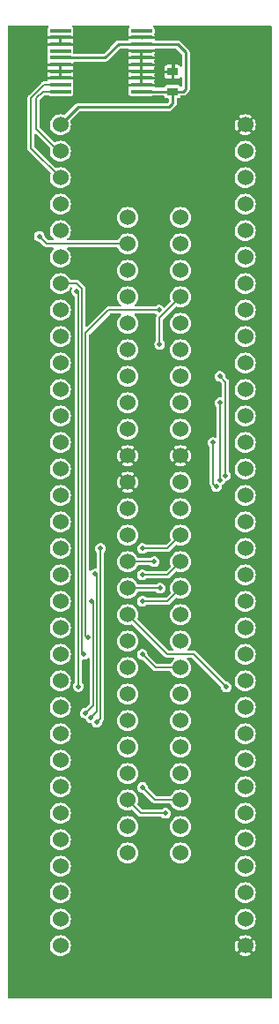
<source format=gbl>
G04 #@! TF.GenerationSoftware,KiCad,Pcbnew,7.0.8*
G04 #@! TF.CreationDate,2023-12-20T13:31:54-05:00*
G04 #@! TF.ProjectId,sms-umd,736d732d-756d-4642-9e6b-696361645f70,3.0*
G04 #@! TF.SameCoordinates,PX7c25018PY8f85f18*
G04 #@! TF.FileFunction,Copper,L2,Bot*
G04 #@! TF.FilePolarity,Positive*
%FSLAX46Y46*%
G04 Gerber Fmt 4.6, Leading zero omitted, Abs format (unit mm)*
G04 Created by KiCad (PCBNEW 7.0.8) date 2023-12-20 13:31:54*
%MOMM*%
%LPD*%
G01*
G04 APERTURE LIST*
G04 #@! TA.AperFunction,ComponentPad*
%ADD10C,1.524000*%
G04 #@! TD*
G04 #@! TA.AperFunction,SMDPad,CuDef*
%ADD11R,1.000000X0.800000*%
G04 #@! TD*
G04 #@! TA.AperFunction,SMDPad,CuDef*
%ADD12R,2.000000X0.300000*%
G04 #@! TD*
G04 #@! TA.AperFunction,ViaPad*
%ADD13C,0.508000*%
G04 #@! TD*
G04 #@! TA.AperFunction,Conductor*
%ADD14C,0.177800*%
G04 #@! TD*
G04 #@! TA.AperFunction,Conductor*
%ADD15C,0.254000*%
G04 #@! TD*
G04 APERTURE END LIST*
D10*
X12192000Y75565000D03*
X17272000Y75565000D03*
X12192000Y73025000D03*
X17272000Y73025000D03*
X12192000Y70485000D03*
X17272000Y70485000D03*
X12192000Y67945000D03*
X17272000Y67945000D03*
X12192000Y65405000D03*
X17272000Y65405000D03*
X12192000Y62865000D03*
X17272000Y62865000D03*
X12192000Y60325000D03*
X17272000Y60325000D03*
X12192000Y57785000D03*
X17272000Y57785000D03*
X12192000Y55245000D03*
X17272000Y55245000D03*
X12192000Y52705000D03*
X17272000Y52705000D03*
X12192000Y50165000D03*
X17272000Y50165000D03*
X12192000Y47625000D03*
X17272000Y47625000D03*
X12192000Y45085000D03*
X17272000Y45085000D03*
X12192000Y42545000D03*
X17272000Y42545000D03*
X12192000Y40005000D03*
X17272000Y40005000D03*
X12192000Y37465000D03*
X17272000Y37465000D03*
X12192000Y34925000D03*
X17272000Y34925000D03*
X12192000Y32385000D03*
X17272000Y32385000D03*
X12192000Y29845000D03*
X17272000Y29845000D03*
X12192000Y27305000D03*
X17272000Y27305000D03*
X12192000Y24765000D03*
X17272000Y24765000D03*
X12192000Y22225000D03*
X17272000Y22225000D03*
X12192000Y19685000D03*
X17272000Y19685000D03*
X12192000Y17145000D03*
X17272000Y17145000D03*
X12192000Y14605000D03*
X17272000Y14605000D03*
X5715000Y84455000D03*
X5715000Y81915000D03*
X5715000Y79375000D03*
X5715000Y76835000D03*
X5715000Y74295000D03*
X5715000Y71755000D03*
X5715000Y69215000D03*
X5715000Y66675000D03*
X5715000Y64135000D03*
X5715000Y61595000D03*
X5715000Y59055000D03*
X5715000Y56515000D03*
X5715000Y53975000D03*
X5715000Y51435000D03*
X5715000Y48895000D03*
X5715000Y46355000D03*
X5715000Y43815000D03*
X5715000Y41275000D03*
X5715000Y38735000D03*
X5715000Y36195000D03*
X5715000Y33655000D03*
X5715000Y31115000D03*
X5715000Y28575000D03*
X5715000Y26035000D03*
X5715000Y23495000D03*
X5715000Y20955000D03*
X5715000Y18415000D03*
X5715000Y15875000D03*
X5715000Y13335000D03*
X5715000Y10795000D03*
X5715000Y8255000D03*
X5715000Y5715000D03*
X23495000Y5715000D03*
X23495000Y8255000D03*
X23495000Y10795000D03*
X23495000Y13335000D03*
X23495000Y15875000D03*
X23495000Y18415000D03*
X23495000Y20955000D03*
X23495000Y23495000D03*
X23495000Y26035000D03*
X23495000Y28575000D03*
X23495000Y31115000D03*
X23495000Y33655000D03*
X23495000Y36195000D03*
X23495000Y38735000D03*
X23495000Y41275000D03*
X23495000Y43815000D03*
X23495000Y46355000D03*
X23495000Y48895000D03*
X23495000Y51435000D03*
X23495000Y53975000D03*
X23495000Y56515000D03*
X23495000Y59055000D03*
X23495000Y61595000D03*
X23495000Y64135000D03*
X23495000Y66675000D03*
X23495000Y69215000D03*
X23495000Y71755000D03*
X23495000Y74295000D03*
X23495000Y76835000D03*
X23495000Y79375000D03*
X23495000Y81915000D03*
X23495000Y84455000D03*
D11*
X16510000Y87645200D03*
X16510000Y89545200D03*
D12*
X5715000Y87630000D03*
X5715000Y88280000D03*
X5715000Y88930000D03*
X5715000Y89580000D03*
X5715000Y90230000D03*
X5715000Y90880000D03*
X5715000Y91530000D03*
X5715000Y92180000D03*
X5715000Y92830000D03*
X5715000Y93480000D03*
X13515000Y93480000D03*
X13515000Y92830000D03*
X13515000Y92180000D03*
X13515000Y91530000D03*
X13515000Y90880000D03*
X13515000Y90230000D03*
X13515000Y89580000D03*
X13515000Y88930000D03*
X13515000Y88280000D03*
X13515000Y87630000D03*
D13*
X3683000Y73761600D03*
X20726400Y49758600D03*
X13614400Y43815000D03*
X9575800Y43815000D03*
X9194800Y27152600D03*
X13589000Y41275000D03*
X9055100Y41372714D03*
X8661400Y27584400D03*
X13589000Y38760400D03*
X8699500Y38760400D03*
X8128000Y28016200D03*
X13589000Y33655000D03*
X7975600Y33655000D03*
X8331200Y35280600D03*
X13614400Y20904200D03*
X7442200Y30581600D03*
X15824200Y18415000D03*
X14732000Y42545000D03*
X15290800Y40005000D03*
X21666200Y30530800D03*
X20421600Y53975000D03*
X15214600Y66675000D03*
X7264400Y68503800D03*
X21056600Y57785000D03*
X21056600Y50368200D03*
X21056600Y60325000D03*
X21615400Y50800000D03*
X15265400Y63398400D03*
X16535400Y90678000D03*
D14*
X4419600Y73025000D02*
X3683000Y73761600D01*
X12192000Y73025000D02*
X4419600Y73025000D01*
X20421600Y50063400D02*
X20726400Y49758600D01*
X20421600Y53975000D02*
X20421600Y50063400D01*
X9220200Y28143200D02*
X8661400Y27584400D01*
X9122486Y41372714D02*
X9220200Y41275000D01*
X9220200Y41275000D02*
X9220200Y28143200D01*
X9055100Y41372714D02*
X9122486Y41372714D01*
X9575800Y27533600D02*
X9194800Y27152600D01*
X9575800Y43815000D02*
X9575800Y27533600D01*
X16002000Y43815000D02*
X17272000Y45085000D01*
X13614400Y43815000D02*
X16002000Y43815000D01*
X13589000Y41275000D02*
X16002000Y41275000D01*
X16002000Y41275000D02*
X17272000Y42545000D01*
X8864600Y28752800D02*
X8864600Y38595300D01*
X8128000Y28016200D02*
X8864600Y28752800D01*
X8864600Y38595300D02*
X8699500Y38760400D01*
X16027400Y38760400D02*
X17272000Y40005000D01*
X13589000Y38760400D02*
X16027400Y38760400D01*
X14859000Y32385000D02*
X17272000Y32385000D01*
X13589000Y33655000D02*
X14859000Y32385000D01*
X7797800Y33832800D02*
X7975600Y33655000D01*
X7797800Y34417000D02*
X7797800Y33832800D01*
X8153400Y64490600D02*
X10337800Y66675000D01*
X8153400Y35458400D02*
X8153400Y64490600D01*
X10337800Y66675000D02*
X15214600Y66675000D01*
X8331200Y35280600D02*
X8153400Y35458400D01*
X14833600Y19685000D02*
X13614400Y20904200D01*
X17272000Y19685000D02*
X14833600Y19685000D01*
X7442200Y30581600D02*
X7442200Y68326000D01*
X13462000Y18415000D02*
X12192000Y19685000D01*
X15824200Y18415000D02*
X13462000Y18415000D01*
X14732000Y42545000D02*
X12192000Y42545000D01*
X15290800Y40005000D02*
X12192000Y40005000D01*
X7797800Y68707000D02*
X7797800Y34417000D01*
X7289800Y69215000D02*
X7797800Y68707000D01*
X5715000Y69215000D02*
X7289800Y69215000D01*
X18516600Y33680400D02*
X21666200Y30530800D01*
X15976600Y33680400D02*
X18516600Y33680400D01*
X12192000Y37465000D02*
X15976600Y33680400D01*
X7442200Y68326000D02*
X7264400Y68503800D01*
X21056600Y50368200D02*
X21056600Y57785000D01*
X21615400Y59766200D02*
X21056600Y60325000D01*
X21615400Y50800000D02*
X21615400Y59766200D01*
X15265400Y63398400D02*
X15265400Y65938400D01*
X15265400Y65938400D02*
X17272000Y67945000D01*
D15*
X16989200Y92180000D02*
X13515000Y92180000D01*
X16510000Y87645200D02*
X17541200Y87645200D01*
X16494800Y87630000D02*
X16510000Y87645200D01*
X16179800Y86156800D02*
X16510000Y86487000D01*
X10006400Y90880000D02*
X5715000Y90880000D01*
X13515000Y92180000D02*
X11306400Y92180000D01*
X7416800Y86156800D02*
X16179800Y86156800D01*
X17780000Y91389200D02*
X16989200Y92180000D01*
X13515000Y87630000D02*
X16494800Y87630000D01*
X17541200Y87645200D02*
X17780000Y87884000D01*
X5715000Y84455000D02*
X7416800Y86156800D01*
X11306400Y92180000D02*
X10006400Y90880000D01*
X16510000Y86487000D02*
X16510000Y87645200D01*
X17780000Y87884000D02*
X17780000Y91389200D01*
X14769000Y89580000D02*
X14774800Y89585800D01*
X13515000Y89580000D02*
X14769000Y89580000D01*
X14774800Y89585800D02*
X16459200Y89585800D01*
X16535400Y90678000D02*
X16535400Y90318790D01*
X16535400Y90318790D02*
X16560800Y90293390D01*
X13515000Y92784000D02*
X13512800Y92786200D01*
X16459200Y89585800D02*
X16484600Y89611200D01*
X16560800Y90293390D02*
X16560800Y89535000D01*
D14*
X4140200Y88265000D02*
X5765800Y88265000D01*
X2895600Y87020400D02*
X4140200Y88265000D01*
X2895600Y82194400D02*
X2895600Y87020400D01*
X5715000Y79375000D02*
X2895600Y82194400D01*
X4013200Y87630000D02*
X3403600Y87020400D01*
X5715000Y87630000D02*
X4013200Y87630000D01*
X3403600Y87020400D02*
X3403600Y84048600D01*
X5613400Y81838800D02*
X5613400Y81864200D01*
X3403600Y84048600D02*
X5613400Y81838800D01*
G04 #@! TA.AperFunction,Conductor*
G36*
X4546710Y93958935D02*
G01*
X4576774Y93906864D01*
X4566333Y93847650D01*
X4539045Y93818515D01*
X4531519Y93813487D01*
X4531514Y93813482D01*
X4475265Y93729302D01*
X4462601Y93665630D01*
X4460501Y93655069D01*
X4460500Y93655066D01*
X4460500Y93304932D01*
X4475266Y93230698D01*
X4493516Y93203385D01*
X4507808Y93144981D01*
X4493518Y93105719D01*
X4475737Y93079107D01*
X4461000Y93005016D01*
X4461000Y92957001D01*
X4461001Y92957000D01*
X6968998Y92957000D01*
X6968999Y92957001D01*
X6968999Y93005019D01*
X6954262Y93079106D01*
X6936482Y93105717D01*
X6922192Y93164121D01*
X6936482Y93203385D01*
X6954734Y93230699D01*
X6969500Y93304933D01*
X6969499Y93655066D01*
X6969499Y93655067D01*
X6969499Y93655069D01*
X6963980Y93682810D01*
X6954734Y93729301D01*
X6898484Y93813484D01*
X6890955Y93818515D01*
X6855402Y93867005D01*
X6859336Y93927003D01*
X6900915Y93970436D01*
X6939791Y93979500D01*
X12290209Y93979500D01*
X12346710Y93958935D01*
X12376774Y93906864D01*
X12366333Y93847650D01*
X12339045Y93818515D01*
X12331519Y93813487D01*
X12331514Y93813482D01*
X12275265Y93729302D01*
X12262601Y93665630D01*
X12260501Y93655069D01*
X12260500Y93655066D01*
X12260500Y93304932D01*
X12275266Y93230698D01*
X12293516Y93203385D01*
X12307808Y93144981D01*
X12293518Y93105719D01*
X12275737Y93079107D01*
X12261000Y93005016D01*
X12261000Y92957001D01*
X12261001Y92957000D01*
X14768998Y92957000D01*
X14768999Y92957001D01*
X14768999Y93005019D01*
X14754262Y93079106D01*
X14736482Y93105717D01*
X14722192Y93164121D01*
X14736482Y93203385D01*
X14754734Y93230699D01*
X14769500Y93304933D01*
X14769499Y93655066D01*
X14769499Y93655067D01*
X14769499Y93655069D01*
X14763980Y93682810D01*
X14754734Y93729301D01*
X14698484Y93813484D01*
X14690955Y93818515D01*
X14655402Y93867005D01*
X14659336Y93927003D01*
X14700915Y93970436D01*
X14739791Y93979500D01*
X25946600Y93979500D01*
X26003101Y93958935D01*
X26033165Y93906864D01*
X26034500Y93891600D01*
X26034500Y723400D01*
X26013935Y666899D01*
X25961864Y636835D01*
X25946600Y635500D01*
X723400Y635500D01*
X666899Y656065D01*
X636835Y708136D01*
X635500Y723400D01*
X635500Y5715000D01*
X4693582Y5715000D01*
X4713208Y5515731D01*
X4771333Y5324120D01*
X4865722Y5147531D01*
X4992748Y4992748D01*
X5147531Y4865722D01*
X5324120Y4771333D01*
X5515731Y4713208D01*
X5715000Y4693582D01*
X5914269Y4713208D01*
X6105880Y4771333D01*
X6282469Y4865722D01*
X6437252Y4992748D01*
X6564278Y5147531D01*
X6658667Y5324120D01*
X6716792Y5515731D01*
X6736418Y5715000D01*
X22474084Y5715000D01*
X22493702Y5515823D01*
X22551796Y5324314D01*
X22646140Y5147808D01*
X22692144Y5091752D01*
X23057120Y5456729D01*
X23107131Y5378910D01*
X23217530Y5283248D01*
X23234913Y5275310D01*
X22871750Y4912147D01*
X22927807Y4866141D01*
X23104313Y4771797D01*
X23295822Y4713703D01*
X23495000Y4694085D01*
X23694177Y4713703D01*
X23885686Y4771797D01*
X24062191Y4866141D01*
X24118248Y4912147D01*
X23755085Y5275309D01*
X23772470Y5283248D01*
X23882869Y5378910D01*
X23932878Y5456727D01*
X24297853Y5091752D01*
X24343859Y5147809D01*
X24438203Y5324314D01*
X24496297Y5515823D01*
X24515915Y5715000D01*
X24496297Y5914178D01*
X24438203Y6105687D01*
X24343859Y6282193D01*
X24297853Y6338250D01*
X23932878Y5973275D01*
X23882869Y6051090D01*
X23772470Y6146752D01*
X23755083Y6154692D01*
X24118248Y6517856D01*
X24062192Y6563860D01*
X23885686Y6658204D01*
X23694177Y6716298D01*
X23495000Y6735916D01*
X23295822Y6716298D01*
X23104313Y6658204D01*
X22927808Y6563861D01*
X22871750Y6517856D01*
X23234914Y6154692D01*
X23217530Y6146752D01*
X23107131Y6051090D01*
X23057121Y5973273D01*
X22692144Y6338250D01*
X22646139Y6282192D01*
X22551796Y6105687D01*
X22493702Y5914178D01*
X22474084Y5715000D01*
X6736418Y5715000D01*
X6716792Y5914269D01*
X6658667Y6105880D01*
X6564278Y6282469D01*
X6437252Y6437252D01*
X6282469Y6564278D01*
X6105880Y6658667D01*
X5993398Y6692789D01*
X5914273Y6716791D01*
X5914271Y6716792D01*
X5914269Y6716792D01*
X5715000Y6736418D01*
X5515731Y6716792D01*
X5515728Y6716792D01*
X5515726Y6716791D01*
X5324120Y6658667D01*
X5324116Y6658665D01*
X5147530Y6564278D01*
X4992750Y6437254D01*
X4992746Y6437250D01*
X4865722Y6282470D01*
X4771335Y6105884D01*
X4771333Y6105880D01*
X4713209Y5914274D01*
X4713208Y5914272D01*
X4713208Y5914269D01*
X4693582Y5715000D01*
X635500Y5715000D01*
X635500Y8255000D01*
X4693582Y8255000D01*
X4713208Y8055731D01*
X4771333Y7864120D01*
X4865722Y7687531D01*
X4992748Y7532748D01*
X5147531Y7405722D01*
X5324120Y7311333D01*
X5515731Y7253208D01*
X5715000Y7233582D01*
X5914269Y7253208D01*
X6105880Y7311333D01*
X6282469Y7405722D01*
X6437252Y7532748D01*
X6564278Y7687531D01*
X6658667Y7864120D01*
X6716792Y8055731D01*
X6736418Y8255000D01*
X22473582Y8255000D01*
X22493208Y8055731D01*
X22551333Y7864120D01*
X22645722Y7687531D01*
X22772748Y7532748D01*
X22927531Y7405722D01*
X23104120Y7311333D01*
X23295731Y7253208D01*
X23495000Y7233582D01*
X23694269Y7253208D01*
X23885880Y7311333D01*
X24062469Y7405722D01*
X24217252Y7532748D01*
X24344278Y7687531D01*
X24438667Y7864120D01*
X24496792Y8055731D01*
X24516418Y8255000D01*
X24496792Y8454269D01*
X24438667Y8645880D01*
X24344278Y8822469D01*
X24217252Y8977252D01*
X24062469Y9104278D01*
X23885880Y9198667D01*
X23773398Y9232789D01*
X23694273Y9256791D01*
X23694271Y9256792D01*
X23694269Y9256792D01*
X23495000Y9276418D01*
X23295731Y9256792D01*
X23295728Y9256792D01*
X23295726Y9256791D01*
X23104120Y9198667D01*
X23104116Y9198665D01*
X22927530Y9104278D01*
X22772750Y8977254D01*
X22772746Y8977250D01*
X22645722Y8822470D01*
X22551335Y8645884D01*
X22551333Y8645880D01*
X22493209Y8454274D01*
X22493208Y8454272D01*
X22493208Y8454269D01*
X22473582Y8255000D01*
X6736418Y8255000D01*
X6716792Y8454269D01*
X6658667Y8645880D01*
X6564278Y8822469D01*
X6437252Y8977252D01*
X6282469Y9104278D01*
X6105880Y9198667D01*
X5993398Y9232789D01*
X5914273Y9256791D01*
X5914271Y9256792D01*
X5914269Y9256792D01*
X5715000Y9276418D01*
X5515731Y9256792D01*
X5515728Y9256792D01*
X5515726Y9256791D01*
X5324120Y9198667D01*
X5324116Y9198665D01*
X5147530Y9104278D01*
X4992750Y8977254D01*
X4992746Y8977250D01*
X4865722Y8822470D01*
X4771335Y8645884D01*
X4771333Y8645880D01*
X4713209Y8454274D01*
X4713208Y8454272D01*
X4713208Y8454269D01*
X4693582Y8255000D01*
X635500Y8255000D01*
X635500Y10795000D01*
X4693582Y10795000D01*
X4713208Y10595731D01*
X4771333Y10404120D01*
X4865722Y10227531D01*
X4992748Y10072748D01*
X5147531Y9945722D01*
X5324120Y9851333D01*
X5515731Y9793208D01*
X5715000Y9773582D01*
X5914269Y9793208D01*
X6105880Y9851333D01*
X6282469Y9945722D01*
X6437252Y10072748D01*
X6564278Y10227531D01*
X6658667Y10404120D01*
X6716792Y10595731D01*
X6736418Y10795000D01*
X22473582Y10795000D01*
X22493208Y10595731D01*
X22551333Y10404120D01*
X22645722Y10227531D01*
X22772748Y10072748D01*
X22927531Y9945722D01*
X23104120Y9851333D01*
X23295731Y9793208D01*
X23495000Y9773582D01*
X23694269Y9793208D01*
X23885880Y9851333D01*
X24062469Y9945722D01*
X24217252Y10072748D01*
X24344278Y10227531D01*
X24438667Y10404120D01*
X24496792Y10595731D01*
X24516418Y10795000D01*
X24496792Y10994269D01*
X24438667Y11185880D01*
X24344278Y11362469D01*
X24217252Y11517252D01*
X24062469Y11644278D01*
X23885880Y11738667D01*
X23773398Y11772789D01*
X23694273Y11796791D01*
X23694271Y11796792D01*
X23694269Y11796792D01*
X23495000Y11816418D01*
X23295731Y11796792D01*
X23295728Y11796792D01*
X23295726Y11796791D01*
X23104120Y11738667D01*
X23104116Y11738665D01*
X22927530Y11644278D01*
X22772750Y11517254D01*
X22772746Y11517250D01*
X22645722Y11362470D01*
X22551335Y11185884D01*
X22551333Y11185880D01*
X22493209Y10994274D01*
X22493208Y10994272D01*
X22493208Y10994269D01*
X22473582Y10795000D01*
X6736418Y10795000D01*
X6716792Y10994269D01*
X6658667Y11185880D01*
X6564278Y11362469D01*
X6437252Y11517252D01*
X6282469Y11644278D01*
X6105880Y11738667D01*
X5993398Y11772789D01*
X5914273Y11796791D01*
X5914271Y11796792D01*
X5914269Y11796792D01*
X5715000Y11816418D01*
X5515731Y11796792D01*
X5515728Y11796792D01*
X5515726Y11796791D01*
X5324120Y11738667D01*
X5324116Y11738665D01*
X5147530Y11644278D01*
X4992750Y11517254D01*
X4992746Y11517250D01*
X4865722Y11362470D01*
X4771335Y11185884D01*
X4771333Y11185880D01*
X4713209Y10994274D01*
X4713208Y10994272D01*
X4713208Y10994269D01*
X4693582Y10795000D01*
X635500Y10795000D01*
X635500Y13335000D01*
X4693582Y13335000D01*
X4713208Y13135731D01*
X4771333Y12944120D01*
X4865722Y12767531D01*
X4992748Y12612748D01*
X5147531Y12485722D01*
X5324120Y12391333D01*
X5515731Y12333208D01*
X5715000Y12313582D01*
X5914269Y12333208D01*
X6105880Y12391333D01*
X6282469Y12485722D01*
X6437252Y12612748D01*
X6564278Y12767531D01*
X6658667Y12944120D01*
X6716792Y13135731D01*
X6736418Y13335000D01*
X22473582Y13335000D01*
X22493208Y13135731D01*
X22551333Y12944120D01*
X22645722Y12767531D01*
X22772748Y12612748D01*
X22927531Y12485722D01*
X23104120Y12391333D01*
X23295731Y12333208D01*
X23495000Y12313582D01*
X23694269Y12333208D01*
X23885880Y12391333D01*
X24062469Y12485722D01*
X24217252Y12612748D01*
X24344278Y12767531D01*
X24438667Y12944120D01*
X24496792Y13135731D01*
X24516418Y13335000D01*
X24496792Y13534269D01*
X24438667Y13725880D01*
X24344278Y13902469D01*
X24217252Y14057252D01*
X24062469Y14184278D01*
X23885880Y14278667D01*
X23773398Y14312789D01*
X23694273Y14336791D01*
X23694271Y14336792D01*
X23694269Y14336792D01*
X23495000Y14356418D01*
X23295731Y14336792D01*
X23295728Y14336792D01*
X23295726Y14336791D01*
X23104120Y14278667D01*
X23104116Y14278665D01*
X22927530Y14184278D01*
X22772750Y14057254D01*
X22772746Y14057250D01*
X22645722Y13902470D01*
X22551335Y13725884D01*
X22551333Y13725880D01*
X22493209Y13534274D01*
X22493208Y13534272D01*
X22493208Y13534269D01*
X22473582Y13335000D01*
X6736418Y13335000D01*
X6716792Y13534269D01*
X6658667Y13725880D01*
X6564278Y13902469D01*
X6437252Y14057252D01*
X6282469Y14184278D01*
X6105880Y14278667D01*
X5993398Y14312789D01*
X5914273Y14336791D01*
X5914271Y14336792D01*
X5914269Y14336792D01*
X5715000Y14356418D01*
X5515731Y14336792D01*
X5515728Y14336792D01*
X5515726Y14336791D01*
X5324120Y14278667D01*
X5324116Y14278665D01*
X5147530Y14184278D01*
X4992750Y14057254D01*
X4992746Y14057250D01*
X4865722Y13902470D01*
X4771335Y13725884D01*
X4771333Y13725880D01*
X4713209Y13534274D01*
X4713208Y13534272D01*
X4713208Y13534269D01*
X4693582Y13335000D01*
X635500Y13335000D01*
X635500Y14605000D01*
X11170582Y14605000D01*
X11190208Y14405731D01*
X11248333Y14214120D01*
X11342722Y14037531D01*
X11469748Y13882748D01*
X11624531Y13755722D01*
X11801120Y13661333D01*
X11992731Y13603208D01*
X12192000Y13583582D01*
X12391269Y13603208D01*
X12582880Y13661333D01*
X12759469Y13755722D01*
X12914252Y13882748D01*
X13041278Y14037531D01*
X13135667Y14214120D01*
X13193792Y14405731D01*
X13213418Y14605000D01*
X16250582Y14605000D01*
X16270208Y14405731D01*
X16328333Y14214120D01*
X16422722Y14037531D01*
X16549748Y13882748D01*
X16704531Y13755722D01*
X16881120Y13661333D01*
X17072731Y13603208D01*
X17272000Y13583582D01*
X17471269Y13603208D01*
X17662880Y13661333D01*
X17839469Y13755722D01*
X17994252Y13882748D01*
X18121278Y14037531D01*
X18215667Y14214120D01*
X18273792Y14405731D01*
X18293418Y14605000D01*
X18273792Y14804269D01*
X18215667Y14995880D01*
X18121278Y15172469D01*
X17994252Y15327252D01*
X17839469Y15454278D01*
X17662880Y15548667D01*
X17550398Y15582789D01*
X17471273Y15606791D01*
X17471271Y15606792D01*
X17471269Y15606792D01*
X17272000Y15626418D01*
X17072731Y15606792D01*
X17072728Y15606792D01*
X17072726Y15606791D01*
X16881120Y15548667D01*
X16881116Y15548665D01*
X16704530Y15454278D01*
X16549750Y15327254D01*
X16549746Y15327250D01*
X16422722Y15172470D01*
X16328335Y14995884D01*
X16328333Y14995880D01*
X16270209Y14804274D01*
X16270208Y14804272D01*
X16270208Y14804269D01*
X16250582Y14605000D01*
X13213418Y14605000D01*
X13193792Y14804269D01*
X13135667Y14995880D01*
X13041278Y15172469D01*
X12914252Y15327252D01*
X12759469Y15454278D01*
X12582880Y15548667D01*
X12470398Y15582789D01*
X12391273Y15606791D01*
X12391271Y15606792D01*
X12391269Y15606792D01*
X12192000Y15626418D01*
X11992731Y15606792D01*
X11992728Y15606792D01*
X11992726Y15606791D01*
X11801120Y15548667D01*
X11801116Y15548665D01*
X11624530Y15454278D01*
X11469750Y15327254D01*
X11469746Y15327250D01*
X11342722Y15172470D01*
X11248335Y14995884D01*
X11248333Y14995880D01*
X11190209Y14804274D01*
X11190208Y14804272D01*
X11190208Y14804269D01*
X11170582Y14605000D01*
X635500Y14605000D01*
X635500Y15875000D01*
X4693582Y15875000D01*
X4713208Y15675731D01*
X4771333Y15484120D01*
X4865722Y15307531D01*
X4992748Y15152748D01*
X5147531Y15025722D01*
X5324120Y14931333D01*
X5515731Y14873208D01*
X5715000Y14853582D01*
X5914269Y14873208D01*
X6105880Y14931333D01*
X6282469Y15025722D01*
X6437252Y15152748D01*
X6564278Y15307531D01*
X6658667Y15484120D01*
X6716792Y15675731D01*
X6736418Y15875000D01*
X22473582Y15875000D01*
X22493208Y15675731D01*
X22551333Y15484120D01*
X22645722Y15307531D01*
X22772748Y15152748D01*
X22927531Y15025722D01*
X23104120Y14931333D01*
X23295731Y14873208D01*
X23495000Y14853582D01*
X23694269Y14873208D01*
X23885880Y14931333D01*
X24062469Y15025722D01*
X24217252Y15152748D01*
X24344278Y15307531D01*
X24438667Y15484120D01*
X24496792Y15675731D01*
X24516418Y15875000D01*
X24496792Y16074269D01*
X24438667Y16265880D01*
X24344278Y16442469D01*
X24217252Y16597252D01*
X24062469Y16724278D01*
X23885880Y16818667D01*
X23773398Y16852789D01*
X23694273Y16876791D01*
X23694271Y16876792D01*
X23694269Y16876792D01*
X23495000Y16896418D01*
X23295731Y16876792D01*
X23295728Y16876792D01*
X23295726Y16876791D01*
X23104120Y16818667D01*
X23104116Y16818665D01*
X22927530Y16724278D01*
X22772750Y16597254D01*
X22772746Y16597250D01*
X22645722Y16442470D01*
X22551335Y16265884D01*
X22551333Y16265880D01*
X22493209Y16074274D01*
X22493208Y16074272D01*
X22493208Y16074269D01*
X22473582Y15875000D01*
X6736418Y15875000D01*
X6716792Y16074269D01*
X6658667Y16265880D01*
X6564278Y16442469D01*
X6437252Y16597252D01*
X6282469Y16724278D01*
X6105880Y16818667D01*
X5993398Y16852789D01*
X5914273Y16876791D01*
X5914271Y16876792D01*
X5914269Y16876792D01*
X5715000Y16896418D01*
X5515731Y16876792D01*
X5515728Y16876792D01*
X5515726Y16876791D01*
X5324120Y16818667D01*
X5324116Y16818665D01*
X5147530Y16724278D01*
X4992750Y16597254D01*
X4992746Y16597250D01*
X4865722Y16442470D01*
X4771335Y16265884D01*
X4771333Y16265880D01*
X4713209Y16074274D01*
X4713208Y16074272D01*
X4713208Y16074269D01*
X4693582Y15875000D01*
X635500Y15875000D01*
X635500Y17145000D01*
X11170582Y17145000D01*
X11190208Y16945731D01*
X11248333Y16754120D01*
X11342722Y16577531D01*
X11469748Y16422748D01*
X11624531Y16295722D01*
X11801120Y16201333D01*
X11992731Y16143208D01*
X12192000Y16123582D01*
X12391269Y16143208D01*
X12582880Y16201333D01*
X12759469Y16295722D01*
X12914252Y16422748D01*
X13041278Y16577531D01*
X13135667Y16754120D01*
X13193792Y16945731D01*
X13213418Y17145000D01*
X16250582Y17145000D01*
X16270208Y16945731D01*
X16328333Y16754120D01*
X16422722Y16577531D01*
X16549748Y16422748D01*
X16704531Y16295722D01*
X16881120Y16201333D01*
X17072731Y16143208D01*
X17272000Y16123582D01*
X17471269Y16143208D01*
X17662880Y16201333D01*
X17839469Y16295722D01*
X17994252Y16422748D01*
X18121278Y16577531D01*
X18215667Y16754120D01*
X18273792Y16945731D01*
X18293418Y17145000D01*
X18273792Y17344269D01*
X18215667Y17535880D01*
X18121278Y17712469D01*
X17994252Y17867252D01*
X17839469Y17994278D01*
X17662880Y18088667D01*
X17502705Y18137256D01*
X17471273Y18146791D01*
X17471271Y18146792D01*
X17471269Y18146792D01*
X17272000Y18166418D01*
X17072731Y18146792D01*
X17072728Y18146792D01*
X17072726Y18146791D01*
X16881120Y18088667D01*
X16881116Y18088665D01*
X16704530Y17994278D01*
X16549750Y17867254D01*
X16549746Y17867250D01*
X16422722Y17712470D01*
X16328335Y17535884D01*
X16328333Y17535880D01*
X16270209Y17344274D01*
X16270208Y17344272D01*
X16270208Y17344269D01*
X16250582Y17145000D01*
X13213418Y17145000D01*
X13193792Y17344269D01*
X13135667Y17535880D01*
X13041278Y17712469D01*
X12914252Y17867252D01*
X12759469Y17994278D01*
X12582880Y18088667D01*
X12422705Y18137256D01*
X12391273Y18146791D01*
X12391271Y18146792D01*
X12391269Y18146792D01*
X12192000Y18166418D01*
X11992731Y18146792D01*
X11992728Y18146792D01*
X11992726Y18146791D01*
X11801120Y18088667D01*
X11801116Y18088665D01*
X11624530Y17994278D01*
X11469750Y17867254D01*
X11469746Y17867250D01*
X11342722Y17712470D01*
X11248335Y17535884D01*
X11248333Y17535880D01*
X11190209Y17344274D01*
X11190208Y17344272D01*
X11190208Y17344269D01*
X11170582Y17145000D01*
X635500Y17145000D01*
X635500Y18415000D01*
X4693582Y18415000D01*
X4713208Y18215731D01*
X4771333Y18024120D01*
X4865722Y17847531D01*
X4992748Y17692748D01*
X5147531Y17565722D01*
X5324120Y17471333D01*
X5515731Y17413208D01*
X5715000Y17393582D01*
X5914269Y17413208D01*
X6105880Y17471333D01*
X6282469Y17565722D01*
X6437252Y17692748D01*
X6564278Y17847531D01*
X6658667Y18024120D01*
X6716792Y18215731D01*
X6736418Y18415000D01*
X6716792Y18614269D01*
X6658667Y18805880D01*
X6564278Y18982469D01*
X6437252Y19137252D01*
X6282469Y19264278D01*
X6105880Y19358667D01*
X5982586Y19396068D01*
X5914273Y19416791D01*
X5914271Y19416792D01*
X5914269Y19416792D01*
X5715000Y19436418D01*
X5515731Y19416792D01*
X5515728Y19416792D01*
X5515726Y19416791D01*
X5324120Y19358667D01*
X5324116Y19358665D01*
X5147530Y19264278D01*
X4992750Y19137254D01*
X4992746Y19137250D01*
X4865722Y18982470D01*
X4771335Y18805884D01*
X4771333Y18805880D01*
X4713209Y18614274D01*
X4713208Y18614272D01*
X4713208Y18614269D01*
X4693582Y18415000D01*
X635500Y18415000D01*
X635500Y19685000D01*
X11170582Y19685000D01*
X11190208Y19485731D01*
X11248333Y19294120D01*
X11342722Y19117531D01*
X11469748Y18962748D01*
X11624531Y18835722D01*
X11801120Y18741333D01*
X11992731Y18683208D01*
X12192000Y18663582D01*
X12391269Y18683208D01*
X12582880Y18741333D01*
X12582886Y18741337D01*
X12583979Y18741668D01*
X12644017Y18738391D01*
X12671651Y18719708D01*
X13207232Y18184126D01*
X13209823Y18181298D01*
X13237858Y18147887D01*
X13237859Y18147886D01*
X13237862Y18147883D01*
X13275661Y18126061D01*
X13278884Y18124007D01*
X13314634Y18098974D01*
X13318268Y18098001D01*
X13339475Y18089217D01*
X13342739Y18087332D01*
X13385723Y18079754D01*
X13389460Y18078924D01*
X13399185Y18076319D01*
X13431609Y18067630D01*
X13475085Y18071434D01*
X13478900Y18071600D01*
X15408774Y18071600D01*
X15465275Y18051035D01*
X15475199Y18041268D01*
X15487779Y18026750D01*
X15610789Y17947696D01*
X15695164Y17922921D01*
X15751084Y17906501D01*
X15751087Y17906501D01*
X15751089Y17906500D01*
X15751090Y17906500D01*
X15897310Y17906500D01*
X15897311Y17906500D01*
X15897313Y17906501D01*
X15897315Y17906501D01*
X15913991Y17911398D01*
X16037611Y17947696D01*
X16160621Y18026750D01*
X16256376Y18137257D01*
X16317119Y18270266D01*
X16337929Y18415000D01*
X22473582Y18415000D01*
X22493208Y18215731D01*
X22551333Y18024120D01*
X22645722Y17847531D01*
X22772748Y17692748D01*
X22927531Y17565722D01*
X23104120Y17471333D01*
X23295731Y17413208D01*
X23495000Y17393582D01*
X23694269Y17413208D01*
X23885880Y17471333D01*
X24062469Y17565722D01*
X24217252Y17692748D01*
X24344278Y17847531D01*
X24438667Y18024120D01*
X24496792Y18215731D01*
X24516418Y18415000D01*
X24496792Y18614269D01*
X24438667Y18805880D01*
X24344278Y18982469D01*
X24217252Y19137252D01*
X24062469Y19264278D01*
X23885880Y19358667D01*
X23762586Y19396068D01*
X23694273Y19416791D01*
X23694271Y19416792D01*
X23694269Y19416792D01*
X23495000Y19436418D01*
X23295731Y19416792D01*
X23295728Y19416792D01*
X23295726Y19416791D01*
X23104120Y19358667D01*
X23104116Y19358665D01*
X22927530Y19264278D01*
X22772750Y19137254D01*
X22772746Y19137250D01*
X22645722Y18982470D01*
X22551335Y18805884D01*
X22551333Y18805880D01*
X22493209Y18614274D01*
X22493208Y18614272D01*
X22493208Y18614269D01*
X22473582Y18415000D01*
X16337929Y18415000D01*
X16317119Y18559734D01*
X16256376Y18692743D01*
X16256375Y18692744D01*
X16256375Y18692745D01*
X16181664Y18778965D01*
X16160621Y18803250D01*
X16037611Y18882304D01*
X15897315Y18923500D01*
X15897311Y18923500D01*
X15751089Y18923500D01*
X15751084Y18923500D01*
X15610789Y18882304D01*
X15610788Y18882304D01*
X15487778Y18803250D01*
X15480799Y18795196D01*
X15475203Y18788738D01*
X15422663Y18759504D01*
X15408774Y18758400D01*
X13640651Y18758400D01*
X13584150Y18778965D01*
X13578496Y18784145D01*
X13157292Y19205349D01*
X13131881Y19259843D01*
X13135332Y19293021D01*
X13135663Y19294114D01*
X13135667Y19294120D01*
X13193792Y19485731D01*
X13213418Y19685000D01*
X13193792Y19884269D01*
X13135667Y20075880D01*
X13041278Y20252469D01*
X12914252Y20407252D01*
X12759469Y20534278D01*
X12582880Y20628667D01*
X12470398Y20662789D01*
X12391273Y20686791D01*
X12391271Y20686792D01*
X12391269Y20686792D01*
X12192000Y20706418D01*
X11992731Y20686792D01*
X11992728Y20686792D01*
X11992726Y20686791D01*
X11801120Y20628667D01*
X11801116Y20628665D01*
X11624530Y20534278D01*
X11469750Y20407254D01*
X11469746Y20407250D01*
X11342722Y20252470D01*
X11248335Y20075884D01*
X11248333Y20075880D01*
X11190209Y19884274D01*
X11190208Y19884272D01*
X11190208Y19884269D01*
X11170582Y19685000D01*
X635500Y19685000D01*
X635500Y20955000D01*
X4693582Y20955000D01*
X4713208Y20755731D01*
X4771333Y20564120D01*
X4865722Y20387531D01*
X4992748Y20232748D01*
X5147531Y20105722D01*
X5324120Y20011333D01*
X5515731Y19953208D01*
X5715000Y19933582D01*
X5914269Y19953208D01*
X6105880Y20011333D01*
X6282469Y20105722D01*
X6437252Y20232748D01*
X6564278Y20387531D01*
X6658667Y20564120D01*
X6716792Y20755731D01*
X6731415Y20904199D01*
X13100671Y20904199D01*
X13121479Y20759471D01*
X13182224Y20626456D01*
X13236239Y20564120D01*
X13277979Y20515950D01*
X13400989Y20436896D01*
X13485364Y20412121D01*
X13541284Y20395701D01*
X13541287Y20395701D01*
X13541289Y20395700D01*
X13600849Y20395700D01*
X13657350Y20375135D01*
X13663004Y20369955D01*
X14578832Y19454126D01*
X14581423Y19451298D01*
X14609458Y19417887D01*
X14609459Y19417886D01*
X14609462Y19417883D01*
X14647261Y19396061D01*
X14650484Y19394007D01*
X14686234Y19368974D01*
X14689868Y19368001D01*
X14711075Y19359217D01*
X14714339Y19357332D01*
X14757323Y19349754D01*
X14761060Y19348924D01*
X14770785Y19346319D01*
X14803209Y19337630D01*
X14846685Y19341434D01*
X14850500Y19341600D01*
X16250269Y19341600D01*
X16306770Y19321035D01*
X16327790Y19295136D01*
X16328332Y19294121D01*
X16328333Y19294120D01*
X16422722Y19117531D01*
X16549748Y18962748D01*
X16704531Y18835722D01*
X16881120Y18741333D01*
X17072731Y18683208D01*
X17272000Y18663582D01*
X17471269Y18683208D01*
X17662880Y18741333D01*
X17839469Y18835722D01*
X17994252Y18962748D01*
X18121278Y19117531D01*
X18215667Y19294120D01*
X18273792Y19485731D01*
X18293418Y19685000D01*
X18273792Y19884269D01*
X18215667Y20075880D01*
X18121278Y20252469D01*
X17994252Y20407252D01*
X17839469Y20534278D01*
X17662880Y20628667D01*
X17550398Y20662789D01*
X17471273Y20686791D01*
X17471271Y20686792D01*
X17471269Y20686792D01*
X17272000Y20706418D01*
X17072731Y20686792D01*
X17072728Y20686792D01*
X17072726Y20686791D01*
X16881120Y20628667D01*
X16881116Y20628665D01*
X16704530Y20534278D01*
X16549750Y20407254D01*
X16549746Y20407250D01*
X16422722Y20252470D01*
X16327790Y20074864D01*
X16283019Y20034729D01*
X16250269Y20028400D01*
X15012251Y20028400D01*
X14955750Y20048965D01*
X14950096Y20054145D01*
X14153532Y20850709D01*
X14128682Y20900355D01*
X14120825Y20955000D01*
X22473582Y20955000D01*
X22493208Y20755731D01*
X22551333Y20564120D01*
X22645722Y20387531D01*
X22772748Y20232748D01*
X22927531Y20105722D01*
X23104120Y20011333D01*
X23295731Y19953208D01*
X23495000Y19933582D01*
X23694269Y19953208D01*
X23885880Y20011333D01*
X24062469Y20105722D01*
X24217252Y20232748D01*
X24344278Y20387531D01*
X24438667Y20564120D01*
X24496792Y20755731D01*
X24516418Y20955000D01*
X24496792Y21154269D01*
X24438667Y21345880D01*
X24344278Y21522469D01*
X24217252Y21677252D01*
X24062469Y21804278D01*
X23885880Y21898667D01*
X23773398Y21932789D01*
X23694273Y21956791D01*
X23694271Y21956792D01*
X23694269Y21956792D01*
X23495000Y21976418D01*
X23295731Y21956792D01*
X23295728Y21956792D01*
X23295726Y21956791D01*
X23104120Y21898667D01*
X23104116Y21898665D01*
X22927530Y21804278D01*
X22772750Y21677254D01*
X22772746Y21677250D01*
X22645722Y21522470D01*
X22551335Y21345884D01*
X22551333Y21345880D01*
X22493209Y21154274D01*
X22493208Y21154272D01*
X22493208Y21154269D01*
X22473582Y20955000D01*
X14120825Y20955000D01*
X14107320Y21048930D01*
X14107319Y21048932D01*
X14107319Y21048934D01*
X14046576Y21181943D01*
X14046575Y21181944D01*
X14046575Y21181945D01*
X13998698Y21237197D01*
X13950821Y21292450D01*
X13827811Y21371504D01*
X13813446Y21375722D01*
X13687515Y21412700D01*
X13687511Y21412700D01*
X13541289Y21412700D01*
X13541284Y21412700D01*
X13400989Y21371504D01*
X13400988Y21371504D01*
X13277979Y21292450D01*
X13277977Y21292448D01*
X13182224Y21181945D01*
X13121479Y21048930D01*
X13100671Y20904202D01*
X13100671Y20904199D01*
X6731415Y20904199D01*
X6736418Y20955000D01*
X6716792Y21154269D01*
X6658667Y21345880D01*
X6564278Y21522469D01*
X6437252Y21677252D01*
X6282469Y21804278D01*
X6105880Y21898667D01*
X5993398Y21932789D01*
X5914273Y21956791D01*
X5914271Y21956792D01*
X5914269Y21956792D01*
X5715000Y21976418D01*
X5515731Y21956792D01*
X5515728Y21956792D01*
X5515726Y21956791D01*
X5324120Y21898667D01*
X5324116Y21898665D01*
X5147530Y21804278D01*
X4992750Y21677254D01*
X4992746Y21677250D01*
X4865722Y21522470D01*
X4771335Y21345884D01*
X4771333Y21345880D01*
X4713209Y21154274D01*
X4713208Y21154272D01*
X4713208Y21154269D01*
X4693582Y20955000D01*
X635500Y20955000D01*
X635500Y22225000D01*
X11170582Y22225000D01*
X11190208Y22025731D01*
X11248333Y21834120D01*
X11342722Y21657531D01*
X11469748Y21502748D01*
X11624531Y21375722D01*
X11801120Y21281333D01*
X11992731Y21223208D01*
X12192000Y21203582D01*
X12391269Y21223208D01*
X12582880Y21281333D01*
X12759469Y21375722D01*
X12914252Y21502748D01*
X13041278Y21657531D01*
X13135667Y21834120D01*
X13193792Y22025731D01*
X13213418Y22225000D01*
X16250582Y22225000D01*
X16270208Y22025731D01*
X16328333Y21834120D01*
X16422722Y21657531D01*
X16549748Y21502748D01*
X16704531Y21375722D01*
X16881120Y21281333D01*
X17072731Y21223208D01*
X17272000Y21203582D01*
X17471269Y21223208D01*
X17662880Y21281333D01*
X17839469Y21375722D01*
X17994252Y21502748D01*
X18121278Y21657531D01*
X18215667Y21834120D01*
X18273792Y22025731D01*
X18293418Y22225000D01*
X18273792Y22424269D01*
X18215667Y22615880D01*
X18121278Y22792469D01*
X17994252Y22947252D01*
X17839469Y23074278D01*
X17662880Y23168667D01*
X17550398Y23202789D01*
X17471273Y23226791D01*
X17471271Y23226792D01*
X17471269Y23226792D01*
X17272000Y23246418D01*
X17072731Y23226792D01*
X17072728Y23226792D01*
X17072726Y23226791D01*
X16881120Y23168667D01*
X16881116Y23168665D01*
X16704530Y23074278D01*
X16549750Y22947254D01*
X16549746Y22947250D01*
X16422722Y22792470D01*
X16328335Y22615884D01*
X16328333Y22615880D01*
X16270209Y22424274D01*
X16270208Y22424272D01*
X16270208Y22424269D01*
X16250582Y22225000D01*
X13213418Y22225000D01*
X13193792Y22424269D01*
X13135667Y22615880D01*
X13041278Y22792469D01*
X12914252Y22947252D01*
X12759469Y23074278D01*
X12582880Y23168667D01*
X12470398Y23202789D01*
X12391273Y23226791D01*
X12391271Y23226792D01*
X12391269Y23226792D01*
X12192000Y23246418D01*
X11992731Y23226792D01*
X11992728Y23226792D01*
X11992726Y23226791D01*
X11801120Y23168667D01*
X11801116Y23168665D01*
X11624530Y23074278D01*
X11469750Y22947254D01*
X11469746Y22947250D01*
X11342722Y22792470D01*
X11248335Y22615884D01*
X11248333Y22615880D01*
X11190209Y22424274D01*
X11190208Y22424272D01*
X11190208Y22424269D01*
X11170582Y22225000D01*
X635500Y22225000D01*
X635500Y23495000D01*
X4693582Y23495000D01*
X4713208Y23295731D01*
X4771333Y23104120D01*
X4865722Y22927531D01*
X4992748Y22772748D01*
X5147531Y22645722D01*
X5324120Y22551333D01*
X5515731Y22493208D01*
X5715000Y22473582D01*
X5914269Y22493208D01*
X6105880Y22551333D01*
X6282469Y22645722D01*
X6437252Y22772748D01*
X6564278Y22927531D01*
X6658667Y23104120D01*
X6716792Y23295731D01*
X6736418Y23495000D01*
X22473582Y23495000D01*
X22493208Y23295731D01*
X22551333Y23104120D01*
X22645722Y22927531D01*
X22772748Y22772748D01*
X22927531Y22645722D01*
X23104120Y22551333D01*
X23295731Y22493208D01*
X23495000Y22473582D01*
X23694269Y22493208D01*
X23885880Y22551333D01*
X24062469Y22645722D01*
X24217252Y22772748D01*
X24344278Y22927531D01*
X24438667Y23104120D01*
X24496792Y23295731D01*
X24516418Y23495000D01*
X24496792Y23694269D01*
X24438667Y23885880D01*
X24344278Y24062469D01*
X24217252Y24217252D01*
X24062469Y24344278D01*
X23885880Y24438667D01*
X23773398Y24472789D01*
X23694273Y24496791D01*
X23694271Y24496792D01*
X23694269Y24496792D01*
X23495000Y24516418D01*
X23295731Y24496792D01*
X23295728Y24496792D01*
X23295726Y24496791D01*
X23104120Y24438667D01*
X23104116Y24438665D01*
X22927530Y24344278D01*
X22772750Y24217254D01*
X22772746Y24217250D01*
X22645722Y24062470D01*
X22551335Y23885884D01*
X22551333Y23885880D01*
X22493209Y23694274D01*
X22493208Y23694272D01*
X22493208Y23694269D01*
X22473582Y23495000D01*
X6736418Y23495000D01*
X6716792Y23694269D01*
X6658667Y23885880D01*
X6564278Y24062469D01*
X6437252Y24217252D01*
X6282469Y24344278D01*
X6105880Y24438667D01*
X5993398Y24472789D01*
X5914273Y24496791D01*
X5914271Y24496792D01*
X5914269Y24496792D01*
X5715000Y24516418D01*
X5515731Y24496792D01*
X5515728Y24496792D01*
X5515726Y24496791D01*
X5324120Y24438667D01*
X5324116Y24438665D01*
X5147530Y24344278D01*
X4992750Y24217254D01*
X4992746Y24217250D01*
X4865722Y24062470D01*
X4771335Y23885884D01*
X4771333Y23885880D01*
X4713209Y23694274D01*
X4713208Y23694272D01*
X4713208Y23694269D01*
X4693582Y23495000D01*
X635500Y23495000D01*
X635500Y24765000D01*
X11170582Y24765000D01*
X11190208Y24565731D01*
X11248333Y24374120D01*
X11342722Y24197531D01*
X11469748Y24042748D01*
X11624531Y23915722D01*
X11801120Y23821333D01*
X11992731Y23763208D01*
X12192000Y23743582D01*
X12391269Y23763208D01*
X12582880Y23821333D01*
X12759469Y23915722D01*
X12914252Y24042748D01*
X13041278Y24197531D01*
X13135667Y24374120D01*
X13193792Y24565731D01*
X13213418Y24765000D01*
X16250582Y24765000D01*
X16270208Y24565731D01*
X16328333Y24374120D01*
X16422722Y24197531D01*
X16549748Y24042748D01*
X16704531Y23915722D01*
X16881120Y23821333D01*
X17072731Y23763208D01*
X17272000Y23743582D01*
X17471269Y23763208D01*
X17662880Y23821333D01*
X17839469Y23915722D01*
X17994252Y24042748D01*
X18121278Y24197531D01*
X18215667Y24374120D01*
X18273792Y24565731D01*
X18293418Y24765000D01*
X18273792Y24964269D01*
X18215667Y25155880D01*
X18121278Y25332469D01*
X17994252Y25487252D01*
X17839469Y25614278D01*
X17662880Y25708667D01*
X17550398Y25742789D01*
X17471273Y25766791D01*
X17471271Y25766792D01*
X17471269Y25766792D01*
X17272000Y25786418D01*
X17072731Y25766792D01*
X17072728Y25766792D01*
X17072726Y25766791D01*
X16881120Y25708667D01*
X16881116Y25708665D01*
X16704530Y25614278D01*
X16549750Y25487254D01*
X16549746Y25487250D01*
X16422722Y25332470D01*
X16328335Y25155884D01*
X16328333Y25155880D01*
X16270209Y24964274D01*
X16270208Y24964272D01*
X16270208Y24964269D01*
X16250582Y24765000D01*
X13213418Y24765000D01*
X13193792Y24964269D01*
X13135667Y25155880D01*
X13041278Y25332469D01*
X12914252Y25487252D01*
X12759469Y25614278D01*
X12582880Y25708667D01*
X12470398Y25742789D01*
X12391273Y25766791D01*
X12391271Y25766792D01*
X12391269Y25766792D01*
X12192000Y25786418D01*
X11992731Y25766792D01*
X11992728Y25766792D01*
X11992726Y25766791D01*
X11801120Y25708667D01*
X11801116Y25708665D01*
X11624530Y25614278D01*
X11469750Y25487254D01*
X11469746Y25487250D01*
X11342722Y25332470D01*
X11248335Y25155884D01*
X11248333Y25155880D01*
X11190209Y24964274D01*
X11190208Y24964272D01*
X11190208Y24964269D01*
X11170582Y24765000D01*
X635500Y24765000D01*
X635500Y26035000D01*
X4693582Y26035000D01*
X4713208Y25835731D01*
X4771333Y25644120D01*
X4865722Y25467531D01*
X4992748Y25312748D01*
X5147531Y25185722D01*
X5324120Y25091333D01*
X5515731Y25033208D01*
X5715000Y25013582D01*
X5914269Y25033208D01*
X6105880Y25091333D01*
X6282469Y25185722D01*
X6437252Y25312748D01*
X6564278Y25467531D01*
X6658667Y25644120D01*
X6716792Y25835731D01*
X6736418Y26035000D01*
X22473582Y26035000D01*
X22493208Y25835731D01*
X22551333Y25644120D01*
X22645722Y25467531D01*
X22772748Y25312748D01*
X22927531Y25185722D01*
X23104120Y25091333D01*
X23295731Y25033208D01*
X23495000Y25013582D01*
X23694269Y25033208D01*
X23885880Y25091333D01*
X24062469Y25185722D01*
X24217252Y25312748D01*
X24344278Y25467531D01*
X24438667Y25644120D01*
X24496792Y25835731D01*
X24516418Y26035000D01*
X24496792Y26234269D01*
X24438667Y26425880D01*
X24344278Y26602469D01*
X24217252Y26757252D01*
X24062469Y26884278D01*
X23885880Y26978667D01*
X23773398Y27012789D01*
X23694273Y27036791D01*
X23694271Y27036792D01*
X23694269Y27036792D01*
X23495000Y27056418D01*
X23295731Y27036792D01*
X23295728Y27036792D01*
X23295726Y27036791D01*
X23104120Y26978667D01*
X23104116Y26978665D01*
X22927530Y26884278D01*
X22772750Y26757254D01*
X22772746Y26757250D01*
X22645722Y26602470D01*
X22551335Y26425884D01*
X22551333Y26425880D01*
X22493209Y26234274D01*
X22493208Y26234272D01*
X22493208Y26234269D01*
X22473582Y26035000D01*
X6736418Y26035000D01*
X6716792Y26234269D01*
X6658667Y26425880D01*
X6564278Y26602469D01*
X6437252Y26757252D01*
X6282469Y26884278D01*
X6105880Y26978667D01*
X5993398Y27012789D01*
X5914273Y27036791D01*
X5914271Y27036792D01*
X5914269Y27036792D01*
X5715000Y27056418D01*
X5515731Y27036792D01*
X5515728Y27036792D01*
X5515726Y27036791D01*
X5324120Y26978667D01*
X5324116Y26978665D01*
X5147530Y26884278D01*
X4992750Y26757254D01*
X4992746Y26757250D01*
X4865722Y26602470D01*
X4771335Y26425884D01*
X4771333Y26425880D01*
X4713209Y26234274D01*
X4713208Y26234272D01*
X4713208Y26234269D01*
X4693582Y26035000D01*
X635500Y26035000D01*
X635500Y28575000D01*
X4693582Y28575000D01*
X4713208Y28375731D01*
X4771333Y28184120D01*
X4865722Y28007531D01*
X4992748Y27852748D01*
X5147531Y27725722D01*
X5324120Y27631333D01*
X5515731Y27573208D01*
X5715000Y27553582D01*
X5914269Y27573208D01*
X6105880Y27631333D01*
X6282469Y27725722D01*
X6437252Y27852748D01*
X6564278Y28007531D01*
X6658667Y28184120D01*
X6716792Y28375731D01*
X6736418Y28575000D01*
X6716792Y28774269D01*
X6658667Y28965880D01*
X6564278Y29142469D01*
X6437252Y29297252D01*
X6282469Y29424278D01*
X6105880Y29518667D01*
X5993398Y29552789D01*
X5914273Y29576791D01*
X5914271Y29576792D01*
X5914269Y29576792D01*
X5715000Y29596418D01*
X5515731Y29576792D01*
X5515728Y29576792D01*
X5515726Y29576791D01*
X5324120Y29518667D01*
X5324116Y29518665D01*
X5147530Y29424278D01*
X4992750Y29297254D01*
X4992746Y29297250D01*
X4865722Y29142470D01*
X4771335Y28965884D01*
X4771333Y28965880D01*
X4713209Y28774274D01*
X4713208Y28774272D01*
X4713208Y28774269D01*
X4693582Y28575000D01*
X635500Y28575000D01*
X635500Y31115000D01*
X4693582Y31115000D01*
X4713208Y30915731D01*
X4713208Y30915729D01*
X4713209Y30915727D01*
X4734121Y30846792D01*
X4771333Y30724120D01*
X4865722Y30547531D01*
X4992748Y30392748D01*
X5147531Y30265722D01*
X5324120Y30171333D01*
X5515731Y30113208D01*
X5715000Y30093582D01*
X5914269Y30113208D01*
X6105880Y30171333D01*
X6282469Y30265722D01*
X6437252Y30392748D01*
X6564278Y30547531D01*
X6658667Y30724120D01*
X6716792Y30915731D01*
X6736418Y31115000D01*
X6716792Y31314269D01*
X6658667Y31505880D01*
X6564278Y31682469D01*
X6437252Y31837252D01*
X6282469Y31964278D01*
X6105880Y32058667D01*
X5982586Y32096068D01*
X5914273Y32116791D01*
X5914271Y32116792D01*
X5914269Y32116792D01*
X5715000Y32136418D01*
X5515731Y32116792D01*
X5515728Y32116792D01*
X5515726Y32116791D01*
X5324120Y32058667D01*
X5324116Y32058665D01*
X5147530Y31964278D01*
X4992750Y31837254D01*
X4992746Y31837250D01*
X4865722Y31682470D01*
X4771335Y31505884D01*
X4771333Y31505880D01*
X4713209Y31314274D01*
X4713208Y31314272D01*
X4713208Y31314269D01*
X4693582Y31115000D01*
X635500Y31115000D01*
X635500Y33655000D01*
X4693582Y33655000D01*
X4713208Y33455731D01*
X4713208Y33455729D01*
X4713209Y33455727D01*
X4728167Y33406418D01*
X4771333Y33264120D01*
X4865722Y33087531D01*
X4992748Y32932748D01*
X5147531Y32805722D01*
X5324120Y32711333D01*
X5515731Y32653208D01*
X5715000Y32633582D01*
X5914269Y32653208D01*
X6105880Y32711333D01*
X6282469Y32805722D01*
X6437252Y32932748D01*
X6564278Y33087531D01*
X6658667Y33264120D01*
X6716792Y33455731D01*
X6736418Y33655000D01*
X6716792Y33854269D01*
X6658667Y34045880D01*
X6564278Y34222469D01*
X6437252Y34377252D01*
X6282469Y34504278D01*
X6105880Y34598667D01*
X5993398Y34632789D01*
X5914273Y34656791D01*
X5914271Y34656792D01*
X5914269Y34656792D01*
X5715000Y34676418D01*
X5515731Y34656792D01*
X5515728Y34656792D01*
X5515726Y34656791D01*
X5324120Y34598667D01*
X5324116Y34598665D01*
X5147530Y34504278D01*
X4992750Y34377254D01*
X4992746Y34377250D01*
X4865722Y34222470D01*
X4771335Y34045884D01*
X4771333Y34045880D01*
X4713209Y33854274D01*
X4713208Y33854272D01*
X4713208Y33854269D01*
X4693582Y33655000D01*
X635500Y33655000D01*
X635500Y36195000D01*
X4693582Y36195000D01*
X4713208Y35995731D01*
X4771333Y35804120D01*
X4865722Y35627531D01*
X4992748Y35472748D01*
X5147531Y35345722D01*
X5324120Y35251333D01*
X5515731Y35193208D01*
X5715000Y35173582D01*
X5914269Y35193208D01*
X6105880Y35251333D01*
X6282469Y35345722D01*
X6437252Y35472748D01*
X6564278Y35627531D01*
X6658667Y35804120D01*
X6716792Y35995731D01*
X6736418Y36195000D01*
X6716792Y36394269D01*
X6658667Y36585880D01*
X6564278Y36762469D01*
X6437252Y36917252D01*
X6282469Y37044278D01*
X6105880Y37138667D01*
X5993398Y37172789D01*
X5914273Y37196791D01*
X5914271Y37196792D01*
X5914269Y37196792D01*
X5715000Y37216418D01*
X5515731Y37196792D01*
X5515728Y37196792D01*
X5515726Y37196791D01*
X5324120Y37138667D01*
X5324116Y37138665D01*
X5147530Y37044278D01*
X4992750Y36917254D01*
X4992746Y36917250D01*
X4865722Y36762470D01*
X4771335Y36585884D01*
X4771333Y36585880D01*
X4713209Y36394274D01*
X4713208Y36394272D01*
X4713208Y36394269D01*
X4693582Y36195000D01*
X635500Y36195000D01*
X635500Y38735000D01*
X4693582Y38735000D01*
X4713208Y38535731D01*
X4713208Y38535729D01*
X4713209Y38535727D01*
X4726085Y38493281D01*
X4771333Y38344120D01*
X4865722Y38167531D01*
X4992748Y38012748D01*
X5147531Y37885722D01*
X5324120Y37791333D01*
X5515731Y37733208D01*
X5715000Y37713582D01*
X5914269Y37733208D01*
X6105880Y37791333D01*
X6282469Y37885722D01*
X6437252Y38012748D01*
X6564278Y38167531D01*
X6658667Y38344120D01*
X6716792Y38535731D01*
X6736418Y38735000D01*
X6716792Y38934269D01*
X6658667Y39125880D01*
X6564278Y39302469D01*
X6437252Y39457252D01*
X6282469Y39584278D01*
X6105880Y39678667D01*
X5945705Y39727256D01*
X5914273Y39736791D01*
X5914271Y39736792D01*
X5914269Y39736792D01*
X5715000Y39756418D01*
X5515731Y39736792D01*
X5515728Y39736792D01*
X5515726Y39736791D01*
X5324120Y39678667D01*
X5324116Y39678665D01*
X5147530Y39584278D01*
X4992750Y39457254D01*
X4992746Y39457250D01*
X4865722Y39302470D01*
X4771335Y39125884D01*
X4771333Y39125880D01*
X4713209Y38934274D01*
X4713208Y38934272D01*
X4713208Y38934269D01*
X4693582Y38735000D01*
X635500Y38735000D01*
X635500Y41275000D01*
X4693582Y41275000D01*
X4713208Y41075731D01*
X4713208Y41075729D01*
X4713209Y41075727D01*
X4728167Y41026418D01*
X4771333Y40884120D01*
X4865722Y40707531D01*
X4992748Y40552748D01*
X5147531Y40425722D01*
X5324120Y40331333D01*
X5515731Y40273208D01*
X5715000Y40253582D01*
X5914269Y40273208D01*
X6105880Y40331333D01*
X6282469Y40425722D01*
X6437252Y40552748D01*
X6564278Y40707531D01*
X6658667Y40884120D01*
X6716792Y41075731D01*
X6736418Y41275000D01*
X6716792Y41474269D01*
X6658667Y41665880D01*
X6564278Y41842469D01*
X6437252Y41997252D01*
X6282469Y42124278D01*
X6105880Y42218667D01*
X5945705Y42267256D01*
X5914273Y42276791D01*
X5914271Y42276792D01*
X5914269Y42276792D01*
X5715000Y42296418D01*
X5515731Y42276792D01*
X5515728Y42276792D01*
X5515726Y42276791D01*
X5324120Y42218667D01*
X5324116Y42218665D01*
X5147530Y42124278D01*
X4992750Y41997254D01*
X4992746Y41997250D01*
X4865722Y41842470D01*
X4771335Y41665884D01*
X4771333Y41665880D01*
X4713209Y41474274D01*
X4713208Y41474272D01*
X4713208Y41474269D01*
X4693582Y41275000D01*
X635500Y41275000D01*
X635500Y43815000D01*
X4693582Y43815000D01*
X4713208Y43615731D01*
X4713208Y43615729D01*
X4713209Y43615727D01*
X4728167Y43566418D01*
X4771333Y43424120D01*
X4865722Y43247531D01*
X4992748Y43092748D01*
X5147531Y42965722D01*
X5324120Y42871333D01*
X5515731Y42813208D01*
X5715000Y42793582D01*
X5914269Y42813208D01*
X6105880Y42871333D01*
X6282469Y42965722D01*
X6437252Y43092748D01*
X6564278Y43247531D01*
X6658667Y43424120D01*
X6716792Y43615731D01*
X6736418Y43815000D01*
X6716792Y44014269D01*
X6658667Y44205880D01*
X6564278Y44382469D01*
X6437252Y44537252D01*
X6282469Y44664278D01*
X6105880Y44758667D01*
X5993398Y44792789D01*
X5914273Y44816791D01*
X5914271Y44816792D01*
X5914269Y44816792D01*
X5715000Y44836418D01*
X5515731Y44816792D01*
X5515728Y44816792D01*
X5515726Y44816791D01*
X5324120Y44758667D01*
X5324116Y44758665D01*
X5147530Y44664278D01*
X4992750Y44537254D01*
X4992746Y44537250D01*
X4865722Y44382470D01*
X4771335Y44205884D01*
X4771333Y44205880D01*
X4713209Y44014274D01*
X4713208Y44014272D01*
X4713208Y44014269D01*
X4693582Y43815000D01*
X635500Y43815000D01*
X635500Y46355000D01*
X4693582Y46355000D01*
X4713208Y46155731D01*
X4771333Y45964120D01*
X4865722Y45787531D01*
X4992748Y45632748D01*
X5147531Y45505722D01*
X5324120Y45411333D01*
X5515731Y45353208D01*
X5715000Y45333582D01*
X5914269Y45353208D01*
X6105880Y45411333D01*
X6282469Y45505722D01*
X6437252Y45632748D01*
X6564278Y45787531D01*
X6658667Y45964120D01*
X6716792Y46155731D01*
X6736418Y46355000D01*
X6716792Y46554269D01*
X6658667Y46745880D01*
X6564278Y46922469D01*
X6437252Y47077252D01*
X6282469Y47204278D01*
X6105880Y47298667D01*
X5993398Y47332789D01*
X5914273Y47356791D01*
X5914271Y47356792D01*
X5914269Y47356792D01*
X5715000Y47376418D01*
X5515731Y47356792D01*
X5515728Y47356792D01*
X5515726Y47356791D01*
X5324120Y47298667D01*
X5324116Y47298665D01*
X5147530Y47204278D01*
X4992750Y47077254D01*
X4992746Y47077250D01*
X4865722Y46922470D01*
X4771335Y46745884D01*
X4771333Y46745880D01*
X4713209Y46554274D01*
X4713208Y46554272D01*
X4713208Y46554269D01*
X4693582Y46355000D01*
X635500Y46355000D01*
X635500Y48895000D01*
X4693582Y48895000D01*
X4713208Y48695731D01*
X4771333Y48504120D01*
X4865722Y48327531D01*
X4992748Y48172748D01*
X5147531Y48045722D01*
X5324120Y47951333D01*
X5515731Y47893208D01*
X5715000Y47873582D01*
X5914269Y47893208D01*
X6105880Y47951333D01*
X6282469Y48045722D01*
X6437252Y48172748D01*
X6564278Y48327531D01*
X6658667Y48504120D01*
X6716792Y48695731D01*
X6736418Y48895000D01*
X6716792Y49094269D01*
X6658667Y49285880D01*
X6564278Y49462469D01*
X6437252Y49617252D01*
X6282469Y49744278D01*
X6105880Y49838667D01*
X5973874Y49878711D01*
X5914273Y49896791D01*
X5914271Y49896792D01*
X5914269Y49896792D01*
X5715000Y49916418D01*
X5515731Y49896792D01*
X5515728Y49896792D01*
X5515726Y49896791D01*
X5324120Y49838667D01*
X5324116Y49838665D01*
X5147530Y49744278D01*
X4992750Y49617254D01*
X4992746Y49617250D01*
X4865722Y49462470D01*
X4771335Y49285884D01*
X4771333Y49285880D01*
X4713209Y49094274D01*
X4713208Y49094272D01*
X4713208Y49094269D01*
X4693582Y48895000D01*
X635500Y48895000D01*
X635500Y51435000D01*
X4693582Y51435000D01*
X4713208Y51235731D01*
X4771333Y51044120D01*
X4865722Y50867531D01*
X4992748Y50712748D01*
X5147531Y50585722D01*
X5324120Y50491333D01*
X5515731Y50433208D01*
X5715000Y50413582D01*
X5914269Y50433208D01*
X6105880Y50491333D01*
X6282469Y50585722D01*
X6437252Y50712748D01*
X6564278Y50867531D01*
X6658667Y51044120D01*
X6716792Y51235731D01*
X6736418Y51435000D01*
X6716792Y51634269D01*
X6658667Y51825880D01*
X6564278Y52002469D01*
X6437252Y52157252D01*
X6282469Y52284278D01*
X6105880Y52378667D01*
X5993398Y52412789D01*
X5914273Y52436791D01*
X5914271Y52436792D01*
X5914269Y52436792D01*
X5715000Y52456418D01*
X5515731Y52436792D01*
X5515728Y52436792D01*
X5515726Y52436791D01*
X5324120Y52378667D01*
X5324116Y52378665D01*
X5147530Y52284278D01*
X4992750Y52157254D01*
X4992746Y52157250D01*
X4865722Y52002470D01*
X4771335Y51825884D01*
X4771333Y51825880D01*
X4713209Y51634274D01*
X4713208Y51634272D01*
X4713208Y51634269D01*
X4693582Y51435000D01*
X635500Y51435000D01*
X635500Y53975000D01*
X4693582Y53975000D01*
X4713208Y53775731D01*
X4771333Y53584120D01*
X4865722Y53407531D01*
X4992748Y53252748D01*
X5147531Y53125722D01*
X5324120Y53031333D01*
X5515731Y52973208D01*
X5715000Y52953582D01*
X5914269Y52973208D01*
X6105880Y53031333D01*
X6282469Y53125722D01*
X6437252Y53252748D01*
X6564278Y53407531D01*
X6658667Y53584120D01*
X6716792Y53775731D01*
X6736418Y53975000D01*
X6716792Y54174269D01*
X6658667Y54365880D01*
X6564278Y54542469D01*
X6437252Y54697252D01*
X6282469Y54824278D01*
X6105880Y54918667D01*
X5993398Y54952789D01*
X5914273Y54976791D01*
X5914271Y54976792D01*
X5914269Y54976792D01*
X5715000Y54996418D01*
X5515731Y54976792D01*
X5515728Y54976792D01*
X5515726Y54976791D01*
X5324120Y54918667D01*
X5324116Y54918665D01*
X5147530Y54824278D01*
X4992750Y54697254D01*
X4992746Y54697250D01*
X4865722Y54542470D01*
X4771335Y54365884D01*
X4771333Y54365880D01*
X4713209Y54174274D01*
X4713208Y54174272D01*
X4713208Y54174269D01*
X4693582Y53975000D01*
X635500Y53975000D01*
X635500Y56515000D01*
X4693582Y56515000D01*
X4713208Y56315731D01*
X4771333Y56124120D01*
X4865722Y55947531D01*
X4992748Y55792748D01*
X5147531Y55665722D01*
X5324120Y55571333D01*
X5515731Y55513208D01*
X5715000Y55493582D01*
X5914269Y55513208D01*
X6105880Y55571333D01*
X6282469Y55665722D01*
X6437252Y55792748D01*
X6564278Y55947531D01*
X6658667Y56124120D01*
X6716792Y56315731D01*
X6736418Y56515000D01*
X6716792Y56714269D01*
X6658667Y56905880D01*
X6564278Y57082469D01*
X6437252Y57237252D01*
X6282469Y57364278D01*
X6105880Y57458667D01*
X5945705Y57507256D01*
X5914273Y57516791D01*
X5914271Y57516792D01*
X5914269Y57516792D01*
X5715000Y57536418D01*
X5515731Y57516792D01*
X5515728Y57516792D01*
X5515726Y57516791D01*
X5324120Y57458667D01*
X5324116Y57458665D01*
X5147530Y57364278D01*
X4992750Y57237254D01*
X4992746Y57237250D01*
X4865722Y57082470D01*
X4771335Y56905884D01*
X4771333Y56905880D01*
X4713209Y56714274D01*
X4713208Y56714272D01*
X4713208Y56714269D01*
X4693582Y56515000D01*
X635500Y56515000D01*
X635500Y59055000D01*
X4693582Y59055000D01*
X4713208Y58855731D01*
X4771333Y58664120D01*
X4865722Y58487531D01*
X4992748Y58332748D01*
X5147531Y58205722D01*
X5324120Y58111333D01*
X5515731Y58053208D01*
X5715000Y58033582D01*
X5914269Y58053208D01*
X6105880Y58111333D01*
X6282469Y58205722D01*
X6437252Y58332748D01*
X6564278Y58487531D01*
X6658667Y58664120D01*
X6716792Y58855731D01*
X6736418Y59055000D01*
X6716792Y59254269D01*
X6658667Y59445880D01*
X6564278Y59622469D01*
X6437252Y59777252D01*
X6282469Y59904278D01*
X6105880Y59998667D01*
X5945705Y60047256D01*
X5914273Y60056791D01*
X5914271Y60056792D01*
X5914269Y60056792D01*
X5715000Y60076418D01*
X5515731Y60056792D01*
X5515728Y60056792D01*
X5515726Y60056791D01*
X5324120Y59998667D01*
X5324116Y59998665D01*
X5147530Y59904278D01*
X4992750Y59777254D01*
X4992746Y59777250D01*
X4865722Y59622470D01*
X4771335Y59445884D01*
X4771333Y59445880D01*
X4713209Y59254274D01*
X4713208Y59254272D01*
X4713208Y59254269D01*
X4693582Y59055000D01*
X635500Y59055000D01*
X635500Y61595000D01*
X4693582Y61595000D01*
X4713208Y61395731D01*
X4771333Y61204120D01*
X4865722Y61027531D01*
X4992748Y60872748D01*
X5147531Y60745722D01*
X5324120Y60651333D01*
X5515731Y60593208D01*
X5715000Y60573582D01*
X5914269Y60593208D01*
X6105880Y60651333D01*
X6282469Y60745722D01*
X6437252Y60872748D01*
X6564278Y61027531D01*
X6658667Y61204120D01*
X6716792Y61395731D01*
X6736418Y61595000D01*
X6716792Y61794269D01*
X6658667Y61985880D01*
X6564278Y62162469D01*
X6437252Y62317252D01*
X6282469Y62444278D01*
X6105880Y62538667D01*
X5993398Y62572789D01*
X5914273Y62596791D01*
X5914271Y62596792D01*
X5914269Y62596792D01*
X5715000Y62616418D01*
X5515731Y62596792D01*
X5515728Y62596792D01*
X5515726Y62596791D01*
X5324120Y62538667D01*
X5324116Y62538665D01*
X5147530Y62444278D01*
X4992750Y62317254D01*
X4992746Y62317250D01*
X4865722Y62162470D01*
X4771335Y61985884D01*
X4771333Y61985880D01*
X4713209Y61794274D01*
X4713208Y61794272D01*
X4713208Y61794269D01*
X4693582Y61595000D01*
X635500Y61595000D01*
X635500Y64135000D01*
X4693582Y64135000D01*
X4713208Y63935731D01*
X4771333Y63744120D01*
X4865722Y63567531D01*
X4992748Y63412748D01*
X5147531Y63285722D01*
X5324120Y63191333D01*
X5515731Y63133208D01*
X5715000Y63113582D01*
X5914269Y63133208D01*
X6105880Y63191333D01*
X6282469Y63285722D01*
X6437252Y63412748D01*
X6564278Y63567531D01*
X6658667Y63744120D01*
X6716792Y63935731D01*
X6736418Y64135000D01*
X6716792Y64334269D01*
X6658667Y64525880D01*
X6564278Y64702469D01*
X6437252Y64857252D01*
X6282469Y64984278D01*
X6105880Y65078667D01*
X5989084Y65114097D01*
X5914273Y65136791D01*
X5914271Y65136792D01*
X5914269Y65136792D01*
X5715000Y65156418D01*
X5515731Y65136792D01*
X5515728Y65136792D01*
X5515726Y65136791D01*
X5324120Y65078667D01*
X5324116Y65078665D01*
X5147530Y64984278D01*
X4992750Y64857254D01*
X4992746Y64857250D01*
X4865722Y64702470D01*
X4771335Y64525884D01*
X4771333Y64525880D01*
X4713209Y64334274D01*
X4713208Y64334272D01*
X4713208Y64334269D01*
X4693582Y64135000D01*
X635500Y64135000D01*
X635500Y66675000D01*
X4693582Y66675000D01*
X4713208Y66475731D01*
X4771333Y66284120D01*
X4865722Y66107531D01*
X4992748Y65952748D01*
X5147531Y65825722D01*
X5324120Y65731333D01*
X5515731Y65673208D01*
X5715000Y65653582D01*
X5914269Y65673208D01*
X6105880Y65731333D01*
X6282469Y65825722D01*
X6437252Y65952748D01*
X6564278Y66107531D01*
X6658667Y66284120D01*
X6716792Y66475731D01*
X6736418Y66675000D01*
X6716792Y66874269D01*
X6658667Y67065880D01*
X6564278Y67242469D01*
X6437252Y67397252D01*
X6282469Y67524278D01*
X6105880Y67618667D01*
X5993398Y67652789D01*
X5914273Y67676791D01*
X5914271Y67676792D01*
X5914269Y67676792D01*
X5715000Y67696418D01*
X5515731Y67676792D01*
X5515728Y67676792D01*
X5515726Y67676791D01*
X5324120Y67618667D01*
X5324116Y67618665D01*
X5147530Y67524278D01*
X4992750Y67397254D01*
X4992746Y67397250D01*
X4865722Y67242470D01*
X4771335Y67065884D01*
X4771333Y67065880D01*
X4713209Y66874274D01*
X4713208Y66874272D01*
X4713208Y66874269D01*
X4693582Y66675000D01*
X635500Y66675000D01*
X635500Y69215000D01*
X4693582Y69215000D01*
X4713208Y69015731D01*
X4771333Y68824120D01*
X4865722Y68647531D01*
X4992748Y68492748D01*
X5147531Y68365722D01*
X5324120Y68271333D01*
X5515731Y68213208D01*
X5715000Y68193582D01*
X5914269Y68213208D01*
X6105880Y68271333D01*
X6282469Y68365722D01*
X6437252Y68492748D01*
X6564278Y68647531D01*
X6658153Y68823160D01*
X6702923Y68863293D01*
X6763018Y68865260D01*
X6810318Y68828139D01*
X6822691Y68769299D01*
X6815630Y68745208D01*
X6771480Y68648533D01*
X6771479Y68648531D01*
X6750671Y68503802D01*
X6750671Y68503799D01*
X6771479Y68359071D01*
X6832224Y68226056D01*
X6888819Y68160743D01*
X6927979Y68115550D01*
X6927981Y68115549D01*
X6927982Y68115548D01*
X7056278Y68033097D01*
X7054824Y68030835D01*
X7090265Y67995955D01*
X7098800Y67958172D01*
X7098800Y30994581D01*
X7078235Y30938080D01*
X7077353Y30937046D01*
X7058881Y30915727D01*
X7010023Y30859342D01*
X6949279Y30726330D01*
X6928471Y30581602D01*
X6928471Y30581599D01*
X6949279Y30436871D01*
X7010024Y30303856D01*
X7054043Y30253056D01*
X7105779Y30193350D01*
X7228789Y30114296D01*
X7299331Y30093583D01*
X7369084Y30073101D01*
X7369087Y30073101D01*
X7369089Y30073100D01*
X7369090Y30073100D01*
X7515310Y30073100D01*
X7515311Y30073100D01*
X7515313Y30073101D01*
X7515315Y30073101D01*
X7531991Y30077998D01*
X7655611Y30114296D01*
X7778621Y30193350D01*
X7874376Y30303857D01*
X7935119Y30436866D01*
X7955929Y30581600D01*
X7935438Y30724117D01*
X7935120Y30726330D01*
X7935119Y30726332D01*
X7935119Y30726334D01*
X7874376Y30859343D01*
X7807068Y30937020D01*
X7785611Y30993187D01*
X7785600Y30994581D01*
X7785600Y33063401D01*
X7806165Y33119902D01*
X7858236Y33149966D01*
X7898265Y33147741D01*
X7902489Y33146500D01*
X7902490Y33146500D01*
X8048710Y33146500D01*
X8048711Y33146500D01*
X8048713Y33146501D01*
X8048715Y33146501D01*
X8065391Y33151398D01*
X8189011Y33187696D01*
X8312021Y33266750D01*
X8366870Y33330049D01*
X8419412Y33359283D01*
X8478452Y33347904D01*
X8516366Y33301236D01*
X8521200Y33272487D01*
X8521200Y28931451D01*
X8500635Y28874950D01*
X8495455Y28869296D01*
X8176604Y28550445D01*
X8122110Y28525034D01*
X8114449Y28524700D01*
X8054884Y28524700D01*
X7914589Y28483504D01*
X7914588Y28483504D01*
X7791579Y28404450D01*
X7791577Y28404448D01*
X7695824Y28293945D01*
X7635079Y28160930D01*
X7614271Y28016202D01*
X7614271Y28016199D01*
X7635079Y27871471D01*
X7695824Y27738456D01*
X7732717Y27695880D01*
X7791579Y27627950D01*
X7914589Y27548896D01*
X7998964Y27524121D01*
X8054884Y27507701D01*
X8054887Y27507701D01*
X8054889Y27507700D01*
X8082703Y27507700D01*
X8139204Y27487135D01*
X8167041Y27444569D01*
X8168479Y27439671D01*
X8168480Y27439667D01*
X8168481Y27439666D01*
X8180048Y27414337D01*
X8229224Y27306656D01*
X8285819Y27241343D01*
X8324979Y27196150D01*
X8447989Y27117096D01*
X8532364Y27092321D01*
X8588284Y27075901D01*
X8588287Y27075901D01*
X8588289Y27075900D01*
X8616103Y27075900D01*
X8672604Y27055335D01*
X8700441Y27012769D01*
X8701879Y27007871D01*
X8762624Y26874856D01*
X8819219Y26809543D01*
X8858379Y26764350D01*
X8981389Y26685296D01*
X9065764Y26660521D01*
X9121684Y26644101D01*
X9121687Y26644101D01*
X9121689Y26644100D01*
X9121690Y26644100D01*
X9267910Y26644100D01*
X9267911Y26644100D01*
X9267913Y26644101D01*
X9267915Y26644101D01*
X9284591Y26648998D01*
X9408211Y26685296D01*
X9531221Y26764350D01*
X9626976Y26874857D01*
X9687719Y27007866D01*
X9708529Y27152600D01*
X9708528Y27152601D01*
X9709082Y27156447D01*
X9733930Y27206091D01*
X9806684Y27278845D01*
X9809493Y27281418D01*
X9837599Y27305000D01*
X11170582Y27305000D01*
X11190208Y27105731D01*
X11190208Y27105729D01*
X11190209Y27105727D01*
X11211121Y27036792D01*
X11248333Y26914120D01*
X11342722Y26737531D01*
X11469748Y26582748D01*
X11624531Y26455722D01*
X11801120Y26361333D01*
X11992731Y26303208D01*
X12192000Y26283582D01*
X12391269Y26303208D01*
X12582880Y26361333D01*
X12759469Y26455722D01*
X12914252Y26582748D01*
X13041278Y26737531D01*
X13135667Y26914120D01*
X13193792Y27105731D01*
X13213418Y27305000D01*
X16250582Y27305000D01*
X16270208Y27105731D01*
X16270208Y27105729D01*
X16270209Y27105727D01*
X16291121Y27036792D01*
X16328333Y26914120D01*
X16422722Y26737531D01*
X16549748Y26582748D01*
X16704531Y26455722D01*
X16881120Y26361333D01*
X17072731Y26303208D01*
X17272000Y26283582D01*
X17471269Y26303208D01*
X17662880Y26361333D01*
X17839469Y26455722D01*
X17994252Y26582748D01*
X18121278Y26737531D01*
X18215667Y26914120D01*
X18273792Y27105731D01*
X18293418Y27305000D01*
X18273792Y27504269D01*
X18215667Y27695880D01*
X18121278Y27872469D01*
X17994252Y28027252D01*
X17839469Y28154278D01*
X17662880Y28248667D01*
X17513620Y28293945D01*
X17471273Y28306791D01*
X17471271Y28306792D01*
X17471269Y28306792D01*
X17272000Y28326418D01*
X17072731Y28306792D01*
X17072728Y28306792D01*
X17072726Y28306791D01*
X16881120Y28248667D01*
X16881116Y28248665D01*
X16704530Y28154278D01*
X16549750Y28027254D01*
X16549746Y28027250D01*
X16422722Y27872470D01*
X16328335Y27695884D01*
X16328333Y27695880D01*
X16270209Y27504274D01*
X16270208Y27504272D01*
X16270208Y27504269D01*
X16250582Y27305000D01*
X13213418Y27305000D01*
X13193792Y27504269D01*
X13135667Y27695880D01*
X13041278Y27872469D01*
X12914252Y28027252D01*
X12759469Y28154278D01*
X12582880Y28248667D01*
X12433620Y28293945D01*
X12391273Y28306791D01*
X12391271Y28306792D01*
X12391269Y28306792D01*
X12192000Y28326418D01*
X11992731Y28306792D01*
X11992728Y28306792D01*
X11992726Y28306791D01*
X11801120Y28248667D01*
X11801116Y28248665D01*
X11624530Y28154278D01*
X11469750Y28027254D01*
X11469746Y28027250D01*
X11342722Y27872470D01*
X11248335Y27695884D01*
X11248333Y27695880D01*
X11190209Y27504274D01*
X11190208Y27504272D01*
X11190208Y27504269D01*
X11170582Y27305000D01*
X9837599Y27305000D01*
X9842917Y27309462D01*
X9864740Y27347264D01*
X9866796Y27350488D01*
X9871740Y27357549D01*
X9891826Y27386234D01*
X9892801Y27389874D01*
X9901586Y27411079D01*
X9903467Y27414337D01*
X9903467Y27414338D01*
X9903468Y27414339D01*
X9911049Y27457340D01*
X9911874Y27461062D01*
X9923169Y27503209D01*
X9919367Y27546670D01*
X9919200Y27550502D01*
X9919200Y28575000D01*
X22473582Y28575000D01*
X22493208Y28375731D01*
X22551333Y28184120D01*
X22645722Y28007531D01*
X22772748Y27852748D01*
X22927531Y27725722D01*
X23104120Y27631333D01*
X23295731Y27573208D01*
X23495000Y27553582D01*
X23694269Y27573208D01*
X23885880Y27631333D01*
X24062469Y27725722D01*
X24217252Y27852748D01*
X24344278Y28007531D01*
X24438667Y28184120D01*
X24496792Y28375731D01*
X24516418Y28575000D01*
X24496792Y28774269D01*
X24438667Y28965880D01*
X24344278Y29142469D01*
X24217252Y29297252D01*
X24062469Y29424278D01*
X23885880Y29518667D01*
X23773398Y29552789D01*
X23694273Y29576791D01*
X23694271Y29576792D01*
X23694269Y29576792D01*
X23495000Y29596418D01*
X23295731Y29576792D01*
X23295728Y29576792D01*
X23295726Y29576791D01*
X23104120Y29518667D01*
X23104116Y29518665D01*
X22927530Y29424278D01*
X22772750Y29297254D01*
X22772746Y29297250D01*
X22645722Y29142470D01*
X22551335Y28965884D01*
X22551333Y28965880D01*
X22493209Y28774274D01*
X22493208Y28774272D01*
X22493208Y28774269D01*
X22473582Y28575000D01*
X9919200Y28575000D01*
X9919200Y29845000D01*
X11170582Y29845000D01*
X11190208Y29645731D01*
X11248333Y29454120D01*
X11342722Y29277531D01*
X11469748Y29122748D01*
X11624531Y28995722D01*
X11801120Y28901333D01*
X11992731Y28843208D01*
X12192000Y28823582D01*
X12391269Y28843208D01*
X12582880Y28901333D01*
X12759469Y28995722D01*
X12914252Y29122748D01*
X13041278Y29277531D01*
X13135667Y29454120D01*
X13193792Y29645731D01*
X13213418Y29845000D01*
X16250582Y29845000D01*
X16270208Y29645731D01*
X16328333Y29454120D01*
X16422722Y29277531D01*
X16549748Y29122748D01*
X16704531Y28995722D01*
X16881120Y28901333D01*
X17072731Y28843208D01*
X17272000Y28823582D01*
X17471269Y28843208D01*
X17662880Y28901333D01*
X17839469Y28995722D01*
X17994252Y29122748D01*
X18121278Y29277531D01*
X18215667Y29454120D01*
X18273792Y29645731D01*
X18293418Y29845000D01*
X18273792Y30044269D01*
X18215667Y30235880D01*
X18121278Y30412469D01*
X17994252Y30567252D01*
X17839469Y30694278D01*
X17662880Y30788667D01*
X17550398Y30822789D01*
X17471273Y30846791D01*
X17471271Y30846792D01*
X17471269Y30846792D01*
X17272000Y30866418D01*
X17072731Y30846792D01*
X17072728Y30846792D01*
X17072726Y30846791D01*
X16881120Y30788667D01*
X16881116Y30788665D01*
X16704530Y30694278D01*
X16549750Y30567254D01*
X16549746Y30567250D01*
X16422722Y30412470D01*
X16328335Y30235884D01*
X16328333Y30235880D01*
X16270209Y30044274D01*
X16270208Y30044272D01*
X16270208Y30044269D01*
X16250582Y29845000D01*
X13213418Y29845000D01*
X13193792Y30044269D01*
X13135667Y30235880D01*
X13041278Y30412469D01*
X12914252Y30567252D01*
X12759469Y30694278D01*
X12582880Y30788667D01*
X12470398Y30822789D01*
X12391273Y30846791D01*
X12391271Y30846792D01*
X12391269Y30846792D01*
X12192000Y30866418D01*
X11992731Y30846792D01*
X11992728Y30846792D01*
X11992726Y30846791D01*
X11801120Y30788667D01*
X11801116Y30788665D01*
X11624530Y30694278D01*
X11469750Y30567254D01*
X11469746Y30567250D01*
X11342722Y30412470D01*
X11248335Y30235884D01*
X11248333Y30235880D01*
X11190209Y30044274D01*
X11190208Y30044272D01*
X11190208Y30044269D01*
X11170582Y29845000D01*
X9919200Y29845000D01*
X9919200Y32385000D01*
X11170582Y32385000D01*
X11190208Y32185731D01*
X11248333Y31994120D01*
X11342722Y31817531D01*
X11469748Y31662748D01*
X11624531Y31535722D01*
X11801120Y31441333D01*
X11992731Y31383208D01*
X12192000Y31363582D01*
X12391269Y31383208D01*
X12582880Y31441333D01*
X12759469Y31535722D01*
X12914252Y31662748D01*
X13041278Y31817531D01*
X13135667Y31994120D01*
X13193792Y32185731D01*
X13213418Y32385000D01*
X13193792Y32584269D01*
X13135667Y32775880D01*
X13041278Y32952469D01*
X12914252Y33107252D01*
X12759469Y33234278D01*
X12582880Y33328667D01*
X12422705Y33377256D01*
X12391273Y33386791D01*
X12391271Y33386792D01*
X12391269Y33386792D01*
X12192000Y33406418D01*
X11992731Y33386792D01*
X11992728Y33386792D01*
X11992726Y33386791D01*
X11801120Y33328667D01*
X11801116Y33328665D01*
X11624530Y33234278D01*
X11469750Y33107254D01*
X11469746Y33107250D01*
X11342722Y32952470D01*
X11248335Y32775884D01*
X11248333Y32775880D01*
X11190209Y32584274D01*
X11190208Y32584272D01*
X11190208Y32584269D01*
X11170582Y32385000D01*
X9919200Y32385000D01*
X9919200Y34925000D01*
X11170582Y34925000D01*
X11190208Y34725731D01*
X11248333Y34534120D01*
X11342722Y34357531D01*
X11469748Y34202748D01*
X11624531Y34075722D01*
X11801120Y33981333D01*
X11992731Y33923208D01*
X12192000Y33903582D01*
X12391269Y33923208D01*
X12582880Y33981333D01*
X12759469Y34075722D01*
X12914252Y34202748D01*
X13041278Y34357531D01*
X13135667Y34534120D01*
X13193792Y34725731D01*
X13213418Y34925000D01*
X13193792Y35124269D01*
X13135667Y35315880D01*
X13041278Y35492469D01*
X12914252Y35647252D01*
X12759469Y35774278D01*
X12582880Y35868667D01*
X12470398Y35902789D01*
X12391273Y35926791D01*
X12391271Y35926792D01*
X12391269Y35926792D01*
X12192000Y35946418D01*
X11992731Y35926792D01*
X11992728Y35926792D01*
X11992726Y35926791D01*
X11801120Y35868667D01*
X11801116Y35868665D01*
X11624530Y35774278D01*
X11469750Y35647254D01*
X11469746Y35647250D01*
X11342722Y35492470D01*
X11248335Y35315884D01*
X11248333Y35315880D01*
X11190209Y35124274D01*
X11190208Y35124272D01*
X11190208Y35124269D01*
X11170582Y34925000D01*
X9919200Y34925000D01*
X9919200Y37465000D01*
X11170582Y37465000D01*
X11190208Y37265731D01*
X11248333Y37074120D01*
X11342722Y36897531D01*
X11469748Y36742748D01*
X11624531Y36615722D01*
X11801120Y36521333D01*
X11992731Y36463208D01*
X12192000Y36443582D01*
X12391269Y36463208D01*
X12582880Y36521333D01*
X12582886Y36521337D01*
X12583979Y36521668D01*
X12644017Y36518391D01*
X12671651Y36499708D01*
X15721832Y33449526D01*
X15724423Y33446698D01*
X15752462Y33413283D01*
X15790249Y33391467D01*
X15793477Y33389411D01*
X15829234Y33364373D01*
X15832869Y33363400D01*
X15854080Y33354614D01*
X15857339Y33352732D01*
X15900328Y33345152D01*
X15904063Y33344323D01*
X15909712Y33342810D01*
X15946210Y33333030D01*
X15983397Y33336284D01*
X15989683Y33336833D01*
X15993515Y33337000D01*
X16584034Y33337000D01*
X16640535Y33316435D01*
X16670599Y33264364D01*
X16660158Y33205150D01*
X16639798Y33181155D01*
X16597572Y33146500D01*
X16549750Y33107254D01*
X16549746Y33107250D01*
X16422722Y32952470D01*
X16327790Y32774864D01*
X16283019Y32734729D01*
X16250269Y32728400D01*
X15037651Y32728400D01*
X14981150Y32748965D01*
X14975496Y32754145D01*
X14128132Y33601509D01*
X14103282Y33651155D01*
X14081920Y33799730D01*
X14081919Y33799732D01*
X14081919Y33799734D01*
X14021176Y33932743D01*
X14021175Y33932744D01*
X14021175Y33932745D01*
X13965146Y33997405D01*
X13925421Y34043250D01*
X13802411Y34122304D01*
X13790835Y34125703D01*
X13662115Y34163500D01*
X13662111Y34163500D01*
X13515889Y34163500D01*
X13515884Y34163500D01*
X13375589Y34122304D01*
X13375588Y34122304D01*
X13252579Y34043250D01*
X13252577Y34043248D01*
X13156824Y33932745D01*
X13096079Y33799730D01*
X13075271Y33655002D01*
X13075271Y33654999D01*
X13096079Y33510271D01*
X13156824Y33377256D01*
X13198929Y33328665D01*
X13252579Y33266750D01*
X13375589Y33187696D01*
X13459964Y33162921D01*
X13515884Y33146501D01*
X13515887Y33146501D01*
X13515889Y33146500D01*
X13575449Y33146500D01*
X13631950Y33125935D01*
X13637604Y33120755D01*
X14604232Y32154126D01*
X14606823Y32151298D01*
X14634858Y32117887D01*
X14634859Y32117886D01*
X14634862Y32117883D01*
X14672661Y32096061D01*
X14675884Y32094007D01*
X14711634Y32068974D01*
X14715268Y32068001D01*
X14736475Y32059217D01*
X14739739Y32057332D01*
X14782723Y32049754D01*
X14786460Y32048924D01*
X14796185Y32046319D01*
X14828609Y32037630D01*
X14872085Y32041434D01*
X14875900Y32041600D01*
X16250269Y32041600D01*
X16306770Y32021035D01*
X16327790Y31995136D01*
X16328332Y31994121D01*
X16328333Y31994120D01*
X16422722Y31817531D01*
X16549748Y31662748D01*
X16704531Y31535722D01*
X16881120Y31441333D01*
X17072731Y31383208D01*
X17272000Y31363582D01*
X17471269Y31383208D01*
X17662880Y31441333D01*
X17839469Y31535722D01*
X17994252Y31662748D01*
X18121278Y31817531D01*
X18215667Y31994120D01*
X18273792Y32185731D01*
X18293418Y32385000D01*
X18273792Y32584269D01*
X18215667Y32775880D01*
X18121278Y32952469D01*
X17994252Y33107252D01*
X17904202Y33181154D01*
X17873573Y33232893D01*
X17883367Y33292217D01*
X17929003Y33331366D01*
X17959966Y33337000D01*
X18337949Y33337000D01*
X18394450Y33316435D01*
X18400104Y33311255D01*
X21127067Y30584292D01*
X21151917Y30534647D01*
X21173279Y30386071D01*
X21234024Y30253056D01*
X21285758Y30193353D01*
X21329779Y30142550D01*
X21452789Y30063496D01*
X21518253Y30044274D01*
X21593084Y30022301D01*
X21593087Y30022301D01*
X21593089Y30022300D01*
X21593090Y30022300D01*
X21739310Y30022300D01*
X21739311Y30022300D01*
X21739313Y30022301D01*
X21739315Y30022301D01*
X21755991Y30027198D01*
X21879611Y30063496D01*
X22002621Y30142550D01*
X22098376Y30253057D01*
X22159119Y30386066D01*
X22162916Y30412469D01*
X22179929Y30530799D01*
X22179929Y30530802D01*
X22159120Y30675530D01*
X22159119Y30675532D01*
X22159119Y30675534D01*
X22098376Y30808543D01*
X22098375Y30808544D01*
X22098375Y30808545D01*
X22005500Y30915727D01*
X22002621Y30919050D01*
X21879611Y30998104D01*
X21739315Y31039300D01*
X21739311Y31039300D01*
X21679751Y31039300D01*
X21623250Y31059865D01*
X21617596Y31065045D01*
X21567641Y31115000D01*
X22473582Y31115000D01*
X22493208Y30915731D01*
X22493208Y30915729D01*
X22493209Y30915727D01*
X22514121Y30846792D01*
X22551333Y30724120D01*
X22645722Y30547531D01*
X22772748Y30392748D01*
X22927531Y30265722D01*
X23104120Y30171333D01*
X23295731Y30113208D01*
X23495000Y30093582D01*
X23694269Y30113208D01*
X23885880Y30171333D01*
X24062469Y30265722D01*
X24217252Y30392748D01*
X24344278Y30547531D01*
X24438667Y30724120D01*
X24496792Y30915731D01*
X24516418Y31115000D01*
X24496792Y31314269D01*
X24438667Y31505880D01*
X24344278Y31682469D01*
X24217252Y31837252D01*
X24062469Y31964278D01*
X23885880Y32058667D01*
X23762586Y32096068D01*
X23694273Y32116791D01*
X23694271Y32116792D01*
X23694269Y32116792D01*
X23495000Y32136418D01*
X23295731Y32116792D01*
X23295728Y32116792D01*
X23295726Y32116791D01*
X23104120Y32058667D01*
X23104116Y32058665D01*
X22927530Y31964278D01*
X22772750Y31837254D01*
X22772746Y31837250D01*
X22645722Y31682470D01*
X22551335Y31505884D01*
X22551333Y31505880D01*
X22493209Y31314274D01*
X22493208Y31314272D01*
X22493208Y31314269D01*
X22473582Y31115000D01*
X21567641Y31115000D01*
X19027642Y33655000D01*
X22473582Y33655000D01*
X22493208Y33455731D01*
X22493208Y33455729D01*
X22493209Y33455727D01*
X22508167Y33406418D01*
X22551333Y33264120D01*
X22645722Y33087531D01*
X22772748Y32932748D01*
X22927531Y32805722D01*
X23104120Y32711333D01*
X23295731Y32653208D01*
X23495000Y32633582D01*
X23694269Y32653208D01*
X23885880Y32711333D01*
X24062469Y32805722D01*
X24217252Y32932748D01*
X24344278Y33087531D01*
X24438667Y33264120D01*
X24496792Y33455731D01*
X24516418Y33655000D01*
X24496792Y33854269D01*
X24438667Y34045880D01*
X24344278Y34222469D01*
X24217252Y34377252D01*
X24062469Y34504278D01*
X23885880Y34598667D01*
X23773398Y34632789D01*
X23694273Y34656791D01*
X23694271Y34656792D01*
X23694269Y34656792D01*
X23495000Y34676418D01*
X23295731Y34656792D01*
X23295728Y34656792D01*
X23295726Y34656791D01*
X23104120Y34598667D01*
X23104116Y34598665D01*
X22927530Y34504278D01*
X22772750Y34377254D01*
X22772746Y34377250D01*
X22645722Y34222470D01*
X22551335Y34045884D01*
X22551333Y34045880D01*
X22493209Y33854274D01*
X22493208Y33854272D01*
X22493208Y33854269D01*
X22473582Y33655000D01*
X19027642Y33655000D01*
X18771366Y33911276D01*
X18768781Y33914096D01*
X18740738Y33947517D01*
X18725219Y33956477D01*
X18702948Y33969336D01*
X18699713Y33971397D01*
X18663968Y33996427D01*
X18660317Y33997405D01*
X18639125Y34006184D01*
X18635861Y34008069D01*
X18592881Y34015648D01*
X18589138Y34016478D01*
X18546990Y34027771D01*
X18522058Y34025589D01*
X18503514Y34023967D01*
X18499700Y34023800D01*
X18021867Y34023800D01*
X17965366Y34044365D01*
X17935302Y34096436D01*
X17945743Y34155650D01*
X17966104Y34179648D01*
X17994252Y34202748D01*
X18121278Y34357531D01*
X18215667Y34534120D01*
X18273792Y34725731D01*
X18293418Y34925000D01*
X18273792Y35124269D01*
X18215667Y35315880D01*
X18121278Y35492469D01*
X17994252Y35647252D01*
X17839469Y35774278D01*
X17662880Y35868667D01*
X17550398Y35902789D01*
X17471273Y35926791D01*
X17471271Y35926792D01*
X17471269Y35926792D01*
X17272000Y35946418D01*
X17072731Y35926792D01*
X17072728Y35926792D01*
X17072726Y35926791D01*
X16881120Y35868667D01*
X16881116Y35868665D01*
X16704530Y35774278D01*
X16549750Y35647254D01*
X16549746Y35647250D01*
X16422722Y35492470D01*
X16328335Y35315884D01*
X16328333Y35315880D01*
X16270209Y35124274D01*
X16270208Y35124272D01*
X16270208Y35124269D01*
X16250582Y34925000D01*
X16270208Y34725731D01*
X16328333Y34534120D01*
X16422722Y34357531D01*
X16549748Y34202748D01*
X16577896Y34179648D01*
X16608526Y34127907D01*
X16598731Y34068583D01*
X16553096Y34029434D01*
X16522133Y34023800D01*
X16155251Y34023800D01*
X16098750Y34044365D01*
X16093096Y34049545D01*
X13947641Y36195000D01*
X22473582Y36195000D01*
X22493208Y35995731D01*
X22551333Y35804120D01*
X22645722Y35627531D01*
X22772748Y35472748D01*
X22927531Y35345722D01*
X23104120Y35251333D01*
X23295731Y35193208D01*
X23495000Y35173582D01*
X23694269Y35193208D01*
X23885880Y35251333D01*
X24062469Y35345722D01*
X24217252Y35472748D01*
X24344278Y35627531D01*
X24438667Y35804120D01*
X24496792Y35995731D01*
X24516418Y36195000D01*
X24496792Y36394269D01*
X24438667Y36585880D01*
X24344278Y36762469D01*
X24217252Y36917252D01*
X24062469Y37044278D01*
X23885880Y37138667D01*
X23773398Y37172789D01*
X23694273Y37196791D01*
X23694271Y37196792D01*
X23694269Y37196792D01*
X23495000Y37216418D01*
X23295731Y37196792D01*
X23295728Y37196792D01*
X23295726Y37196791D01*
X23104120Y37138667D01*
X23104116Y37138665D01*
X22927530Y37044278D01*
X22772750Y36917254D01*
X22772746Y36917250D01*
X22645722Y36762470D01*
X22551335Y36585884D01*
X22551333Y36585880D01*
X22493209Y36394274D01*
X22493208Y36394272D01*
X22493208Y36394269D01*
X22473582Y36195000D01*
X13947641Y36195000D01*
X13157292Y36985349D01*
X13131881Y37039843D01*
X13135332Y37073021D01*
X13135663Y37074114D01*
X13135667Y37074120D01*
X13193792Y37265731D01*
X13213418Y37465000D01*
X16250582Y37465000D01*
X16270208Y37265731D01*
X16328333Y37074120D01*
X16422722Y36897531D01*
X16549748Y36742748D01*
X16704531Y36615722D01*
X16881120Y36521333D01*
X17072731Y36463208D01*
X17272000Y36443582D01*
X17471269Y36463208D01*
X17662880Y36521333D01*
X17839469Y36615722D01*
X17994252Y36742748D01*
X18121278Y36897531D01*
X18215667Y37074120D01*
X18273792Y37265731D01*
X18293418Y37465000D01*
X18273792Y37664269D01*
X18215667Y37855880D01*
X18121278Y38032469D01*
X17994252Y38187252D01*
X17839469Y38314278D01*
X17662880Y38408667D01*
X17545174Y38444373D01*
X17471273Y38466791D01*
X17471271Y38466792D01*
X17471269Y38466792D01*
X17272000Y38486418D01*
X17072731Y38466792D01*
X17072728Y38466792D01*
X17072726Y38466791D01*
X16881120Y38408667D01*
X16881116Y38408665D01*
X16704530Y38314278D01*
X16549750Y38187254D01*
X16549746Y38187250D01*
X16422722Y38032470D01*
X16328335Y37855884D01*
X16328333Y37855880D01*
X16270209Y37664274D01*
X16270208Y37664272D01*
X16270208Y37664269D01*
X16250582Y37465000D01*
X13213418Y37465000D01*
X13193792Y37664269D01*
X13135667Y37855880D01*
X13041278Y38032469D01*
X12914252Y38187252D01*
X12759469Y38314278D01*
X12582880Y38408667D01*
X12465174Y38444373D01*
X12391273Y38466791D01*
X12391271Y38466792D01*
X12391269Y38466792D01*
X12192000Y38486418D01*
X11992731Y38466792D01*
X11992728Y38466792D01*
X11992726Y38466791D01*
X11801120Y38408667D01*
X11801116Y38408665D01*
X11624530Y38314278D01*
X11469750Y38187254D01*
X11469746Y38187250D01*
X11342722Y38032470D01*
X11248335Y37855884D01*
X11248333Y37855880D01*
X11190209Y37664274D01*
X11190208Y37664272D01*
X11190208Y37664269D01*
X11170582Y37465000D01*
X9919200Y37465000D01*
X9919200Y38760399D01*
X13075271Y38760399D01*
X13096079Y38615671D01*
X13156824Y38482656D01*
X13189997Y38444373D01*
X13252579Y38372150D01*
X13375589Y38293096D01*
X13459964Y38268321D01*
X13515884Y38251901D01*
X13515887Y38251901D01*
X13515889Y38251900D01*
X13515890Y38251900D01*
X13662110Y38251900D01*
X13662111Y38251900D01*
X13662113Y38251901D01*
X13662115Y38251901D01*
X13678791Y38256798D01*
X13802411Y38293096D01*
X13925421Y38372150D01*
X13937996Y38386663D01*
X13990537Y38415896D01*
X14004426Y38417000D01*
X16010500Y38417000D01*
X16014314Y38416834D01*
X16050054Y38413707D01*
X16057789Y38413030D01*
X16057789Y38413031D01*
X16057791Y38413030D01*
X16099949Y38424328D01*
X16103671Y38425153D01*
X16146661Y38432732D01*
X16149920Y38434615D01*
X16171127Y38443398D01*
X16171132Y38443400D01*
X16174766Y38444373D01*
X16210527Y38469415D01*
X16213736Y38471460D01*
X16251538Y38493283D01*
X16279583Y38526707D01*
X16282169Y38529529D01*
X16487640Y38735000D01*
X22473582Y38735000D01*
X22493208Y38535731D01*
X22493208Y38535729D01*
X22493209Y38535727D01*
X22506085Y38493281D01*
X22551333Y38344120D01*
X22645722Y38167531D01*
X22772748Y38012748D01*
X22927531Y37885722D01*
X23104120Y37791333D01*
X23295731Y37733208D01*
X23495000Y37713582D01*
X23694269Y37733208D01*
X23885880Y37791333D01*
X24062469Y37885722D01*
X24217252Y38012748D01*
X24344278Y38167531D01*
X24438667Y38344120D01*
X24496792Y38535731D01*
X24516418Y38735000D01*
X24496792Y38934269D01*
X24438667Y39125880D01*
X24344278Y39302469D01*
X24217252Y39457252D01*
X24062469Y39584278D01*
X23885880Y39678667D01*
X23725705Y39727256D01*
X23694273Y39736791D01*
X23694271Y39736792D01*
X23694269Y39736792D01*
X23495000Y39756418D01*
X23295731Y39736792D01*
X23295728Y39736792D01*
X23295726Y39736791D01*
X23104120Y39678667D01*
X23104116Y39678665D01*
X22927530Y39584278D01*
X22772750Y39457254D01*
X22772746Y39457250D01*
X22645722Y39302470D01*
X22551335Y39125884D01*
X22551333Y39125880D01*
X22493209Y38934274D01*
X22493208Y38934272D01*
X22493208Y38934269D01*
X22473582Y38735000D01*
X16487640Y38735000D01*
X16513042Y38760402D01*
X16792347Y39039708D01*
X16846840Y39065118D01*
X16880017Y39061667D01*
X17072724Y39003210D01*
X17072731Y39003208D01*
X17272000Y38983582D01*
X17471269Y39003208D01*
X17662880Y39061333D01*
X17839469Y39155722D01*
X17994252Y39282748D01*
X18121278Y39437531D01*
X18215667Y39614120D01*
X18273792Y39805731D01*
X18293418Y40005000D01*
X18273792Y40204269D01*
X18215667Y40395880D01*
X18121278Y40572469D01*
X17994252Y40727252D01*
X17839469Y40854278D01*
X17662880Y40948667D01*
X17502705Y40997256D01*
X17471273Y41006791D01*
X17471271Y41006792D01*
X17471269Y41006792D01*
X17272000Y41026418D01*
X17072731Y41006792D01*
X17072728Y41006792D01*
X17072726Y41006791D01*
X16881120Y40948667D01*
X16881116Y40948665D01*
X16704530Y40854278D01*
X16549750Y40727254D01*
X16549746Y40727250D01*
X16422722Y40572470D01*
X16328335Y40395884D01*
X16328333Y40395880D01*
X16270209Y40204274D01*
X16270208Y40204272D01*
X16270208Y40204269D01*
X16250582Y40005000D01*
X16264836Y39860271D01*
X16270209Y39805725D01*
X16328666Y39613020D01*
X16325388Y39552982D01*
X16306706Y39525349D01*
X15910904Y39129545D01*
X15856410Y39104135D01*
X15848749Y39103800D01*
X14004426Y39103800D01*
X13947925Y39124365D01*
X13938000Y39134133D01*
X13925421Y39148650D01*
X13802411Y39227704D01*
X13791697Y39230850D01*
X13662115Y39268900D01*
X13662111Y39268900D01*
X13515889Y39268900D01*
X13515884Y39268900D01*
X13375589Y39227704D01*
X13375588Y39227704D01*
X13252579Y39148650D01*
X13252577Y39148648D01*
X13156824Y39038145D01*
X13096079Y38905130D01*
X13075271Y38760402D01*
X13075271Y38760399D01*
X9919200Y38760399D01*
X9919200Y40005000D01*
X11170582Y40005000D01*
X11190208Y39805731D01*
X11248333Y39614120D01*
X11342722Y39437531D01*
X11469748Y39282748D01*
X11624531Y39155722D01*
X11801120Y39061333D01*
X11992731Y39003208D01*
X12192000Y38983582D01*
X12391269Y39003208D01*
X12582880Y39061333D01*
X12759469Y39155722D01*
X12914252Y39282748D01*
X13041278Y39437531D01*
X13135667Y39614120D01*
X13135667Y39614121D01*
X13136210Y39615136D01*
X13180981Y39655271D01*
X13213731Y39661600D01*
X14875374Y39661600D01*
X14931875Y39641035D01*
X14941799Y39631268D01*
X14954379Y39616750D01*
X15077389Y39537696D01*
X15161764Y39512921D01*
X15217684Y39496501D01*
X15217687Y39496501D01*
X15217689Y39496500D01*
X15217690Y39496500D01*
X15363910Y39496500D01*
X15363911Y39496500D01*
X15363913Y39496501D01*
X15363915Y39496501D01*
X15380591Y39501398D01*
X15504211Y39537696D01*
X15627221Y39616750D01*
X15722976Y39727257D01*
X15783719Y39860266D01*
X15804529Y40005000D01*
X15783719Y40149734D01*
X15722976Y40282743D01*
X15722975Y40282744D01*
X15722975Y40282745D01*
X15648264Y40368965D01*
X15627221Y40393250D01*
X15504211Y40472304D01*
X15363915Y40513500D01*
X15363911Y40513500D01*
X15217689Y40513500D01*
X15217684Y40513500D01*
X15077389Y40472304D01*
X15077388Y40472304D01*
X14954378Y40393250D01*
X14947399Y40385196D01*
X14941803Y40378738D01*
X14889263Y40349504D01*
X14875374Y40348400D01*
X13213731Y40348400D01*
X13157230Y40368965D01*
X13136210Y40394864D01*
X13119716Y40425722D01*
X13041278Y40572469D01*
X12914252Y40727252D01*
X12759469Y40854278D01*
X12582880Y40948667D01*
X12422705Y40997256D01*
X12391273Y41006791D01*
X12391271Y41006792D01*
X12391269Y41006792D01*
X12192000Y41026418D01*
X11992731Y41006792D01*
X11992728Y41006792D01*
X11992726Y41006791D01*
X11801120Y40948667D01*
X11801116Y40948665D01*
X11624530Y40854278D01*
X11469750Y40727254D01*
X11469746Y40727250D01*
X11342722Y40572470D01*
X11248335Y40395884D01*
X11248333Y40395880D01*
X11190209Y40204274D01*
X11190208Y40204272D01*
X11190208Y40204269D01*
X11170582Y40005000D01*
X9919200Y40005000D01*
X9919200Y41274999D01*
X13075271Y41274999D01*
X13096079Y41130271D01*
X13156824Y40997256D01*
X13198929Y40948665D01*
X13252579Y40886750D01*
X13375589Y40807696D01*
X13459964Y40782921D01*
X13515884Y40766501D01*
X13515887Y40766501D01*
X13515889Y40766500D01*
X13515890Y40766500D01*
X13662110Y40766500D01*
X13662111Y40766500D01*
X13662113Y40766501D01*
X13662115Y40766501D01*
X13678791Y40771398D01*
X13802411Y40807696D01*
X13925421Y40886750D01*
X13937996Y40901263D01*
X13990537Y40930496D01*
X14004426Y40931600D01*
X15985100Y40931600D01*
X15988914Y40931434D01*
X16024654Y40928307D01*
X16032389Y40927630D01*
X16032389Y40927631D01*
X16032391Y40927630D01*
X16074549Y40938928D01*
X16078271Y40939753D01*
X16121261Y40947332D01*
X16124520Y40949215D01*
X16145727Y40957998D01*
X16145732Y40958000D01*
X16149366Y40958973D01*
X16185127Y40984015D01*
X16188336Y40986060D01*
X16226138Y41007883D01*
X16254183Y41041307D01*
X16256769Y41044129D01*
X16487640Y41275000D01*
X22473582Y41275000D01*
X22493208Y41075731D01*
X22493208Y41075729D01*
X22493209Y41075727D01*
X22508167Y41026418D01*
X22551333Y40884120D01*
X22645722Y40707531D01*
X22772748Y40552748D01*
X22927531Y40425722D01*
X23104120Y40331333D01*
X23295731Y40273208D01*
X23495000Y40253582D01*
X23694269Y40273208D01*
X23885880Y40331333D01*
X24062469Y40425722D01*
X24217252Y40552748D01*
X24344278Y40707531D01*
X24438667Y40884120D01*
X24496792Y41075731D01*
X24516418Y41275000D01*
X24496792Y41474269D01*
X24438667Y41665880D01*
X24344278Y41842469D01*
X24217252Y41997252D01*
X24062469Y42124278D01*
X23885880Y42218667D01*
X23725705Y42267256D01*
X23694273Y42276791D01*
X23694271Y42276792D01*
X23694269Y42276792D01*
X23495000Y42296418D01*
X23295731Y42276792D01*
X23295728Y42276792D01*
X23295726Y42276791D01*
X23104120Y42218667D01*
X23104116Y42218665D01*
X22927530Y42124278D01*
X22772750Y41997254D01*
X22772746Y41997250D01*
X22645722Y41842470D01*
X22551335Y41665884D01*
X22551333Y41665880D01*
X22493209Y41474274D01*
X22493208Y41474272D01*
X22493208Y41474269D01*
X22473582Y41275000D01*
X16487640Y41275000D01*
X16487642Y41275002D01*
X16792347Y41579708D01*
X16846840Y41605118D01*
X16880017Y41601667D01*
X17072724Y41543210D01*
X17072731Y41543208D01*
X17272000Y41523582D01*
X17471269Y41543208D01*
X17662880Y41601333D01*
X17839469Y41695722D01*
X17994252Y41822748D01*
X18121278Y41977531D01*
X18215667Y42154120D01*
X18273792Y42345731D01*
X18293418Y42545000D01*
X18273792Y42744269D01*
X18215667Y42935880D01*
X18121278Y43112469D01*
X17994252Y43267252D01*
X17839469Y43394278D01*
X17662880Y43488667D01*
X17502705Y43537256D01*
X17471273Y43546791D01*
X17471271Y43546792D01*
X17471269Y43546792D01*
X17272000Y43566418D01*
X17072731Y43546792D01*
X17072728Y43546792D01*
X17072726Y43546791D01*
X16881120Y43488667D01*
X16881116Y43488665D01*
X16704530Y43394278D01*
X16549750Y43267254D01*
X16549746Y43267250D01*
X16422722Y43112470D01*
X16328335Y42935884D01*
X16328333Y42935880D01*
X16270209Y42744274D01*
X16270208Y42744272D01*
X16270208Y42744269D01*
X16250582Y42545000D01*
X16264836Y42400271D01*
X16270209Y42345725D01*
X16328666Y42153020D01*
X16325388Y42092982D01*
X16306706Y42065349D01*
X15885504Y41644145D01*
X15831010Y41618735D01*
X15823349Y41618400D01*
X14004426Y41618400D01*
X13947925Y41638965D01*
X13938000Y41648733D01*
X13925421Y41663250D01*
X13802411Y41742304D01*
X13662115Y41783500D01*
X13662111Y41783500D01*
X13515889Y41783500D01*
X13515884Y41783500D01*
X13375589Y41742304D01*
X13375588Y41742304D01*
X13252579Y41663250D01*
X13252577Y41663248D01*
X13156824Y41552745D01*
X13096079Y41419730D01*
X13075271Y41275002D01*
X13075271Y41274999D01*
X9919200Y41274999D01*
X9919200Y42545000D01*
X11170582Y42545000D01*
X11190208Y42345731D01*
X11248333Y42154120D01*
X11342722Y41977531D01*
X11469748Y41822748D01*
X11624531Y41695722D01*
X11801120Y41601333D01*
X11992731Y41543208D01*
X12192000Y41523582D01*
X12391269Y41543208D01*
X12582880Y41601333D01*
X12759469Y41695722D01*
X12914252Y41822748D01*
X13041278Y41977531D01*
X13135667Y42154120D01*
X13135667Y42154121D01*
X13136210Y42155136D01*
X13180981Y42195271D01*
X13213731Y42201600D01*
X14316574Y42201600D01*
X14373075Y42181035D01*
X14382999Y42171268D01*
X14395579Y42156750D01*
X14518589Y42077696D01*
X14602964Y42052921D01*
X14658884Y42036501D01*
X14658887Y42036501D01*
X14658889Y42036500D01*
X14658890Y42036500D01*
X14805110Y42036500D01*
X14805111Y42036500D01*
X14805113Y42036501D01*
X14805115Y42036501D01*
X14821791Y42041398D01*
X14945411Y42077696D01*
X15068421Y42156750D01*
X15164176Y42267257D01*
X15224919Y42400266D01*
X15245729Y42545000D01*
X15224919Y42689734D01*
X15164176Y42822743D01*
X15164175Y42822744D01*
X15164175Y42822745D01*
X15089464Y42908965D01*
X15068421Y42933250D01*
X14945411Y43012304D01*
X14805115Y43053500D01*
X14805111Y43053500D01*
X14658889Y43053500D01*
X14658884Y43053500D01*
X14518589Y43012304D01*
X14518588Y43012304D01*
X14395578Y42933250D01*
X14388599Y42925196D01*
X14383003Y42918738D01*
X14330463Y42889504D01*
X14316574Y42888400D01*
X13213731Y42888400D01*
X13157230Y42908965D01*
X13136210Y42934864D01*
X13119716Y42965722D01*
X13041278Y43112469D01*
X12914252Y43267252D01*
X12759469Y43394278D01*
X12582880Y43488667D01*
X12422705Y43537256D01*
X12391273Y43546791D01*
X12391271Y43546792D01*
X12391269Y43546792D01*
X12192000Y43566418D01*
X11992731Y43546792D01*
X11992728Y43546792D01*
X11992726Y43546791D01*
X11801120Y43488667D01*
X11801116Y43488665D01*
X11624530Y43394278D01*
X11469750Y43267254D01*
X11469746Y43267250D01*
X11342722Y43112470D01*
X11248335Y42935884D01*
X11248333Y42935880D01*
X11190209Y42744274D01*
X11190208Y42744272D01*
X11190208Y42744269D01*
X11170582Y42545000D01*
X9919200Y42545000D01*
X9919200Y43402020D01*
X9939765Y43458521D01*
X9940670Y43459582D01*
X10007975Y43537256D01*
X10007974Y43537256D01*
X10007976Y43537257D01*
X10068719Y43670266D01*
X10089529Y43814999D01*
X13100671Y43814999D01*
X13121479Y43670271D01*
X13182224Y43537256D01*
X13224329Y43488665D01*
X13277979Y43426750D01*
X13400989Y43347696D01*
X13485364Y43322921D01*
X13541284Y43306501D01*
X13541287Y43306501D01*
X13541289Y43306500D01*
X13541290Y43306500D01*
X13687510Y43306500D01*
X13687511Y43306500D01*
X13687513Y43306501D01*
X13687515Y43306501D01*
X13704191Y43311398D01*
X13827811Y43347696D01*
X13950821Y43426750D01*
X13963396Y43441263D01*
X14015937Y43470496D01*
X14029826Y43471600D01*
X15985100Y43471600D01*
X15988914Y43471434D01*
X16024654Y43468307D01*
X16032389Y43467630D01*
X16032389Y43467631D01*
X16032391Y43467630D01*
X16074549Y43478928D01*
X16078271Y43479753D01*
X16121261Y43487332D01*
X16124520Y43489215D01*
X16145727Y43497998D01*
X16145732Y43498000D01*
X16149366Y43498973D01*
X16185127Y43524015D01*
X16188336Y43526060D01*
X16226138Y43547883D01*
X16254183Y43581307D01*
X16256769Y43584129D01*
X16487640Y43815000D01*
X22473582Y43815000D01*
X22493208Y43615731D01*
X22493208Y43615729D01*
X22493209Y43615727D01*
X22508167Y43566418D01*
X22551333Y43424120D01*
X22645722Y43247531D01*
X22772748Y43092748D01*
X22927531Y42965722D01*
X23104120Y42871333D01*
X23295731Y42813208D01*
X23495000Y42793582D01*
X23694269Y42813208D01*
X23885880Y42871333D01*
X24062469Y42965722D01*
X24217252Y43092748D01*
X24344278Y43247531D01*
X24438667Y43424120D01*
X24496792Y43615731D01*
X24516418Y43815000D01*
X24496792Y44014269D01*
X24438667Y44205880D01*
X24344278Y44382469D01*
X24217252Y44537252D01*
X24062469Y44664278D01*
X23885880Y44758667D01*
X23773398Y44792789D01*
X23694273Y44816791D01*
X23694271Y44816792D01*
X23694269Y44816792D01*
X23495000Y44836418D01*
X23295731Y44816792D01*
X23295728Y44816792D01*
X23295726Y44816791D01*
X23104120Y44758667D01*
X23104116Y44758665D01*
X22927530Y44664278D01*
X22772750Y44537254D01*
X22772746Y44537250D01*
X22645722Y44382470D01*
X22551335Y44205884D01*
X22551333Y44205880D01*
X22493209Y44014274D01*
X22493208Y44014272D01*
X22493208Y44014269D01*
X22473582Y43815000D01*
X16487640Y43815000D01*
X16487642Y43815002D01*
X16792347Y44119708D01*
X16846840Y44145118D01*
X16880017Y44141667D01*
X17072724Y44083210D01*
X17072731Y44083208D01*
X17272000Y44063582D01*
X17471269Y44083208D01*
X17662880Y44141333D01*
X17839469Y44235722D01*
X17994252Y44362748D01*
X18121278Y44517531D01*
X18215667Y44694120D01*
X18273792Y44885731D01*
X18293418Y45085000D01*
X18273792Y45284269D01*
X18215667Y45475880D01*
X18121278Y45652469D01*
X17994252Y45807252D01*
X17839469Y45934278D01*
X17662880Y46028667D01*
X17550398Y46062789D01*
X17471273Y46086791D01*
X17471271Y46086792D01*
X17471269Y46086792D01*
X17272000Y46106418D01*
X17072731Y46086792D01*
X17072728Y46086792D01*
X17072726Y46086791D01*
X16881120Y46028667D01*
X16881116Y46028665D01*
X16704530Y45934278D01*
X16549750Y45807254D01*
X16549746Y45807250D01*
X16422722Y45652470D01*
X16328335Y45475884D01*
X16328333Y45475880D01*
X16270209Y45284274D01*
X16270208Y45284272D01*
X16270208Y45284269D01*
X16250582Y45085000D01*
X16270209Y44885725D01*
X16328666Y44693020D01*
X16325388Y44632982D01*
X16306706Y44605349D01*
X15885504Y44184145D01*
X15831010Y44158735D01*
X15823349Y44158400D01*
X14029826Y44158400D01*
X13973325Y44178965D01*
X13963400Y44188733D01*
X13950821Y44203250D01*
X13827811Y44282304D01*
X13687515Y44323500D01*
X13687511Y44323500D01*
X13541289Y44323500D01*
X13541284Y44323500D01*
X13400989Y44282304D01*
X13400988Y44282304D01*
X13277979Y44203250D01*
X13277977Y44203248D01*
X13182224Y44092745D01*
X13121479Y43959730D01*
X13100671Y43815002D01*
X13100671Y43814999D01*
X10089529Y43814999D01*
X10089529Y43815000D01*
X10068719Y43959734D01*
X10007976Y44092743D01*
X10007975Y44092744D01*
X10007975Y44092745D01*
X9951084Y44158400D01*
X9912221Y44203250D01*
X9789211Y44282304D01*
X9648915Y44323500D01*
X9648911Y44323500D01*
X9502689Y44323500D01*
X9502684Y44323500D01*
X9362389Y44282304D01*
X9362388Y44282304D01*
X9239379Y44203250D01*
X9239377Y44203248D01*
X9143624Y44092745D01*
X9082879Y43959730D01*
X9062071Y43815002D01*
X9062071Y43814999D01*
X9082879Y43670271D01*
X9143624Y43537256D01*
X9210930Y43459582D01*
X9232389Y43403415D01*
X9232400Y43402020D01*
X9232400Y41967677D01*
X9211835Y41911176D01*
X9159764Y41881112D01*
X9132000Y41880670D01*
X9128214Y41881214D01*
X9128211Y41881214D01*
X8981989Y41881214D01*
X8981984Y41881214D01*
X8841689Y41840018D01*
X8841688Y41840018D01*
X8718680Y41760965D01*
X8718679Y41760965D01*
X8718679Y41760964D01*
X8662147Y41695722D01*
X8651130Y41683008D01*
X8598588Y41653775D01*
X8539547Y41665155D01*
X8501634Y41711822D01*
X8496800Y41740571D01*
X8496800Y45085000D01*
X11170582Y45085000D01*
X11190208Y44885731D01*
X11248333Y44694120D01*
X11342722Y44517531D01*
X11469748Y44362748D01*
X11624531Y44235722D01*
X11801120Y44141333D01*
X11992731Y44083208D01*
X12192000Y44063582D01*
X12391269Y44083208D01*
X12582880Y44141333D01*
X12759469Y44235722D01*
X12914252Y44362748D01*
X13041278Y44517531D01*
X13135667Y44694120D01*
X13193792Y44885731D01*
X13213418Y45085000D01*
X13193792Y45284269D01*
X13135667Y45475880D01*
X13041278Y45652469D01*
X12914252Y45807252D01*
X12759469Y45934278D01*
X12582880Y46028667D01*
X12470398Y46062789D01*
X12391273Y46086791D01*
X12391271Y46086792D01*
X12391269Y46086792D01*
X12192000Y46106418D01*
X11992731Y46086792D01*
X11992728Y46086792D01*
X11992726Y46086791D01*
X11801120Y46028667D01*
X11801116Y46028665D01*
X11624530Y45934278D01*
X11469750Y45807254D01*
X11469746Y45807250D01*
X11342722Y45652470D01*
X11248335Y45475884D01*
X11248333Y45475880D01*
X11190209Y45284274D01*
X11190208Y45284272D01*
X11190208Y45284269D01*
X11170582Y45085000D01*
X8496800Y45085000D01*
X8496800Y46355000D01*
X22473582Y46355000D01*
X22493208Y46155731D01*
X22551333Y45964120D01*
X22645722Y45787531D01*
X22772748Y45632748D01*
X22927531Y45505722D01*
X23104120Y45411333D01*
X23295731Y45353208D01*
X23495000Y45333582D01*
X23694269Y45353208D01*
X23885880Y45411333D01*
X24062469Y45505722D01*
X24217252Y45632748D01*
X24344278Y45787531D01*
X24438667Y45964120D01*
X24496792Y46155731D01*
X24516418Y46355000D01*
X24496792Y46554269D01*
X24438667Y46745880D01*
X24344278Y46922469D01*
X24217252Y47077252D01*
X24062469Y47204278D01*
X23885880Y47298667D01*
X23773398Y47332789D01*
X23694273Y47356791D01*
X23694271Y47356792D01*
X23694269Y47356792D01*
X23495000Y47376418D01*
X23295731Y47356792D01*
X23295728Y47356792D01*
X23295726Y47356791D01*
X23104120Y47298667D01*
X23104116Y47298665D01*
X22927530Y47204278D01*
X22772750Y47077254D01*
X22772746Y47077250D01*
X22645722Y46922470D01*
X22551335Y46745884D01*
X22551333Y46745880D01*
X22493209Y46554274D01*
X22493208Y46554272D01*
X22493208Y46554269D01*
X22473582Y46355000D01*
X8496800Y46355000D01*
X8496800Y47625000D01*
X11170582Y47625000D01*
X11190208Y47425731D01*
X11248333Y47234120D01*
X11342722Y47057531D01*
X11469748Y46902748D01*
X11624531Y46775722D01*
X11801120Y46681333D01*
X11992731Y46623208D01*
X12192000Y46603582D01*
X12391269Y46623208D01*
X12582880Y46681333D01*
X12759469Y46775722D01*
X12914252Y46902748D01*
X13041278Y47057531D01*
X13135667Y47234120D01*
X13193792Y47425731D01*
X13213418Y47625000D01*
X16250582Y47625000D01*
X16270208Y47425731D01*
X16328333Y47234120D01*
X16422722Y47057531D01*
X16549748Y46902748D01*
X16704531Y46775722D01*
X16881120Y46681333D01*
X17072731Y46623208D01*
X17272000Y46603582D01*
X17471269Y46623208D01*
X17662880Y46681333D01*
X17839469Y46775722D01*
X17994252Y46902748D01*
X18121278Y47057531D01*
X18215667Y47234120D01*
X18273792Y47425731D01*
X18293418Y47625000D01*
X18273792Y47824269D01*
X18215667Y48015880D01*
X18121278Y48192469D01*
X17994252Y48347252D01*
X17839469Y48474278D01*
X17662880Y48568667D01*
X17550398Y48602789D01*
X17471273Y48626791D01*
X17471271Y48626792D01*
X17471269Y48626792D01*
X17272000Y48646418D01*
X17072731Y48626792D01*
X17072728Y48626792D01*
X17072726Y48626791D01*
X16881120Y48568667D01*
X16881116Y48568665D01*
X16704530Y48474278D01*
X16549750Y48347254D01*
X16549746Y48347250D01*
X16422722Y48192470D01*
X16328335Y48015884D01*
X16328333Y48015880D01*
X16270209Y47824274D01*
X16270208Y47824272D01*
X16270208Y47824269D01*
X16250582Y47625000D01*
X13213418Y47625000D01*
X13193792Y47824269D01*
X13135667Y48015880D01*
X13041278Y48192469D01*
X12914252Y48347252D01*
X12759469Y48474278D01*
X12582880Y48568667D01*
X12470398Y48602789D01*
X12391273Y48626791D01*
X12391271Y48626792D01*
X12391269Y48626792D01*
X12192000Y48646418D01*
X11992731Y48626792D01*
X11992728Y48626792D01*
X11992726Y48626791D01*
X11801120Y48568667D01*
X11801116Y48568665D01*
X11624530Y48474278D01*
X11469750Y48347254D01*
X11469746Y48347250D01*
X11342722Y48192470D01*
X11248335Y48015884D01*
X11248333Y48015880D01*
X11190209Y47824274D01*
X11190208Y47824272D01*
X11190208Y47824269D01*
X11170582Y47625000D01*
X8496800Y47625000D01*
X8496800Y48895000D01*
X22473582Y48895000D01*
X22493208Y48695731D01*
X22551333Y48504120D01*
X22645722Y48327531D01*
X22772748Y48172748D01*
X22927531Y48045722D01*
X23104120Y47951333D01*
X23295731Y47893208D01*
X23495000Y47873582D01*
X23694269Y47893208D01*
X23885880Y47951333D01*
X24062469Y48045722D01*
X24217252Y48172748D01*
X24344278Y48327531D01*
X24438667Y48504120D01*
X24496792Y48695731D01*
X24516418Y48895000D01*
X24496792Y49094269D01*
X24438667Y49285880D01*
X24344278Y49462469D01*
X24217252Y49617252D01*
X24062469Y49744278D01*
X23885880Y49838667D01*
X23753874Y49878711D01*
X23694273Y49896791D01*
X23694271Y49896792D01*
X23694269Y49896792D01*
X23495000Y49916418D01*
X23295731Y49896792D01*
X23295728Y49896792D01*
X23295726Y49896791D01*
X23104120Y49838667D01*
X23104116Y49838665D01*
X22927530Y49744278D01*
X22772750Y49617254D01*
X22772746Y49617250D01*
X22645722Y49462470D01*
X22551335Y49285884D01*
X22551333Y49285880D01*
X22493209Y49094274D01*
X22493208Y49094272D01*
X22493208Y49094269D01*
X22473582Y48895000D01*
X8496800Y48895000D01*
X8496800Y50165000D01*
X11171084Y50165000D01*
X11190702Y49965823D01*
X11248796Y49774314D01*
X11343140Y49597808D01*
X11389144Y49541752D01*
X11754120Y49906729D01*
X11804131Y49828910D01*
X11914530Y49733248D01*
X11931913Y49725310D01*
X11568750Y49362147D01*
X11624807Y49316141D01*
X11801313Y49221797D01*
X11992822Y49163703D01*
X12192000Y49144085D01*
X12391177Y49163703D01*
X12582686Y49221797D01*
X12759191Y49316141D01*
X12815248Y49362147D01*
X12452085Y49725309D01*
X12469470Y49733248D01*
X12579869Y49828910D01*
X12629878Y49906727D01*
X12994853Y49541752D01*
X13040859Y49597809D01*
X13135203Y49774314D01*
X13193297Y49965823D01*
X13212915Y50165000D01*
X16250582Y50165000D01*
X16270208Y49965731D01*
X16270208Y49965729D01*
X16270209Y49965727D01*
X16285284Y49916032D01*
X16328333Y49774120D01*
X16422722Y49597531D01*
X16549748Y49442748D01*
X16704531Y49315722D01*
X16881120Y49221333D01*
X17072731Y49163208D01*
X17272000Y49143582D01*
X17471269Y49163208D01*
X17662880Y49221333D01*
X17839469Y49315722D01*
X17994252Y49442748D01*
X18121278Y49597531D01*
X18215667Y49774120D01*
X18273792Y49965731D01*
X18293418Y50165000D01*
X18273792Y50364269D01*
X18215667Y50555880D01*
X18121278Y50732469D01*
X17994252Y50887252D01*
X17839469Y51014278D01*
X17662880Y51108667D01*
X17550398Y51142789D01*
X17471273Y51166791D01*
X17471271Y51166792D01*
X17471269Y51166792D01*
X17272000Y51186418D01*
X17072731Y51166792D01*
X17072728Y51166792D01*
X17072726Y51166791D01*
X16881120Y51108667D01*
X16881116Y51108665D01*
X16704530Y51014278D01*
X16549750Y50887254D01*
X16549746Y50887250D01*
X16422722Y50732470D01*
X16328335Y50555884D01*
X16328333Y50555880D01*
X16270209Y50364274D01*
X16270208Y50364272D01*
X16270208Y50364269D01*
X16250582Y50165000D01*
X13212915Y50165000D01*
X13193297Y50364178D01*
X13135203Y50555687D01*
X13040859Y50732193D01*
X12994853Y50788250D01*
X12629878Y50423275D01*
X12579869Y50501090D01*
X12469470Y50596752D01*
X12452083Y50604692D01*
X12815248Y50967856D01*
X12759192Y51013860D01*
X12582686Y51108204D01*
X12391177Y51166298D01*
X12192000Y51185916D01*
X11992822Y51166298D01*
X11801313Y51108204D01*
X11624808Y51013861D01*
X11568750Y50967856D01*
X11931914Y50604692D01*
X11914530Y50596752D01*
X11804131Y50501090D01*
X11754121Y50423273D01*
X11389144Y50788250D01*
X11343139Y50732192D01*
X11248796Y50555687D01*
X11190702Y50364178D01*
X11171084Y50165000D01*
X8496800Y50165000D01*
X8496800Y52705000D01*
X11171084Y52705000D01*
X11190702Y52505823D01*
X11248796Y52314314D01*
X11343140Y52137808D01*
X11389144Y52081752D01*
X11754120Y52446729D01*
X11804131Y52368910D01*
X11914530Y52273248D01*
X11931913Y52265310D01*
X11568750Y51902147D01*
X11624807Y51856141D01*
X11801313Y51761797D01*
X11992822Y51703703D01*
X12192000Y51684085D01*
X12391177Y51703703D01*
X12582686Y51761797D01*
X12759191Y51856141D01*
X12815248Y51902147D01*
X12452085Y52265309D01*
X12469470Y52273248D01*
X12579869Y52368910D01*
X12629878Y52446727D01*
X12994853Y52081752D01*
X13040859Y52137809D01*
X13135203Y52314314D01*
X13193297Y52505823D01*
X13212915Y52705000D01*
X16251084Y52705000D01*
X16270702Y52505823D01*
X16328796Y52314314D01*
X16423140Y52137808D01*
X16469144Y52081752D01*
X16834120Y52446729D01*
X16884131Y52368910D01*
X16994530Y52273248D01*
X17011913Y52265310D01*
X16648750Y51902147D01*
X16704807Y51856141D01*
X16881313Y51761797D01*
X17072822Y51703703D01*
X17272000Y51684085D01*
X17471177Y51703703D01*
X17662686Y51761797D01*
X17839191Y51856141D01*
X17895248Y51902147D01*
X17532085Y52265309D01*
X17549470Y52273248D01*
X17659869Y52368910D01*
X17709878Y52446727D01*
X18074853Y52081752D01*
X18120859Y52137809D01*
X18215203Y52314314D01*
X18273297Y52505823D01*
X18292915Y52705000D01*
X18273297Y52904178D01*
X18215203Y53095687D01*
X18120859Y53272193D01*
X18074853Y53328250D01*
X17709878Y52963275D01*
X17659869Y53041090D01*
X17549470Y53136752D01*
X17532083Y53144692D01*
X17895248Y53507856D01*
X17839192Y53553860D01*
X17662686Y53648204D01*
X17471177Y53706298D01*
X17272000Y53725916D01*
X17072822Y53706298D01*
X16881313Y53648204D01*
X16704808Y53553861D01*
X16648750Y53507856D01*
X17011914Y53144692D01*
X16994530Y53136752D01*
X16884131Y53041090D01*
X16834121Y52963273D01*
X16469144Y53328250D01*
X16423139Y53272192D01*
X16328796Y53095687D01*
X16270702Y52904178D01*
X16251084Y52705000D01*
X13212915Y52705000D01*
X13193297Y52904178D01*
X13135203Y53095687D01*
X13040859Y53272193D01*
X12994853Y53328250D01*
X12629878Y52963275D01*
X12579869Y53041090D01*
X12469470Y53136752D01*
X12452083Y53144692D01*
X12815248Y53507856D01*
X12759192Y53553860D01*
X12582686Y53648204D01*
X12391177Y53706298D01*
X12192000Y53725916D01*
X11992822Y53706298D01*
X11801313Y53648204D01*
X11624808Y53553861D01*
X11568750Y53507856D01*
X11931914Y53144692D01*
X11914530Y53136752D01*
X11804131Y53041090D01*
X11754121Y52963273D01*
X11389144Y53328250D01*
X11343139Y53272192D01*
X11248796Y53095687D01*
X11190702Y52904178D01*
X11171084Y52705000D01*
X8496800Y52705000D01*
X8496800Y53974999D01*
X19907871Y53974999D01*
X19928679Y53830271D01*
X19989424Y53697256D01*
X20056730Y53619582D01*
X20078189Y53563415D01*
X20078200Y53562020D01*
X20078200Y50080300D01*
X20078033Y50076486D01*
X20076482Y50058759D01*
X20074229Y50033011D01*
X20074229Y50033009D01*
X20085522Y49990862D01*
X20086352Y49987119D01*
X20093931Y49944139D01*
X20095816Y49940875D01*
X20104595Y49919683D01*
X20105573Y49916032D01*
X20130603Y49880287D01*
X20132664Y49877052D01*
X20142551Y49859928D01*
X20154483Y49839262D01*
X20181739Y49816391D01*
X20211803Y49764320D01*
X20212244Y49761566D01*
X20233479Y49613871D01*
X20233480Y49613867D01*
X20233481Y49613866D01*
X20240941Y49597531D01*
X20294224Y49480856D01*
X20350819Y49415543D01*
X20389979Y49370350D01*
X20512989Y49291296D01*
X20597364Y49266521D01*
X20653284Y49250101D01*
X20653287Y49250101D01*
X20653289Y49250100D01*
X20653290Y49250100D01*
X20799510Y49250100D01*
X20799511Y49250100D01*
X20799513Y49250101D01*
X20799515Y49250101D01*
X20816191Y49254998D01*
X20939811Y49291296D01*
X21062821Y49370350D01*
X21158576Y49480857D01*
X21219319Y49613866D01*
X21240129Y49758600D01*
X21237897Y49774120D01*
X21231967Y49815365D01*
X21244281Y49874217D01*
X21271450Y49901821D01*
X21293566Y49916034D01*
X21393021Y49979950D01*
X21488776Y50090457D01*
X21549519Y50223466D01*
X21549520Y50223471D01*
X21550959Y50228369D01*
X21586612Y50276786D01*
X21635297Y50291500D01*
X21688510Y50291500D01*
X21688511Y50291500D01*
X21688513Y50291501D01*
X21688515Y50291501D01*
X21705191Y50296398D01*
X21828811Y50332696D01*
X21951821Y50411750D01*
X22047576Y50522257D01*
X22108319Y50655266D01*
X22119380Y50732192D01*
X22129129Y50799999D01*
X22129129Y50800002D01*
X22108320Y50944730D01*
X22108319Y50944732D01*
X22108319Y50944734D01*
X22047576Y51077743D01*
X21980268Y51155420D01*
X21958811Y51211587D01*
X21958800Y51212981D01*
X21958800Y51435000D01*
X22473582Y51435000D01*
X22493208Y51235731D01*
X22551333Y51044120D01*
X22645722Y50867531D01*
X22772748Y50712748D01*
X22927531Y50585722D01*
X23104120Y50491333D01*
X23295731Y50433208D01*
X23495000Y50413582D01*
X23694269Y50433208D01*
X23885880Y50491333D01*
X24062469Y50585722D01*
X24217252Y50712748D01*
X24344278Y50867531D01*
X24438667Y51044120D01*
X24496792Y51235731D01*
X24516418Y51435000D01*
X24496792Y51634269D01*
X24438667Y51825880D01*
X24344278Y52002469D01*
X24217252Y52157252D01*
X24062469Y52284278D01*
X23885880Y52378667D01*
X23773398Y52412789D01*
X23694273Y52436791D01*
X23694271Y52436792D01*
X23694269Y52436792D01*
X23495000Y52456418D01*
X23295731Y52436792D01*
X23295728Y52436792D01*
X23295726Y52436791D01*
X23104120Y52378667D01*
X23104116Y52378665D01*
X22927530Y52284278D01*
X22772750Y52157254D01*
X22772746Y52157250D01*
X22645722Y52002470D01*
X22551335Y51825884D01*
X22551333Y51825880D01*
X22493209Y51634274D01*
X22493208Y51634272D01*
X22493208Y51634269D01*
X22473582Y51435000D01*
X21958800Y51435000D01*
X21958800Y53975000D01*
X22473582Y53975000D01*
X22493208Y53775731D01*
X22551333Y53584120D01*
X22645722Y53407531D01*
X22772748Y53252748D01*
X22927531Y53125722D01*
X23104120Y53031333D01*
X23295731Y52973208D01*
X23495000Y52953582D01*
X23694269Y52973208D01*
X23885880Y53031333D01*
X24062469Y53125722D01*
X24217252Y53252748D01*
X24344278Y53407531D01*
X24438667Y53584120D01*
X24496792Y53775731D01*
X24516418Y53975000D01*
X24496792Y54174269D01*
X24438667Y54365880D01*
X24344278Y54542469D01*
X24217252Y54697252D01*
X24062469Y54824278D01*
X23885880Y54918667D01*
X23773398Y54952789D01*
X23694273Y54976791D01*
X23694271Y54976792D01*
X23694269Y54976792D01*
X23495000Y54996418D01*
X23295731Y54976792D01*
X23295728Y54976792D01*
X23295726Y54976791D01*
X23104120Y54918667D01*
X23104116Y54918665D01*
X22927530Y54824278D01*
X22772750Y54697254D01*
X22772746Y54697250D01*
X22645722Y54542470D01*
X22551335Y54365884D01*
X22551333Y54365880D01*
X22493209Y54174274D01*
X22493208Y54174272D01*
X22493208Y54174269D01*
X22473582Y53975000D01*
X21958800Y53975000D01*
X21958800Y56515000D01*
X22473582Y56515000D01*
X22493208Y56315731D01*
X22551333Y56124120D01*
X22645722Y55947531D01*
X22772748Y55792748D01*
X22927531Y55665722D01*
X23104120Y55571333D01*
X23295731Y55513208D01*
X23495000Y55493582D01*
X23694269Y55513208D01*
X23885880Y55571333D01*
X24062469Y55665722D01*
X24217252Y55792748D01*
X24344278Y55947531D01*
X24438667Y56124120D01*
X24496792Y56315731D01*
X24516418Y56515000D01*
X24496792Y56714269D01*
X24438667Y56905880D01*
X24344278Y57082469D01*
X24217252Y57237252D01*
X24062469Y57364278D01*
X23885880Y57458667D01*
X23725705Y57507256D01*
X23694273Y57516791D01*
X23694271Y57516792D01*
X23694269Y57516792D01*
X23495000Y57536418D01*
X23295731Y57516792D01*
X23295728Y57516792D01*
X23295726Y57516791D01*
X23104120Y57458667D01*
X23104116Y57458665D01*
X22927530Y57364278D01*
X22772750Y57237254D01*
X22772746Y57237250D01*
X22645722Y57082470D01*
X22551335Y56905884D01*
X22551333Y56905880D01*
X22493209Y56714274D01*
X22493208Y56714272D01*
X22493208Y56714269D01*
X22473582Y56515000D01*
X21958800Y56515000D01*
X21958800Y59055000D01*
X22473582Y59055000D01*
X22493208Y58855731D01*
X22551333Y58664120D01*
X22645722Y58487531D01*
X22772748Y58332748D01*
X22927531Y58205722D01*
X23104120Y58111333D01*
X23295731Y58053208D01*
X23495000Y58033582D01*
X23694269Y58053208D01*
X23885880Y58111333D01*
X24062469Y58205722D01*
X24217252Y58332748D01*
X24344278Y58487531D01*
X24438667Y58664120D01*
X24496792Y58855731D01*
X24516418Y59055000D01*
X24496792Y59254269D01*
X24438667Y59445880D01*
X24344278Y59622469D01*
X24217252Y59777252D01*
X24062469Y59904278D01*
X23885880Y59998667D01*
X23725705Y60047256D01*
X23694273Y60056791D01*
X23694271Y60056792D01*
X23694269Y60056792D01*
X23495000Y60076418D01*
X23295731Y60056792D01*
X23295728Y60056792D01*
X23295726Y60056791D01*
X23104120Y59998667D01*
X23104116Y59998665D01*
X22927530Y59904278D01*
X22772750Y59777254D01*
X22772746Y59777250D01*
X22645722Y59622470D01*
X22551335Y59445884D01*
X22551333Y59445880D01*
X22493209Y59254274D01*
X22493208Y59254272D01*
X22493208Y59254269D01*
X22473582Y59055000D01*
X21958800Y59055000D01*
X21958800Y59749301D01*
X21958966Y59753113D01*
X21962770Y59796590D01*
X21951477Y59838737D01*
X21950646Y59842481D01*
X21943068Y59885461D01*
X21941186Y59888720D01*
X21932400Y59909931D01*
X21931427Y59913566D01*
X21906389Y59949323D01*
X21904333Y59952551D01*
X21882517Y59990338D01*
X21849099Y60018379D01*
X21846271Y60020970D01*
X21595732Y60271509D01*
X21570882Y60321155D01*
X21549520Y60469730D01*
X21549519Y60469732D01*
X21549519Y60469734D01*
X21488776Y60602743D01*
X21488775Y60602744D01*
X21488775Y60602745D01*
X21440898Y60657997D01*
X21393021Y60713250D01*
X21270011Y60792304D01*
X21129715Y60833500D01*
X21129711Y60833500D01*
X20983489Y60833500D01*
X20983484Y60833500D01*
X20843189Y60792304D01*
X20843188Y60792304D01*
X20720179Y60713250D01*
X20720177Y60713248D01*
X20624424Y60602745D01*
X20563679Y60469730D01*
X20542871Y60325002D01*
X20542871Y60324999D01*
X20563679Y60180271D01*
X20624424Y60047256D01*
X20666529Y59998665D01*
X20720179Y59936750D01*
X20843189Y59857696D01*
X20927564Y59832921D01*
X20983484Y59816501D01*
X20983487Y59816501D01*
X20983489Y59816500D01*
X21043049Y59816500D01*
X21099550Y59795935D01*
X21105204Y59790755D01*
X21246255Y59649704D01*
X21271666Y59595210D01*
X21272000Y59587549D01*
X21272000Y58369142D01*
X21251435Y58312641D01*
X21199364Y58282577D01*
X21159338Y58284802D01*
X21129715Y58293500D01*
X21129711Y58293500D01*
X20983489Y58293500D01*
X20983484Y58293500D01*
X20843189Y58252304D01*
X20843188Y58252304D01*
X20720179Y58173250D01*
X20720177Y58173248D01*
X20624424Y58062745D01*
X20563679Y57929730D01*
X20542871Y57785002D01*
X20542871Y57784999D01*
X20563679Y57640271D01*
X20624424Y57507256D01*
X20691730Y57429582D01*
X20713189Y57373415D01*
X20713200Y57372020D01*
X20713200Y54536767D01*
X20692635Y54480266D01*
X20640564Y54450202D01*
X20600536Y54452428D01*
X20494717Y54483499D01*
X20494711Y54483500D01*
X20348489Y54483500D01*
X20348484Y54483500D01*
X20208189Y54442304D01*
X20208188Y54442304D01*
X20085179Y54363250D01*
X20085177Y54363248D01*
X19989424Y54252745D01*
X19928679Y54119730D01*
X19907871Y53975002D01*
X19907871Y53974999D01*
X8496800Y53974999D01*
X8496800Y55245000D01*
X11170582Y55245000D01*
X11190208Y55045731D01*
X11248333Y54854120D01*
X11342722Y54677531D01*
X11469748Y54522748D01*
X11624531Y54395722D01*
X11801120Y54301333D01*
X11992731Y54243208D01*
X12192000Y54223582D01*
X12391269Y54243208D01*
X12582880Y54301333D01*
X12759469Y54395722D01*
X12914252Y54522748D01*
X13041278Y54677531D01*
X13135667Y54854120D01*
X13193792Y55045731D01*
X13213418Y55245000D01*
X16250582Y55245000D01*
X16270208Y55045731D01*
X16328333Y54854120D01*
X16422722Y54677531D01*
X16549748Y54522748D01*
X16704531Y54395722D01*
X16881120Y54301333D01*
X17072731Y54243208D01*
X17272000Y54223582D01*
X17471269Y54243208D01*
X17662880Y54301333D01*
X17839469Y54395722D01*
X17994252Y54522748D01*
X18121278Y54677531D01*
X18215667Y54854120D01*
X18273792Y55045731D01*
X18293418Y55245000D01*
X18273792Y55444269D01*
X18215667Y55635880D01*
X18121278Y55812469D01*
X17994252Y55967252D01*
X17839469Y56094278D01*
X17662880Y56188667D01*
X17550398Y56222789D01*
X17471273Y56246791D01*
X17471271Y56246792D01*
X17471269Y56246792D01*
X17272000Y56266418D01*
X17072731Y56246792D01*
X17072728Y56246792D01*
X17072726Y56246791D01*
X16881120Y56188667D01*
X16881116Y56188665D01*
X16704530Y56094278D01*
X16549750Y55967254D01*
X16549746Y55967250D01*
X16422722Y55812470D01*
X16328335Y55635884D01*
X16328333Y55635880D01*
X16270209Y55444274D01*
X16270208Y55444272D01*
X16270208Y55444269D01*
X16250582Y55245000D01*
X13213418Y55245000D01*
X13193792Y55444269D01*
X13135667Y55635880D01*
X13041278Y55812469D01*
X12914252Y55967252D01*
X12759469Y56094278D01*
X12582880Y56188667D01*
X12470398Y56222789D01*
X12391273Y56246791D01*
X12391271Y56246792D01*
X12391269Y56246792D01*
X12192000Y56266418D01*
X11992731Y56246792D01*
X11992728Y56246792D01*
X11992726Y56246791D01*
X11801120Y56188667D01*
X11801116Y56188665D01*
X11624530Y56094278D01*
X11469750Y55967254D01*
X11469746Y55967250D01*
X11342722Y55812470D01*
X11248335Y55635884D01*
X11248333Y55635880D01*
X11190209Y55444274D01*
X11190208Y55444272D01*
X11190208Y55444269D01*
X11170582Y55245000D01*
X8496800Y55245000D01*
X8496800Y57785000D01*
X11170582Y57785000D01*
X11190208Y57585731D01*
X11248333Y57394120D01*
X11342722Y57217531D01*
X11469748Y57062748D01*
X11624531Y56935722D01*
X11801120Y56841333D01*
X11992731Y56783208D01*
X12192000Y56763582D01*
X12391269Y56783208D01*
X12582880Y56841333D01*
X12759469Y56935722D01*
X12914252Y57062748D01*
X13041278Y57217531D01*
X13135667Y57394120D01*
X13193792Y57585731D01*
X13213418Y57785000D01*
X16250582Y57785000D01*
X16270208Y57585731D01*
X16328333Y57394120D01*
X16422722Y57217531D01*
X16549748Y57062748D01*
X16704531Y56935722D01*
X16881120Y56841333D01*
X17072731Y56783208D01*
X17272000Y56763582D01*
X17471269Y56783208D01*
X17662880Y56841333D01*
X17839469Y56935722D01*
X17994252Y57062748D01*
X18121278Y57217531D01*
X18215667Y57394120D01*
X18273792Y57585731D01*
X18293418Y57785000D01*
X18273792Y57984269D01*
X18215667Y58175880D01*
X18121278Y58352469D01*
X17994252Y58507252D01*
X17839469Y58634278D01*
X17662880Y58728667D01*
X17550398Y58762789D01*
X17471273Y58786791D01*
X17471271Y58786792D01*
X17471269Y58786792D01*
X17272000Y58806418D01*
X17072731Y58786792D01*
X17072728Y58786792D01*
X17072726Y58786791D01*
X16881120Y58728667D01*
X16881116Y58728665D01*
X16704530Y58634278D01*
X16549750Y58507254D01*
X16549746Y58507250D01*
X16422722Y58352470D01*
X16328335Y58175884D01*
X16328333Y58175880D01*
X16270209Y57984274D01*
X16270208Y57984272D01*
X16270208Y57984269D01*
X16250582Y57785000D01*
X13213418Y57785000D01*
X13193792Y57984269D01*
X13135667Y58175880D01*
X13041278Y58352469D01*
X12914252Y58507252D01*
X12759469Y58634278D01*
X12582880Y58728667D01*
X12470398Y58762789D01*
X12391273Y58786791D01*
X12391271Y58786792D01*
X12391269Y58786792D01*
X12192000Y58806418D01*
X11992731Y58786792D01*
X11992728Y58786792D01*
X11992726Y58786791D01*
X11801120Y58728667D01*
X11801116Y58728665D01*
X11624530Y58634278D01*
X11469750Y58507254D01*
X11469746Y58507250D01*
X11342722Y58352470D01*
X11248335Y58175884D01*
X11248333Y58175880D01*
X11190209Y57984274D01*
X11190208Y57984272D01*
X11190208Y57984269D01*
X11170582Y57785000D01*
X8496800Y57785000D01*
X8496800Y60325000D01*
X11170582Y60325000D01*
X11190208Y60125731D01*
X11248333Y59934120D01*
X11342722Y59757531D01*
X11469748Y59602748D01*
X11624531Y59475722D01*
X11801120Y59381333D01*
X11992731Y59323208D01*
X12192000Y59303582D01*
X12391269Y59323208D01*
X12582880Y59381333D01*
X12759469Y59475722D01*
X12914252Y59602748D01*
X13041278Y59757531D01*
X13135667Y59934120D01*
X13193792Y60125731D01*
X13213418Y60325000D01*
X16250582Y60325000D01*
X16270208Y60125731D01*
X16328333Y59934120D01*
X16422722Y59757531D01*
X16549748Y59602748D01*
X16704531Y59475722D01*
X16881120Y59381333D01*
X17072731Y59323208D01*
X17272000Y59303582D01*
X17471269Y59323208D01*
X17662880Y59381333D01*
X17839469Y59475722D01*
X17994252Y59602748D01*
X18121278Y59757531D01*
X18215667Y59934120D01*
X18273792Y60125731D01*
X18293418Y60325000D01*
X18273792Y60524269D01*
X18215667Y60715880D01*
X18121278Y60892469D01*
X17994252Y61047252D01*
X17839469Y61174278D01*
X17662880Y61268667D01*
X17550398Y61302789D01*
X17471273Y61326791D01*
X17471271Y61326792D01*
X17471269Y61326792D01*
X17272000Y61346418D01*
X17072731Y61326792D01*
X17072728Y61326792D01*
X17072726Y61326791D01*
X16881120Y61268667D01*
X16881116Y61268665D01*
X16704530Y61174278D01*
X16549750Y61047254D01*
X16549746Y61047250D01*
X16422722Y60892470D01*
X16328335Y60715884D01*
X16328333Y60715880D01*
X16270209Y60524274D01*
X16270208Y60524272D01*
X16270208Y60524269D01*
X16250582Y60325000D01*
X13213418Y60325000D01*
X13193792Y60524269D01*
X13135667Y60715880D01*
X13041278Y60892469D01*
X12914252Y61047252D01*
X12759469Y61174278D01*
X12582880Y61268667D01*
X12470398Y61302789D01*
X12391273Y61326791D01*
X12391271Y61326792D01*
X12391269Y61326792D01*
X12192000Y61346418D01*
X11992731Y61326792D01*
X11992728Y61326792D01*
X11992726Y61326791D01*
X11801120Y61268667D01*
X11801116Y61268665D01*
X11624530Y61174278D01*
X11469750Y61047254D01*
X11469746Y61047250D01*
X11342722Y60892470D01*
X11248335Y60715884D01*
X11248333Y60715880D01*
X11190209Y60524274D01*
X11190208Y60524272D01*
X11190208Y60524269D01*
X11170582Y60325000D01*
X8496800Y60325000D01*
X8496800Y61595000D01*
X22473582Y61595000D01*
X22493208Y61395731D01*
X22551333Y61204120D01*
X22645722Y61027531D01*
X22772748Y60872748D01*
X22927531Y60745722D01*
X23104120Y60651333D01*
X23295731Y60593208D01*
X23495000Y60573582D01*
X23694269Y60593208D01*
X23885880Y60651333D01*
X24062469Y60745722D01*
X24217252Y60872748D01*
X24344278Y61027531D01*
X24438667Y61204120D01*
X24496792Y61395731D01*
X24516418Y61595000D01*
X24496792Y61794269D01*
X24438667Y61985880D01*
X24344278Y62162469D01*
X24217252Y62317252D01*
X24062469Y62444278D01*
X23885880Y62538667D01*
X23773398Y62572789D01*
X23694273Y62596791D01*
X23694271Y62596792D01*
X23694269Y62596792D01*
X23495000Y62616418D01*
X23295731Y62596792D01*
X23295728Y62596792D01*
X23295726Y62596791D01*
X23104120Y62538667D01*
X23104116Y62538665D01*
X22927530Y62444278D01*
X22772750Y62317254D01*
X22772746Y62317250D01*
X22645722Y62162470D01*
X22551335Y61985884D01*
X22551333Y61985880D01*
X22493209Y61794274D01*
X22493208Y61794272D01*
X22493208Y61794269D01*
X22473582Y61595000D01*
X8496800Y61595000D01*
X8496800Y62865000D01*
X11170582Y62865000D01*
X11190208Y62665731D01*
X11248333Y62474120D01*
X11342722Y62297531D01*
X11469748Y62142748D01*
X11624531Y62015722D01*
X11801120Y61921333D01*
X11992731Y61863208D01*
X12192000Y61843582D01*
X12391269Y61863208D01*
X12582880Y61921333D01*
X12759469Y62015722D01*
X12914252Y62142748D01*
X13041278Y62297531D01*
X13135667Y62474120D01*
X13193792Y62665731D01*
X13213418Y62865000D01*
X16250582Y62865000D01*
X16270208Y62665731D01*
X16328333Y62474120D01*
X16422722Y62297531D01*
X16549748Y62142748D01*
X16704531Y62015722D01*
X16881120Y61921333D01*
X17072731Y61863208D01*
X17272000Y61843582D01*
X17471269Y61863208D01*
X17662880Y61921333D01*
X17839469Y62015722D01*
X17994252Y62142748D01*
X18121278Y62297531D01*
X18215667Y62474120D01*
X18273792Y62665731D01*
X18293418Y62865000D01*
X18273792Y63064269D01*
X18215667Y63255880D01*
X18121278Y63432469D01*
X17994252Y63587252D01*
X17839469Y63714278D01*
X17662880Y63808667D01*
X17550398Y63842789D01*
X17471273Y63866791D01*
X17471271Y63866792D01*
X17471269Y63866792D01*
X17272000Y63886418D01*
X17072731Y63866792D01*
X17072728Y63866792D01*
X17072726Y63866791D01*
X16881120Y63808667D01*
X16881116Y63808665D01*
X16704530Y63714278D01*
X16549750Y63587254D01*
X16549746Y63587250D01*
X16422722Y63432470D01*
X16328335Y63255884D01*
X16328333Y63255880D01*
X16270209Y63064274D01*
X16270208Y63064272D01*
X16270208Y63064269D01*
X16250582Y62865000D01*
X13213418Y62865000D01*
X13193792Y63064269D01*
X13135667Y63255880D01*
X13041278Y63432469D01*
X12914252Y63587252D01*
X12759469Y63714278D01*
X12582880Y63808667D01*
X12470398Y63842789D01*
X12391273Y63866791D01*
X12391271Y63866792D01*
X12391269Y63866792D01*
X12192000Y63886418D01*
X11992731Y63866792D01*
X11992728Y63866792D01*
X11992726Y63866791D01*
X11801120Y63808667D01*
X11801116Y63808665D01*
X11624530Y63714278D01*
X11469750Y63587254D01*
X11469746Y63587250D01*
X11342722Y63432470D01*
X11248335Y63255884D01*
X11248333Y63255880D01*
X11190209Y63064274D01*
X11190208Y63064272D01*
X11190208Y63064269D01*
X11170582Y62865000D01*
X8496800Y62865000D01*
X8496800Y64311949D01*
X8517365Y64368450D01*
X8522545Y64374104D01*
X10454296Y66305855D01*
X10508790Y66331266D01*
X10516451Y66331600D01*
X11473084Y66331600D01*
X11529585Y66311035D01*
X11559649Y66258964D01*
X11549208Y66199750D01*
X11528849Y66175755D01*
X11487054Y66141455D01*
X11469750Y66127254D01*
X11469746Y66127250D01*
X11342722Y65972470D01*
X11248335Y65795884D01*
X11248333Y65795880D01*
X11190209Y65604274D01*
X11190208Y65604272D01*
X11190208Y65604269D01*
X11170582Y65405000D01*
X11190208Y65205731D01*
X11248333Y65014120D01*
X11342722Y64837531D01*
X11469748Y64682748D01*
X11624531Y64555722D01*
X11801120Y64461333D01*
X11992731Y64403208D01*
X12192000Y64383582D01*
X12391269Y64403208D01*
X12582880Y64461333D01*
X12759469Y64555722D01*
X12914252Y64682748D01*
X13041278Y64837531D01*
X13135667Y65014120D01*
X13193792Y65205731D01*
X13213418Y65405000D01*
X13193792Y65604269D01*
X13135667Y65795880D01*
X13041278Y65972469D01*
X12914252Y66127252D01*
X12855152Y66175754D01*
X12824523Y66227492D01*
X12834317Y66286816D01*
X12879953Y66325966D01*
X12910916Y66331600D01*
X14799174Y66331600D01*
X14855675Y66311035D01*
X14865599Y66301268D01*
X14878179Y66286750D01*
X14921415Y66258964D01*
X14947394Y66242268D01*
X14983808Y66194421D01*
X14980947Y66134362D01*
X14971877Y66117907D01*
X14949373Y66085767D01*
X14949372Y66085764D01*
X14948393Y66082112D01*
X14939621Y66060933D01*
X14937733Y66057663D01*
X14937731Y66057657D01*
X14930152Y66014683D01*
X14929323Y66010941D01*
X14918029Y65968789D01*
X14920096Y65945171D01*
X14921833Y65925314D01*
X14922000Y65921502D01*
X14922000Y63811381D01*
X14901435Y63754880D01*
X14900553Y63753846D01*
X14892124Y63744117D01*
X14833223Y63676142D01*
X14772479Y63543130D01*
X14751671Y63398402D01*
X14751671Y63398399D01*
X14772479Y63253671D01*
X14833224Y63120656D01*
X14889819Y63055343D01*
X14928979Y63010150D01*
X15051989Y62931096D01*
X15136364Y62906321D01*
X15192284Y62889901D01*
X15192287Y62889901D01*
X15192289Y62889900D01*
X15192290Y62889900D01*
X15338510Y62889900D01*
X15338511Y62889900D01*
X15338513Y62889901D01*
X15338515Y62889901D01*
X15355191Y62894798D01*
X15478811Y62931096D01*
X15601821Y63010150D01*
X15697576Y63120657D01*
X15758319Y63253666D01*
X15758638Y63255880D01*
X15779129Y63398399D01*
X15779129Y63398402D01*
X15758320Y63543130D01*
X15758319Y63543132D01*
X15758319Y63543134D01*
X15697576Y63676143D01*
X15630268Y63753820D01*
X15608811Y63809987D01*
X15608800Y63811381D01*
X15608800Y64135000D01*
X22473582Y64135000D01*
X22493208Y63935731D01*
X22551333Y63744120D01*
X22645722Y63567531D01*
X22772748Y63412748D01*
X22927531Y63285722D01*
X23104120Y63191333D01*
X23295731Y63133208D01*
X23495000Y63113582D01*
X23694269Y63133208D01*
X23885880Y63191333D01*
X24062469Y63285722D01*
X24217252Y63412748D01*
X24344278Y63567531D01*
X24438667Y63744120D01*
X24496792Y63935731D01*
X24516418Y64135000D01*
X24496792Y64334269D01*
X24438667Y64525880D01*
X24344278Y64702469D01*
X24217252Y64857252D01*
X24062469Y64984278D01*
X23885880Y65078667D01*
X23769084Y65114097D01*
X23694273Y65136791D01*
X23694271Y65136792D01*
X23694269Y65136792D01*
X23495000Y65156418D01*
X23295731Y65136792D01*
X23295728Y65136792D01*
X23295726Y65136791D01*
X23104120Y65078667D01*
X23104116Y65078665D01*
X22927530Y64984278D01*
X22772750Y64857254D01*
X22772746Y64857250D01*
X22645722Y64702470D01*
X22551335Y64525884D01*
X22551333Y64525880D01*
X22493209Y64334274D01*
X22493208Y64334272D01*
X22493208Y64334269D01*
X22473582Y64135000D01*
X15608800Y64135000D01*
X15608800Y65405000D01*
X16250582Y65405000D01*
X16270208Y65205731D01*
X16328333Y65014120D01*
X16422722Y64837531D01*
X16549748Y64682748D01*
X16704531Y64555722D01*
X16881120Y64461333D01*
X17072731Y64403208D01*
X17272000Y64383582D01*
X17471269Y64403208D01*
X17662880Y64461333D01*
X17839469Y64555722D01*
X17994252Y64682748D01*
X18121278Y64837531D01*
X18215667Y65014120D01*
X18273792Y65205731D01*
X18293418Y65405000D01*
X18273792Y65604269D01*
X18215667Y65795880D01*
X18121278Y65972469D01*
X17994252Y66127252D01*
X17839469Y66254278D01*
X17662880Y66348667D01*
X17550398Y66382789D01*
X17471273Y66406791D01*
X17471271Y66406792D01*
X17471269Y66406792D01*
X17272000Y66426418D01*
X17072731Y66406792D01*
X17072728Y66406792D01*
X17072726Y66406791D01*
X16881120Y66348667D01*
X16881116Y66348665D01*
X16704530Y66254278D01*
X16549750Y66127254D01*
X16549746Y66127250D01*
X16422722Y65972470D01*
X16328335Y65795884D01*
X16328333Y65795880D01*
X16270209Y65604274D01*
X16270208Y65604272D01*
X16270208Y65604269D01*
X16250582Y65405000D01*
X15608800Y65405000D01*
X15608800Y65759750D01*
X15629365Y65816251D01*
X15634534Y65821894D01*
X16487639Y66675000D01*
X22473582Y66675000D01*
X22493208Y66475731D01*
X22551333Y66284120D01*
X22645722Y66107531D01*
X22772748Y65952748D01*
X22927531Y65825722D01*
X23104120Y65731333D01*
X23295731Y65673208D01*
X23495000Y65653582D01*
X23694269Y65673208D01*
X23885880Y65731333D01*
X24062469Y65825722D01*
X24217252Y65952748D01*
X24344278Y66107531D01*
X24438667Y66284120D01*
X24496792Y66475731D01*
X24516418Y66675000D01*
X24496792Y66874269D01*
X24438667Y67065880D01*
X24344278Y67242469D01*
X24217252Y67397252D01*
X24062469Y67524278D01*
X23885880Y67618667D01*
X23773398Y67652789D01*
X23694273Y67676791D01*
X23694271Y67676792D01*
X23694269Y67676792D01*
X23495000Y67696418D01*
X23295731Y67676792D01*
X23295728Y67676792D01*
X23295726Y67676791D01*
X23104120Y67618667D01*
X23104116Y67618665D01*
X22927530Y67524278D01*
X22772750Y67397254D01*
X22772746Y67397250D01*
X22645722Y67242470D01*
X22551335Y67065884D01*
X22551333Y67065880D01*
X22493209Y66874274D01*
X22493208Y66874272D01*
X22493208Y66874269D01*
X22473582Y66675000D01*
X16487639Y66675000D01*
X16792347Y66979708D01*
X16846840Y67005118D01*
X16880017Y67001667D01*
X17056960Y66947992D01*
X17072731Y66943208D01*
X17272000Y66923582D01*
X17471269Y66943208D01*
X17662880Y67001333D01*
X17839469Y67095722D01*
X17994252Y67222748D01*
X18121278Y67377531D01*
X18215667Y67554120D01*
X18273792Y67745731D01*
X18293418Y67945000D01*
X18273792Y68144269D01*
X18215667Y68335880D01*
X18121278Y68512469D01*
X17994252Y68667252D01*
X17839469Y68794278D01*
X17662880Y68888667D01*
X17522873Y68931138D01*
X17471273Y68946791D01*
X17471271Y68946792D01*
X17471269Y68946792D01*
X17272000Y68966418D01*
X17072731Y68946792D01*
X17072728Y68946792D01*
X17072726Y68946791D01*
X16881120Y68888667D01*
X16881116Y68888665D01*
X16704530Y68794278D01*
X16549750Y68667254D01*
X16549746Y68667250D01*
X16422722Y68512470D01*
X16328335Y68335884D01*
X16328333Y68335880D01*
X16270209Y68144274D01*
X16270208Y68144272D01*
X16270208Y68144269D01*
X16259259Y68033097D01*
X16250582Y67945000D01*
X16270209Y67745725D01*
X16328666Y67553020D01*
X16325388Y67492982D01*
X16306706Y67465349D01*
X15781543Y66940186D01*
X15727049Y66914775D01*
X15668971Y66930338D01*
X15651498Y66948517D01*
X15650893Y66947992D01*
X15627113Y66975435D01*
X15551021Y67063250D01*
X15428011Y67142304D01*
X15400950Y67150250D01*
X15287715Y67183500D01*
X15287711Y67183500D01*
X15141489Y67183500D01*
X15141484Y67183500D01*
X15001189Y67142304D01*
X15001188Y67142304D01*
X14878178Y67063250D01*
X14871199Y67055196D01*
X14865603Y67048738D01*
X14813063Y67019504D01*
X14799174Y67018400D01*
X12910916Y67018400D01*
X12854415Y67038965D01*
X12824351Y67091036D01*
X12834792Y67150250D01*
X12855150Y67174246D01*
X12914252Y67222748D01*
X13041278Y67377531D01*
X13135667Y67554120D01*
X13193792Y67745731D01*
X13213418Y67945000D01*
X13193792Y68144269D01*
X13135667Y68335880D01*
X13041278Y68512469D01*
X12914252Y68667252D01*
X12759469Y68794278D01*
X12582880Y68888667D01*
X12442873Y68931138D01*
X12391273Y68946791D01*
X12391271Y68946792D01*
X12391269Y68946792D01*
X12192000Y68966418D01*
X11992731Y68946792D01*
X11992728Y68946792D01*
X11992726Y68946791D01*
X11801120Y68888667D01*
X11801116Y68888665D01*
X11624530Y68794278D01*
X11469750Y68667254D01*
X11469746Y68667250D01*
X11342722Y68512470D01*
X11248335Y68335884D01*
X11248333Y68335880D01*
X11190209Y68144274D01*
X11190208Y68144272D01*
X11190208Y68144269D01*
X11170582Y67945000D01*
X11190208Y67745731D01*
X11248333Y67554120D01*
X11342722Y67377531D01*
X11469748Y67222748D01*
X11528847Y67174247D01*
X11559477Y67122508D01*
X11549683Y67063184D01*
X11504047Y67024034D01*
X11473084Y67018400D01*
X10354700Y67018400D01*
X10350885Y67018567D01*
X10332341Y67020189D01*
X10307410Y67022371D01*
X10307409Y67022371D01*
X10265256Y67011076D01*
X10261512Y67010246D01*
X10218543Y67002670D01*
X10218535Y67002667D01*
X10215266Y67000779D01*
X10194080Y66992004D01*
X10190434Y66991026D01*
X10154688Y66965998D01*
X10151455Y66963938D01*
X10113666Y66942120D01*
X10113660Y66942115D01*
X10085622Y66908702D01*
X10083031Y66905875D01*
X8291255Y65114097D01*
X8236761Y65088686D01*
X8178683Y65104249D01*
X8144195Y65153502D01*
X8141200Y65176252D01*
X8141200Y68690113D01*
X8141366Y68693925D01*
X8145169Y68737391D01*
X8133874Y68779540D01*
X8133050Y68783257D01*
X8125468Y68826261D01*
X8123583Y68829525D01*
X8114799Y68850732D01*
X8113826Y68854366D01*
X8107575Y68863293D01*
X8088797Y68890111D01*
X8086735Y68893348D01*
X8064918Y68931138D01*
X8031499Y68959179D01*
X8028671Y68961770D01*
X7775442Y69215000D01*
X22473582Y69215000D01*
X22493208Y69015731D01*
X22551333Y68824120D01*
X22645722Y68647531D01*
X22772748Y68492748D01*
X22927531Y68365722D01*
X23104120Y68271333D01*
X23295731Y68213208D01*
X23495000Y68193582D01*
X23694269Y68213208D01*
X23885880Y68271333D01*
X24062469Y68365722D01*
X24217252Y68492748D01*
X24344278Y68647531D01*
X24438667Y68824120D01*
X24496792Y69015731D01*
X24516418Y69215000D01*
X24496792Y69414269D01*
X24438667Y69605880D01*
X24344278Y69782469D01*
X24217252Y69937252D01*
X24062469Y70064278D01*
X23885880Y70158667D01*
X23773398Y70192789D01*
X23694273Y70216791D01*
X23694271Y70216792D01*
X23694269Y70216792D01*
X23495000Y70236418D01*
X23295731Y70216792D01*
X23295728Y70216792D01*
X23295726Y70216791D01*
X23104120Y70158667D01*
X23104116Y70158665D01*
X22927530Y70064278D01*
X22772750Y69937254D01*
X22772746Y69937250D01*
X22645722Y69782470D01*
X22551335Y69605884D01*
X22551333Y69605880D01*
X22493209Y69414274D01*
X22493208Y69414272D01*
X22493208Y69414269D01*
X22473582Y69215000D01*
X7775442Y69215000D01*
X7544566Y69445876D01*
X7541981Y69448696D01*
X7513938Y69482117D01*
X7498419Y69491077D01*
X7476148Y69503936D01*
X7472913Y69505997D01*
X7437168Y69531027D01*
X7433517Y69532005D01*
X7412325Y69540784D01*
X7409061Y69542669D01*
X7366081Y69550248D01*
X7362338Y69551078D01*
X7320190Y69562371D01*
X7295258Y69560189D01*
X7276714Y69558567D01*
X7272900Y69558400D01*
X6736731Y69558400D01*
X6680230Y69578965D01*
X6659210Y69604864D01*
X6642716Y69635722D01*
X6564278Y69782469D01*
X6437252Y69937252D01*
X6282469Y70064278D01*
X6105880Y70158667D01*
X5993398Y70192789D01*
X5914273Y70216791D01*
X5914271Y70216792D01*
X5914269Y70216792D01*
X5715000Y70236418D01*
X5515731Y70216792D01*
X5515728Y70216792D01*
X5515726Y70216791D01*
X5324120Y70158667D01*
X5324116Y70158665D01*
X5147530Y70064278D01*
X4992750Y69937254D01*
X4992746Y69937250D01*
X4865722Y69782470D01*
X4771335Y69605884D01*
X4771333Y69605880D01*
X4713209Y69414274D01*
X4713208Y69414272D01*
X4713208Y69414269D01*
X4693582Y69215000D01*
X635500Y69215000D01*
X635500Y70485000D01*
X11170582Y70485000D01*
X11190208Y70285731D01*
X11248333Y70094120D01*
X11342722Y69917531D01*
X11469748Y69762748D01*
X11624531Y69635722D01*
X11801120Y69541333D01*
X11992731Y69483208D01*
X12192000Y69463582D01*
X12391269Y69483208D01*
X12582880Y69541333D01*
X12759469Y69635722D01*
X12914252Y69762748D01*
X13041278Y69917531D01*
X13135667Y70094120D01*
X13193792Y70285731D01*
X13213418Y70485000D01*
X16250582Y70485000D01*
X16270208Y70285731D01*
X16328333Y70094120D01*
X16422722Y69917531D01*
X16549748Y69762748D01*
X16704531Y69635722D01*
X16881120Y69541333D01*
X17072731Y69483208D01*
X17272000Y69463582D01*
X17471269Y69483208D01*
X17662880Y69541333D01*
X17839469Y69635722D01*
X17994252Y69762748D01*
X18121278Y69917531D01*
X18215667Y70094120D01*
X18273792Y70285731D01*
X18293418Y70485000D01*
X18273792Y70684269D01*
X18215667Y70875880D01*
X18121278Y71052469D01*
X17994252Y71207252D01*
X17839469Y71334278D01*
X17662880Y71428667D01*
X17550398Y71462789D01*
X17471273Y71486791D01*
X17471271Y71486792D01*
X17471269Y71486792D01*
X17272000Y71506418D01*
X17072731Y71486792D01*
X17072728Y71486792D01*
X17072726Y71486791D01*
X16881120Y71428667D01*
X16881116Y71428665D01*
X16704530Y71334278D01*
X16549750Y71207254D01*
X16549746Y71207250D01*
X16422722Y71052470D01*
X16328335Y70875884D01*
X16328333Y70875880D01*
X16270209Y70684274D01*
X16270208Y70684272D01*
X16270208Y70684269D01*
X16250582Y70485000D01*
X13213418Y70485000D01*
X13193792Y70684269D01*
X13135667Y70875880D01*
X13041278Y71052469D01*
X12914252Y71207252D01*
X12759469Y71334278D01*
X12582880Y71428667D01*
X12470398Y71462789D01*
X12391273Y71486791D01*
X12391271Y71486792D01*
X12391269Y71486792D01*
X12192000Y71506418D01*
X11992731Y71486792D01*
X11992728Y71486792D01*
X11992726Y71486791D01*
X11801120Y71428667D01*
X11801116Y71428665D01*
X11624530Y71334278D01*
X11469750Y71207254D01*
X11469746Y71207250D01*
X11342722Y71052470D01*
X11248335Y70875884D01*
X11248333Y70875880D01*
X11190209Y70684274D01*
X11190208Y70684272D01*
X11190208Y70684269D01*
X11170582Y70485000D01*
X635500Y70485000D01*
X635500Y73761599D01*
X3169271Y73761599D01*
X3190079Y73616871D01*
X3250824Y73483856D01*
X3307419Y73418543D01*
X3346579Y73373350D01*
X3469589Y73294296D01*
X3540131Y73273583D01*
X3609884Y73253101D01*
X3609887Y73253101D01*
X3609889Y73253100D01*
X3669449Y73253100D01*
X3725950Y73232535D01*
X3731604Y73227355D01*
X4164832Y72794126D01*
X4167423Y72791298D01*
X4195461Y72757883D01*
X4233250Y72736066D01*
X4236485Y72734005D01*
X4272234Y72708973D01*
X4275876Y72707998D01*
X4297074Y72699217D01*
X4300339Y72697332D01*
X4343309Y72689756D01*
X4347055Y72688925D01*
X4364866Y72684154D01*
X4389209Y72677630D01*
X4426396Y72680884D01*
X4432682Y72681433D01*
X4436514Y72681600D01*
X4996084Y72681600D01*
X5052585Y72661035D01*
X5082649Y72608964D01*
X5072208Y72549750D01*
X5051849Y72525755D01*
X5010054Y72491455D01*
X4992750Y72477254D01*
X4992746Y72477250D01*
X4865722Y72322470D01*
X4771335Y72145884D01*
X4771333Y72145880D01*
X4713209Y71954274D01*
X4713208Y71954272D01*
X4713208Y71954269D01*
X4693582Y71755000D01*
X4713208Y71555731D01*
X4771333Y71364120D01*
X4865722Y71187531D01*
X4992748Y71032748D01*
X5147531Y70905722D01*
X5324120Y70811333D01*
X5515731Y70753208D01*
X5715000Y70733582D01*
X5914269Y70753208D01*
X6105880Y70811333D01*
X6282469Y70905722D01*
X6437252Y71032748D01*
X6564278Y71187531D01*
X6658667Y71364120D01*
X6716792Y71555731D01*
X6736418Y71755000D01*
X22473582Y71755000D01*
X22493208Y71555731D01*
X22551333Y71364120D01*
X22645722Y71187531D01*
X22772748Y71032748D01*
X22927531Y70905722D01*
X23104120Y70811333D01*
X23295731Y70753208D01*
X23495000Y70733582D01*
X23694269Y70753208D01*
X23885880Y70811333D01*
X24062469Y70905722D01*
X24217252Y71032748D01*
X24344278Y71187531D01*
X24438667Y71364120D01*
X24496792Y71555731D01*
X24516418Y71755000D01*
X24496792Y71954269D01*
X24438667Y72145880D01*
X24344278Y72322469D01*
X24217252Y72477252D01*
X24062469Y72604278D01*
X23885880Y72698667D01*
X23762593Y72736066D01*
X23694273Y72756791D01*
X23694271Y72756792D01*
X23694269Y72756792D01*
X23495000Y72776418D01*
X23295731Y72756792D01*
X23295728Y72756792D01*
X23295726Y72756791D01*
X23104120Y72698667D01*
X23104116Y72698665D01*
X22927530Y72604278D01*
X22772750Y72477254D01*
X22772746Y72477250D01*
X22645722Y72322470D01*
X22551335Y72145884D01*
X22551333Y72145880D01*
X22493209Y71954274D01*
X22493208Y71954272D01*
X22493208Y71954269D01*
X22473582Y71755000D01*
X6736418Y71755000D01*
X6716792Y71954269D01*
X6658667Y72145880D01*
X6564278Y72322469D01*
X6437252Y72477252D01*
X6378152Y72525754D01*
X6347523Y72577492D01*
X6357317Y72636816D01*
X6402953Y72675966D01*
X6433916Y72681600D01*
X11170269Y72681600D01*
X11226770Y72661035D01*
X11247790Y72635136D01*
X11248332Y72634121D01*
X11248333Y72634120D01*
X11342722Y72457531D01*
X11469748Y72302748D01*
X11624531Y72175722D01*
X11801120Y72081333D01*
X11992731Y72023208D01*
X12192000Y72003582D01*
X12391269Y72023208D01*
X12582880Y72081333D01*
X12759469Y72175722D01*
X12914252Y72302748D01*
X13041278Y72457531D01*
X13135667Y72634120D01*
X13193792Y72825731D01*
X13213418Y73025000D01*
X16250582Y73025000D01*
X16270208Y72825731D01*
X16328333Y72634120D01*
X16422722Y72457531D01*
X16549748Y72302748D01*
X16704531Y72175722D01*
X16881120Y72081333D01*
X17072731Y72023208D01*
X17272000Y72003582D01*
X17471269Y72023208D01*
X17662880Y72081333D01*
X17839469Y72175722D01*
X17994252Y72302748D01*
X18121278Y72457531D01*
X18215667Y72634120D01*
X18273792Y72825731D01*
X18293418Y73025000D01*
X18273792Y73224269D01*
X18215667Y73415880D01*
X18121278Y73592469D01*
X17994252Y73747252D01*
X17839469Y73874278D01*
X17662880Y73968667D01*
X17550398Y74002789D01*
X17471273Y74026791D01*
X17471271Y74026792D01*
X17471269Y74026792D01*
X17272000Y74046418D01*
X17072731Y74026792D01*
X17072728Y74026792D01*
X17072726Y74026791D01*
X16881120Y73968667D01*
X16881116Y73968665D01*
X16704530Y73874278D01*
X16549750Y73747254D01*
X16549746Y73747250D01*
X16422722Y73592470D01*
X16328335Y73415884D01*
X16328333Y73415880D01*
X16270209Y73224274D01*
X16270208Y73224272D01*
X16270208Y73224269D01*
X16250582Y73025000D01*
X13213418Y73025000D01*
X13193792Y73224269D01*
X13135667Y73415880D01*
X13041278Y73592469D01*
X12914252Y73747252D01*
X12759469Y73874278D01*
X12582880Y73968667D01*
X12470398Y74002789D01*
X12391273Y74026791D01*
X12391271Y74026792D01*
X12391269Y74026792D01*
X12192000Y74046418D01*
X11992731Y74026792D01*
X11992728Y74026792D01*
X11992726Y74026791D01*
X11801120Y73968667D01*
X11801116Y73968665D01*
X11624530Y73874278D01*
X11469750Y73747254D01*
X11469746Y73747250D01*
X11342722Y73592470D01*
X11247790Y73414864D01*
X11203019Y73374729D01*
X11170269Y73368400D01*
X6433916Y73368400D01*
X6377415Y73388965D01*
X6347351Y73441036D01*
X6357792Y73500250D01*
X6378150Y73524246D01*
X6437252Y73572748D01*
X6564278Y73727531D01*
X6658667Y73904120D01*
X6716792Y74095731D01*
X6736418Y74295000D01*
X22473582Y74295000D01*
X22493208Y74095731D01*
X22551333Y73904120D01*
X22645722Y73727531D01*
X22772748Y73572748D01*
X22927531Y73445722D01*
X23104120Y73351333D01*
X23295731Y73293208D01*
X23495000Y73273582D01*
X23694269Y73293208D01*
X23885880Y73351333D01*
X24062469Y73445722D01*
X24217252Y73572748D01*
X24344278Y73727531D01*
X24438667Y73904120D01*
X24496792Y74095731D01*
X24516418Y74295000D01*
X24496792Y74494269D01*
X24438667Y74685880D01*
X24344278Y74862469D01*
X24217252Y75017252D01*
X24062469Y75144278D01*
X23885880Y75238667D01*
X23773398Y75272789D01*
X23694273Y75296791D01*
X23694271Y75296792D01*
X23694269Y75296792D01*
X23495000Y75316418D01*
X23295731Y75296792D01*
X23295728Y75296792D01*
X23295726Y75296791D01*
X23104120Y75238667D01*
X23104116Y75238665D01*
X22927530Y75144278D01*
X22772750Y75017254D01*
X22772746Y75017250D01*
X22645722Y74862470D01*
X22551335Y74685884D01*
X22551333Y74685880D01*
X22493209Y74494274D01*
X22493208Y74494272D01*
X22493208Y74494269D01*
X22473582Y74295000D01*
X6736418Y74295000D01*
X6716792Y74494269D01*
X6658667Y74685880D01*
X6564278Y74862469D01*
X6437252Y75017252D01*
X6282469Y75144278D01*
X6105880Y75238667D01*
X5993398Y75272789D01*
X5914273Y75296791D01*
X5914271Y75296792D01*
X5914269Y75296792D01*
X5715000Y75316418D01*
X5515731Y75296792D01*
X5515728Y75296792D01*
X5515726Y75296791D01*
X5324120Y75238667D01*
X5324116Y75238665D01*
X5147530Y75144278D01*
X4992750Y75017254D01*
X4992746Y75017250D01*
X4865722Y74862470D01*
X4771335Y74685884D01*
X4771333Y74685880D01*
X4713209Y74494274D01*
X4713208Y74494272D01*
X4713208Y74494269D01*
X4693582Y74295000D01*
X4713208Y74095731D01*
X4771333Y73904120D01*
X4865722Y73727531D01*
X4992748Y73572748D01*
X5051847Y73524247D01*
X5082477Y73472508D01*
X5072683Y73413184D01*
X5027047Y73374034D01*
X4996084Y73368400D01*
X4598251Y73368400D01*
X4541750Y73388965D01*
X4536096Y73394145D01*
X4222132Y73708109D01*
X4197282Y73757755D01*
X4175920Y73906330D01*
X4175919Y73906332D01*
X4175919Y73906334D01*
X4115176Y74039343D01*
X4115175Y74039344D01*
X4115175Y74039345D01*
X4066315Y74095731D01*
X4019421Y74149850D01*
X3896411Y74228904D01*
X3756115Y74270100D01*
X3756111Y74270100D01*
X3609889Y74270100D01*
X3609884Y74270100D01*
X3469589Y74228904D01*
X3469588Y74228904D01*
X3346579Y74149850D01*
X3346577Y74149848D01*
X3250824Y74039345D01*
X3190079Y73906330D01*
X3169271Y73761602D01*
X3169271Y73761599D01*
X635500Y73761599D01*
X635500Y75565000D01*
X11170582Y75565000D01*
X11190208Y75365731D01*
X11248333Y75174120D01*
X11342722Y74997531D01*
X11469748Y74842748D01*
X11624531Y74715722D01*
X11801120Y74621333D01*
X11992731Y74563208D01*
X12192000Y74543582D01*
X12391269Y74563208D01*
X12582880Y74621333D01*
X12759469Y74715722D01*
X12914252Y74842748D01*
X13041278Y74997531D01*
X13135667Y75174120D01*
X13193792Y75365731D01*
X13213418Y75565000D01*
X16250582Y75565000D01*
X16270208Y75365731D01*
X16328333Y75174120D01*
X16422722Y74997531D01*
X16549748Y74842748D01*
X16704531Y74715722D01*
X16881120Y74621333D01*
X17072731Y74563208D01*
X17272000Y74543582D01*
X17471269Y74563208D01*
X17662880Y74621333D01*
X17839469Y74715722D01*
X17994252Y74842748D01*
X18121278Y74997531D01*
X18215667Y75174120D01*
X18273792Y75365731D01*
X18293418Y75565000D01*
X18273792Y75764269D01*
X18215667Y75955880D01*
X18121278Y76132469D01*
X17994252Y76287252D01*
X17839469Y76414278D01*
X17662880Y76508667D01*
X17550398Y76542789D01*
X17471273Y76566791D01*
X17471271Y76566792D01*
X17471269Y76566792D01*
X17272000Y76586418D01*
X17072731Y76566792D01*
X17072728Y76566792D01*
X17072726Y76566791D01*
X16881120Y76508667D01*
X16881116Y76508665D01*
X16704530Y76414278D01*
X16549750Y76287254D01*
X16549746Y76287250D01*
X16422722Y76132470D01*
X16328335Y75955884D01*
X16328333Y75955880D01*
X16270209Y75764274D01*
X16270208Y75764272D01*
X16270208Y75764269D01*
X16250582Y75565000D01*
X13213418Y75565000D01*
X13193792Y75764269D01*
X13135667Y75955880D01*
X13041278Y76132469D01*
X12914252Y76287252D01*
X12759469Y76414278D01*
X12582880Y76508667D01*
X12470398Y76542789D01*
X12391273Y76566791D01*
X12391271Y76566792D01*
X12391269Y76566792D01*
X12192000Y76586418D01*
X11992731Y76566792D01*
X11992728Y76566792D01*
X11992726Y76566791D01*
X11801120Y76508667D01*
X11801116Y76508665D01*
X11624530Y76414278D01*
X11469750Y76287254D01*
X11469746Y76287250D01*
X11342722Y76132470D01*
X11248335Y75955884D01*
X11248333Y75955880D01*
X11190209Y75764274D01*
X11190208Y75764272D01*
X11190208Y75764269D01*
X11170582Y75565000D01*
X635500Y75565000D01*
X635500Y76835000D01*
X4693582Y76835000D01*
X4713208Y76635731D01*
X4771333Y76444120D01*
X4865722Y76267531D01*
X4992748Y76112748D01*
X5147531Y75985722D01*
X5324120Y75891333D01*
X5515731Y75833208D01*
X5715000Y75813582D01*
X5914269Y75833208D01*
X6105880Y75891333D01*
X6282469Y75985722D01*
X6437252Y76112748D01*
X6564278Y76267531D01*
X6658667Y76444120D01*
X6716792Y76635731D01*
X6736418Y76835000D01*
X22473582Y76835000D01*
X22493208Y76635731D01*
X22551333Y76444120D01*
X22645722Y76267531D01*
X22772748Y76112748D01*
X22927531Y75985722D01*
X23104120Y75891333D01*
X23295731Y75833208D01*
X23495000Y75813582D01*
X23694269Y75833208D01*
X23885880Y75891333D01*
X24062469Y75985722D01*
X24217252Y76112748D01*
X24344278Y76267531D01*
X24438667Y76444120D01*
X24496792Y76635731D01*
X24516418Y76835000D01*
X24496792Y77034269D01*
X24438667Y77225880D01*
X24344278Y77402469D01*
X24217252Y77557252D01*
X24062469Y77684278D01*
X23885880Y77778667D01*
X23773398Y77812789D01*
X23694273Y77836791D01*
X23694271Y77836792D01*
X23694269Y77836792D01*
X23495000Y77856418D01*
X23295731Y77836792D01*
X23295728Y77836792D01*
X23295726Y77836791D01*
X23104120Y77778667D01*
X23104116Y77778665D01*
X22927530Y77684278D01*
X22772750Y77557254D01*
X22772746Y77557250D01*
X22645722Y77402470D01*
X22551335Y77225884D01*
X22551333Y77225880D01*
X22493209Y77034274D01*
X22493208Y77034272D01*
X22493208Y77034269D01*
X22473582Y76835000D01*
X6736418Y76835000D01*
X6716792Y77034269D01*
X6658667Y77225880D01*
X6564278Y77402469D01*
X6437252Y77557252D01*
X6282469Y77684278D01*
X6105880Y77778667D01*
X5993398Y77812789D01*
X5914273Y77836791D01*
X5914271Y77836792D01*
X5914269Y77836792D01*
X5715000Y77856418D01*
X5515731Y77836792D01*
X5515728Y77836792D01*
X5515726Y77836791D01*
X5324120Y77778667D01*
X5324116Y77778665D01*
X5147530Y77684278D01*
X4992750Y77557254D01*
X4992746Y77557250D01*
X4865722Y77402470D01*
X4771335Y77225884D01*
X4771333Y77225880D01*
X4713209Y77034274D01*
X4713208Y77034272D01*
X4713208Y77034269D01*
X4693582Y76835000D01*
X635500Y76835000D01*
X635500Y82164009D01*
X2548229Y82164009D01*
X2559522Y82121862D01*
X2560352Y82118119D01*
X2567931Y82075139D01*
X2569816Y82071875D01*
X2578595Y82050683D01*
X2579573Y82047032D01*
X2604603Y82011287D01*
X2606664Y82008052D01*
X2628484Y81970261D01*
X2661898Y81942223D01*
X2664726Y81939632D01*
X4749706Y79854653D01*
X4775117Y79800159D01*
X4771666Y79766982D01*
X4713209Y79574276D01*
X4713208Y79574271D01*
X4713208Y79574269D01*
X4693582Y79375000D01*
X4713208Y79175731D01*
X4771333Y78984120D01*
X4865722Y78807531D01*
X4992748Y78652748D01*
X5147531Y78525722D01*
X5324120Y78431333D01*
X5515731Y78373208D01*
X5715000Y78353582D01*
X5914269Y78373208D01*
X6105880Y78431333D01*
X6282469Y78525722D01*
X6437252Y78652748D01*
X6564278Y78807531D01*
X6658667Y78984120D01*
X6716792Y79175731D01*
X6736418Y79375000D01*
X22473582Y79375000D01*
X22493208Y79175731D01*
X22551333Y78984120D01*
X22645722Y78807531D01*
X22772748Y78652748D01*
X22927531Y78525722D01*
X23104120Y78431333D01*
X23295731Y78373208D01*
X23495000Y78353582D01*
X23694269Y78373208D01*
X23885880Y78431333D01*
X24062469Y78525722D01*
X24217252Y78652748D01*
X24344278Y78807531D01*
X24438667Y78984120D01*
X24496792Y79175731D01*
X24516418Y79375000D01*
X24496792Y79574269D01*
X24438667Y79765880D01*
X24344278Y79942469D01*
X24217252Y80097252D01*
X24062469Y80224278D01*
X23885880Y80318667D01*
X23773398Y80352789D01*
X23694273Y80376791D01*
X23694271Y80376792D01*
X23694269Y80376792D01*
X23495000Y80396418D01*
X23295731Y80376792D01*
X23295728Y80376792D01*
X23295726Y80376791D01*
X23104120Y80318667D01*
X23104116Y80318665D01*
X22927530Y80224278D01*
X22772750Y80097254D01*
X22772746Y80097250D01*
X22645722Y79942470D01*
X22551335Y79765884D01*
X22551333Y79765880D01*
X22493209Y79574274D01*
X22493208Y79574272D01*
X22493208Y79574269D01*
X22473582Y79375000D01*
X6736418Y79375000D01*
X6716792Y79574269D01*
X6658667Y79765880D01*
X6564278Y79942469D01*
X6437252Y80097252D01*
X6282469Y80224278D01*
X6105880Y80318667D01*
X5993398Y80352789D01*
X5914273Y80376791D01*
X5914271Y80376792D01*
X5914269Y80376792D01*
X5715000Y80396418D01*
X5515731Y80376792D01*
X5515729Y80376792D01*
X5515724Y80376791D01*
X5323018Y80318334D01*
X5262980Y80321612D01*
X5235347Y80340294D01*
X3264745Y82310896D01*
X3239334Y82365390D01*
X3239000Y82373051D01*
X3239000Y83515349D01*
X3259565Y83571850D01*
X3311636Y83601914D01*
X3370850Y83591473D01*
X3389055Y83577504D01*
X4708324Y82258235D01*
X4733735Y82203741D01*
X4730284Y82170565D01*
X4713209Y82114276D01*
X4713207Y82114266D01*
X4696263Y81942223D01*
X4693582Y81915000D01*
X4713208Y81715731D01*
X4771333Y81524120D01*
X4865722Y81347531D01*
X4992748Y81192748D01*
X5147531Y81065722D01*
X5324120Y80971333D01*
X5515731Y80913208D01*
X5715000Y80893582D01*
X5914269Y80913208D01*
X6105880Y80971333D01*
X6282469Y81065722D01*
X6437252Y81192748D01*
X6564278Y81347531D01*
X6658667Y81524120D01*
X6716792Y81715731D01*
X6736418Y81915000D01*
X22473582Y81915000D01*
X22493208Y81715731D01*
X22551333Y81524120D01*
X22645722Y81347531D01*
X22772748Y81192748D01*
X22927531Y81065722D01*
X23104120Y80971333D01*
X23295731Y80913208D01*
X23495000Y80893582D01*
X23694269Y80913208D01*
X23885880Y80971333D01*
X24062469Y81065722D01*
X24217252Y81192748D01*
X24344278Y81347531D01*
X24438667Y81524120D01*
X24496792Y81715731D01*
X24516418Y81915000D01*
X24496792Y82114269D01*
X24438667Y82305880D01*
X24344278Y82482469D01*
X24217252Y82637252D01*
X24062469Y82764278D01*
X23885880Y82858667D01*
X23773398Y82892789D01*
X23694273Y82916791D01*
X23694271Y82916792D01*
X23694269Y82916792D01*
X23495000Y82936418D01*
X23295731Y82916792D01*
X23295728Y82916792D01*
X23295726Y82916791D01*
X23104120Y82858667D01*
X23104116Y82858665D01*
X22927530Y82764278D01*
X22772750Y82637254D01*
X22772746Y82637250D01*
X22645722Y82482470D01*
X22551335Y82305884D01*
X22551333Y82305880D01*
X22493209Y82114274D01*
X22493208Y82114272D01*
X22493208Y82114269D01*
X22473582Y81915000D01*
X6736418Y81915000D01*
X6716792Y82114269D01*
X6658667Y82305880D01*
X6564278Y82482469D01*
X6437252Y82637252D01*
X6282469Y82764278D01*
X6105880Y82858667D01*
X5993398Y82892789D01*
X5914273Y82916791D01*
X5914271Y82916792D01*
X5914269Y82916792D01*
X5715000Y82936418D01*
X5515731Y82916792D01*
X5515728Y82916792D01*
X5515726Y82916791D01*
X5324116Y82858666D01*
X5324110Y82858663D01*
X5221987Y82804078D01*
X5162463Y82795580D01*
X5118397Y82819444D01*
X3772745Y84165096D01*
X3747334Y84219590D01*
X3747000Y84227251D01*
X3747000Y86841749D01*
X3767565Y86898250D01*
X3772745Y86903904D01*
X4129696Y87260855D01*
X4184190Y87286266D01*
X4191851Y87286600D01*
X4519691Y87286600D01*
X4568526Y87271786D01*
X4591807Y87256231D01*
X4615699Y87240266D01*
X4689933Y87225500D01*
X6740066Y87225501D01*
X6740068Y87225501D01*
X6758561Y87229180D01*
X6814301Y87240266D01*
X6898484Y87296516D01*
X6954734Y87380699D01*
X6969500Y87454933D01*
X6969499Y87805066D01*
X6969499Y87805067D01*
X6969499Y87805069D01*
X6963315Y87836158D01*
X6954734Y87879301D01*
X6936783Y87906165D01*
X6922491Y87964567D01*
X6936782Y88003835D01*
X6954734Y88030699D01*
X6969500Y88104933D01*
X6969499Y88407001D01*
X12261000Y88407001D01*
X12261001Y88407000D01*
X13387999Y88407000D01*
X13388000Y88407001D01*
X13642000Y88407001D01*
X13642001Y88407000D01*
X14768998Y88407000D01*
X14768999Y88407001D01*
X14768999Y88455019D01*
X14754262Y88529106D01*
X14736182Y88556165D01*
X14721890Y88614568D01*
X14736182Y88653835D01*
X14754263Y88680895D01*
X14769000Y88754985D01*
X14769000Y88802999D01*
X14768999Y88803000D01*
X13642001Y88803000D01*
X13642000Y88802999D01*
X13642000Y88407001D01*
X13388000Y88407001D01*
X13388000Y88802999D01*
X13387999Y88803000D01*
X12261002Y88803000D01*
X12261001Y88802999D01*
X12261001Y88754982D01*
X12275737Y88680894D01*
X12275737Y88680893D01*
X12293818Y88653832D01*
X12308107Y88595428D01*
X12293818Y88556168D01*
X12275737Y88529107D01*
X12261000Y88455016D01*
X12261000Y88407001D01*
X6969499Y88407001D01*
X6969499Y88455066D01*
X6969499Y88455069D01*
X6961382Y88495875D01*
X6954734Y88529301D01*
X6936482Y88556616D01*
X6922191Y88615019D01*
X6936484Y88654286D01*
X6954262Y88680893D01*
X6969000Y88754985D01*
X6969000Y88802999D01*
X6968999Y88803000D01*
X4461002Y88803000D01*
X4461001Y88802999D01*
X4461001Y88754981D01*
X4469262Y88713447D01*
X4460115Y88654020D01*
X4414908Y88614376D01*
X4383051Y88608400D01*
X4157100Y88608400D01*
X4153285Y88608567D01*
X4134741Y88610189D01*
X4109810Y88612371D01*
X4109809Y88612371D01*
X4067656Y88601076D01*
X4063912Y88600246D01*
X4020943Y88592670D01*
X4020935Y88592667D01*
X4017666Y88590779D01*
X3996480Y88582004D01*
X3992834Y88581026D01*
X3957088Y88555998D01*
X3953855Y88553938D01*
X3916066Y88532120D01*
X3916060Y88532115D01*
X3888022Y88498702D01*
X3885431Y88495875D01*
X2664729Y87275172D01*
X2661901Y87272582D01*
X2628485Y87244541D01*
X2628483Y87244539D01*
X2606667Y87206754D01*
X2604608Y87203522D01*
X2579572Y87167766D01*
X2579572Y87167764D01*
X2578593Y87164112D01*
X2569821Y87142933D01*
X2567933Y87139663D01*
X2567931Y87139657D01*
X2560352Y87096683D01*
X2559523Y87092941D01*
X2548229Y87050789D01*
X2550296Y87027171D01*
X2552033Y87007314D01*
X2552200Y87003502D01*
X2552200Y82211300D01*
X2552033Y82207486D01*
X2550482Y82189759D01*
X2548229Y82164011D01*
X2548229Y82164009D01*
X635500Y82164009D01*
X635500Y89057001D01*
X4461000Y89057001D01*
X4461001Y89057000D01*
X5587999Y89057000D01*
X5588000Y89057001D01*
X5842000Y89057001D01*
X5842001Y89057000D01*
X6968998Y89057000D01*
X6968999Y89057001D01*
X12261000Y89057001D01*
X12261001Y89057000D01*
X13387999Y89057000D01*
X13388000Y89057001D01*
X13642000Y89057001D01*
X13642001Y89057000D01*
X14768998Y89057000D01*
X14768999Y89057001D01*
X14768999Y89105019D01*
X14765983Y89120182D01*
X15756001Y89120182D01*
X15770737Y89046094D01*
X15826875Y88962078D01*
X15826877Y88962076D01*
X15910894Y88905938D01*
X15984981Y88891201D01*
X16383000Y88891201D01*
X16383000Y89418199D01*
X16382999Y89418200D01*
X15756002Y89418200D01*
X15756001Y89418199D01*
X15756001Y89120182D01*
X14765983Y89120182D01*
X14754262Y89179106D01*
X14736182Y89206165D01*
X14721890Y89264568D01*
X14736182Y89303835D01*
X14754263Y89330895D01*
X14769000Y89404985D01*
X14769000Y89452999D01*
X14768999Y89453000D01*
X13642001Y89453000D01*
X13642000Y89452999D01*
X13642000Y89057001D01*
X13388000Y89057001D01*
X13388000Y89452999D01*
X13387999Y89453000D01*
X12261002Y89453000D01*
X12261001Y89452999D01*
X12261001Y89404982D01*
X12275737Y89330894D01*
X12275737Y89330893D01*
X12293818Y89303832D01*
X12308107Y89245428D01*
X12293818Y89206168D01*
X12275737Y89179107D01*
X12261000Y89105016D01*
X12261000Y89057001D01*
X6968999Y89057001D01*
X6968999Y89105019D01*
X6954262Y89179106D01*
X6936182Y89206165D01*
X6921890Y89264568D01*
X6936182Y89303835D01*
X6954263Y89330895D01*
X6969000Y89404985D01*
X6969000Y89452999D01*
X6968999Y89453000D01*
X5842001Y89453000D01*
X5842000Y89452999D01*
X5842000Y89057001D01*
X5588000Y89057001D01*
X5588000Y89452999D01*
X5587999Y89453000D01*
X4461002Y89453000D01*
X4461001Y89452999D01*
X4461001Y89404982D01*
X4475737Y89330894D01*
X4475737Y89330893D01*
X4493818Y89303832D01*
X4508107Y89245428D01*
X4493818Y89206168D01*
X4475737Y89179107D01*
X4461000Y89105016D01*
X4461000Y89057001D01*
X635500Y89057001D01*
X635500Y89672201D01*
X15756000Y89672201D01*
X15756001Y89672200D01*
X16382999Y89672200D01*
X16383000Y89672201D01*
X16383000Y90199199D01*
X16382999Y90199200D01*
X15984981Y90199200D01*
X15910893Y90184463D01*
X15826877Y90128325D01*
X15826875Y90128323D01*
X15770737Y90044306D01*
X15756000Y89970216D01*
X15756000Y89672201D01*
X635500Y89672201D01*
X635500Y89707001D01*
X4461000Y89707001D01*
X4461001Y89707000D01*
X5587999Y89707000D01*
X5588000Y89707001D01*
X5842000Y89707001D01*
X5842001Y89707000D01*
X6968998Y89707000D01*
X6968999Y89707001D01*
X12261000Y89707001D01*
X12261001Y89707000D01*
X13387999Y89707000D01*
X13388000Y89707001D01*
X13642000Y89707001D01*
X13642001Y89707000D01*
X14768998Y89707000D01*
X14768999Y89707001D01*
X14768999Y89755019D01*
X14754262Y89829106D01*
X14736182Y89856165D01*
X14721890Y89914568D01*
X14736182Y89953835D01*
X14754263Y89980895D01*
X14769000Y90054985D01*
X14769000Y90102999D01*
X14768999Y90103000D01*
X13642001Y90103000D01*
X13642000Y90102999D01*
X13642000Y89707001D01*
X13388000Y89707001D01*
X13388000Y90102999D01*
X13387999Y90103000D01*
X12261002Y90103000D01*
X12261001Y90102999D01*
X12261001Y90054982D01*
X12275737Y89980894D01*
X12275737Y89980893D01*
X12293818Y89953832D01*
X12308107Y89895428D01*
X12293818Y89856168D01*
X12275737Y89829107D01*
X12261000Y89755016D01*
X12261000Y89707001D01*
X6968999Y89707001D01*
X6968999Y89755019D01*
X6954262Y89829106D01*
X6936182Y89856165D01*
X6921890Y89914568D01*
X6936182Y89953835D01*
X6954263Y89980895D01*
X6969000Y90054985D01*
X6969000Y90102999D01*
X6968999Y90103000D01*
X5842001Y90103000D01*
X5842000Y90102999D01*
X5842000Y89707001D01*
X5588000Y89707001D01*
X5588000Y90102999D01*
X5587999Y90103000D01*
X4461002Y90103000D01*
X4461001Y90102999D01*
X4461001Y90054982D01*
X4475737Y89980894D01*
X4475737Y89980893D01*
X4493818Y89953832D01*
X4508107Y89895428D01*
X4493818Y89856168D01*
X4475737Y89829107D01*
X4461000Y89755016D01*
X4461000Y89707001D01*
X635500Y89707001D01*
X635500Y90704932D01*
X4460500Y90704932D01*
X4475266Y90630698D01*
X4493516Y90603385D01*
X4507808Y90544981D01*
X4493518Y90505719D01*
X4475737Y90479107D01*
X4461000Y90405016D01*
X4461000Y90357001D01*
X4461001Y90357000D01*
X6968998Y90357000D01*
X6968999Y90357001D01*
X12261000Y90357001D01*
X12261001Y90357000D01*
X13387999Y90357000D01*
X13388000Y90357001D01*
X13642000Y90357001D01*
X13642001Y90357000D01*
X14768998Y90357000D01*
X14768999Y90357001D01*
X14768999Y90405019D01*
X14754262Y90479106D01*
X14736182Y90506165D01*
X14721890Y90564568D01*
X14736182Y90603835D01*
X14754263Y90630895D01*
X14769000Y90704985D01*
X14769000Y90752999D01*
X14768999Y90753000D01*
X13642001Y90753000D01*
X13642000Y90752999D01*
X13642000Y90357001D01*
X13388000Y90357001D01*
X13388000Y90752999D01*
X13387999Y90753000D01*
X12261002Y90753000D01*
X12261001Y90752999D01*
X12261001Y90704982D01*
X12275737Y90630894D01*
X12275737Y90630893D01*
X12293818Y90603832D01*
X12308107Y90545428D01*
X12293818Y90506168D01*
X12275737Y90479107D01*
X12261000Y90405016D01*
X12261000Y90357001D01*
X6968999Y90357001D01*
X6968999Y90409334D01*
X6971186Y90409334D01*
X6984213Y90460211D01*
X7033078Y90495246D01*
X7056774Y90498500D01*
X9957718Y90498500D01*
X9975755Y90496630D01*
X9990417Y90493555D01*
X10021493Y90497429D01*
X10027377Y90498162D01*
X10032819Y90498500D01*
X10038009Y90498500D01*
X10038011Y90498500D01*
X10061404Y90502404D01*
X10116760Y90509304D01*
X10116763Y90509306D01*
X10123744Y90511383D01*
X10123896Y90510870D01*
X10125266Y90511309D01*
X10125093Y90511815D01*
X10131980Y90514180D01*
X10131982Y90514182D01*
X10131986Y90514182D01*
X10181041Y90540730D01*
X10231146Y90565224D01*
X10231150Y90565229D01*
X10237079Y90569460D01*
X10237391Y90569023D01*
X10238544Y90569884D01*
X10238215Y90570307D01*
X10243960Y90574779D01*
X10243959Y90574779D01*
X10243962Y90574780D01*
X10281741Y90615820D01*
X10672922Y91007001D01*
X12261000Y91007001D01*
X12261001Y91007000D01*
X13387999Y91007000D01*
X13388000Y91007001D01*
X13642000Y91007001D01*
X13642001Y91007000D01*
X14768998Y91007000D01*
X14768999Y91007001D01*
X14768999Y91055019D01*
X14754262Y91129106D01*
X14736182Y91156165D01*
X14721890Y91214568D01*
X14736182Y91253835D01*
X14754263Y91280895D01*
X14769000Y91354985D01*
X14769000Y91402999D01*
X14768999Y91403000D01*
X13642001Y91403000D01*
X13642000Y91402999D01*
X13642000Y91007001D01*
X13388000Y91007001D01*
X13388000Y91402999D01*
X13387999Y91403000D01*
X12261002Y91403000D01*
X12261001Y91402999D01*
X12261001Y91354982D01*
X12275737Y91280894D01*
X12275737Y91280893D01*
X12293818Y91253832D01*
X12308107Y91195428D01*
X12293818Y91156168D01*
X12275737Y91129107D01*
X12261000Y91055016D01*
X12261000Y91007001D01*
X10672922Y91007001D01*
X11110127Y91444205D01*
X11438678Y91772755D01*
X11493172Y91798166D01*
X11500833Y91798500D01*
X12173225Y91798500D01*
X12229726Y91777935D01*
X12259790Y91725864D01*
X12260418Y91709335D01*
X12261000Y91709335D01*
X12261000Y91657001D01*
X12261001Y91657000D01*
X14768998Y91657000D01*
X14768999Y91657001D01*
X14768999Y91709334D01*
X14771186Y91709334D01*
X14784213Y91760211D01*
X14833078Y91795246D01*
X14856774Y91798500D01*
X16794768Y91798500D01*
X16851269Y91777935D01*
X16856923Y91772755D01*
X17372755Y91256923D01*
X17398166Y91202429D01*
X17398500Y91194768D01*
X17398500Y90110725D01*
X17377935Y90054224D01*
X17325864Y90024160D01*
X17266650Y90034601D01*
X17237514Y90061890D01*
X17193124Y90128323D01*
X17193122Y90128325D01*
X17109105Y90184463D01*
X17035015Y90199200D01*
X16637001Y90199200D01*
X16637000Y90199199D01*
X16637000Y88891202D01*
X16637001Y88891201D01*
X17035018Y88891201D01*
X17109106Y88905938D01*
X17193122Y88962076D01*
X17193124Y88962078D01*
X17237514Y89028511D01*
X17286003Y89064064D01*
X17346001Y89060132D01*
X17389435Y89018553D01*
X17398500Y88979676D01*
X17398500Y88211624D01*
X17377935Y88155123D01*
X17325864Y88125059D01*
X17266650Y88135500D01*
X17237514Y88162789D01*
X17193485Y88228682D01*
X17193484Y88228684D01*
X17193098Y88228942D01*
X17109301Y88284935D01*
X17056192Y88295498D01*
X17035067Y88299700D01*
X17035065Y88299700D01*
X15984931Y88299700D01*
X15910699Y88284934D01*
X15826517Y88228685D01*
X15826514Y88228682D01*
X15770265Y88144502D01*
X15757884Y88082252D01*
X15726692Y88030848D01*
X15671673Y88011500D01*
X14856775Y88011500D01*
X14800274Y88032065D01*
X14770210Y88084136D01*
X14769582Y88100665D01*
X14769000Y88100665D01*
X14769000Y88152999D01*
X14768999Y88153000D01*
X12261002Y88153000D01*
X12261001Y88152999D01*
X12261001Y88104982D01*
X12275737Y88030894D01*
X12275737Y88030893D01*
X12293517Y88004283D01*
X12307807Y87945879D01*
X12293517Y87906617D01*
X12275266Y87879302D01*
X12275266Y87879301D01*
X12260501Y87805069D01*
X12260500Y87805066D01*
X12260500Y87454932D01*
X12273426Y87389947D01*
X12275266Y87380699D01*
X12331516Y87296516D01*
X12346356Y87286600D01*
X12415698Y87240266D01*
X12426261Y87238165D01*
X12489933Y87225500D01*
X14540066Y87225501D01*
X14540068Y87225501D01*
X14589556Y87235345D01*
X14614301Y87240266D01*
X14614302Y87240268D01*
X14618028Y87241810D01*
X14651664Y87248500D01*
X15677720Y87248500D01*
X15734221Y87227935D01*
X15763931Y87177748D01*
X15770265Y87145900D01*
X15770266Y87145899D01*
X15826516Y87061716D01*
X15910699Y87005466D01*
X15984933Y86990700D01*
X16040600Y86990701D01*
X16097100Y86970137D01*
X16127164Y86918066D01*
X16128500Y86902801D01*
X16128500Y86681433D01*
X16107935Y86624932D01*
X16102755Y86619278D01*
X16047522Y86564045D01*
X15993028Y86538634D01*
X15985367Y86538300D01*
X7465483Y86538300D01*
X7447445Y86540171D01*
X7432784Y86543245D01*
X7432783Y86543245D01*
X7395823Y86538638D01*
X7390381Y86538300D01*
X7385188Y86538300D01*
X7373491Y86536348D01*
X7361793Y86534396D01*
X7306440Y86527496D01*
X7306438Y86527496D01*
X7299461Y86525418D01*
X7299310Y86525923D01*
X7297929Y86525481D01*
X7298101Y86524982D01*
X7291213Y86522618D01*
X7242168Y86496077D01*
X7192057Y86471579D01*
X7186130Y86467347D01*
X7185823Y86467777D01*
X7184664Y86466913D01*
X7184988Y86466496D01*
X7179238Y86462021D01*
X7141469Y86420993D01*
X6153310Y85432834D01*
X6098816Y85407423D01*
X6065639Y85410874D01*
X5969700Y85439977D01*
X5914273Y85456791D01*
X5914271Y85456792D01*
X5914269Y85456792D01*
X5715000Y85476418D01*
X5515731Y85456792D01*
X5515728Y85456792D01*
X5515726Y85456791D01*
X5324120Y85398667D01*
X5324116Y85398665D01*
X5147530Y85304278D01*
X4992750Y85177254D01*
X4992746Y85177250D01*
X4865722Y85022470D01*
X4771335Y84845884D01*
X4771333Y84845880D01*
X4713209Y84654274D01*
X4713208Y84654272D01*
X4713208Y84654269D01*
X4693582Y84455000D01*
X4713208Y84255731D01*
X4771333Y84064120D01*
X4865722Y83887531D01*
X4992748Y83732748D01*
X5147531Y83605722D01*
X5324120Y83511333D01*
X5515731Y83453208D01*
X5715000Y83433582D01*
X5914269Y83453208D01*
X6105880Y83511333D01*
X6282469Y83605722D01*
X6437252Y83732748D01*
X6564278Y83887531D01*
X6658667Y84064120D01*
X6716792Y84255731D01*
X6736418Y84455000D01*
X22474084Y84455000D01*
X22493702Y84255823D01*
X22551796Y84064314D01*
X22646140Y83887808D01*
X22692144Y83831752D01*
X23057120Y84196728D01*
X23107131Y84118910D01*
X23217530Y84023248D01*
X23234913Y84015310D01*
X22871750Y83652147D01*
X22927807Y83606141D01*
X23104313Y83511797D01*
X23295822Y83453703D01*
X23495000Y83434085D01*
X23694177Y83453703D01*
X23885686Y83511797D01*
X24062191Y83606141D01*
X24118248Y83652147D01*
X23755085Y84015309D01*
X23772470Y84023248D01*
X23882869Y84118910D01*
X23932878Y84196727D01*
X24297853Y83831752D01*
X24343859Y83887809D01*
X24438203Y84064314D01*
X24496297Y84255823D01*
X24515915Y84455000D01*
X24496297Y84654178D01*
X24438203Y84845687D01*
X24343859Y85022193D01*
X24297853Y85078250D01*
X23932878Y84713275D01*
X23882869Y84791090D01*
X23772470Y84886752D01*
X23755083Y84894692D01*
X24118248Y85257856D01*
X24062192Y85303860D01*
X23885686Y85398204D01*
X23694177Y85456298D01*
X23495000Y85475916D01*
X23295822Y85456298D01*
X23104313Y85398204D01*
X22927808Y85303861D01*
X22871750Y85257856D01*
X23234914Y84894692D01*
X23217530Y84886752D01*
X23107131Y84791090D01*
X23057121Y84713273D01*
X22692144Y85078250D01*
X22646139Y85022192D01*
X22551796Y84845687D01*
X22493702Y84654178D01*
X22474084Y84455000D01*
X6736418Y84455000D01*
X6716792Y84654269D01*
X6670873Y84805643D01*
X6674151Y84865679D01*
X6692830Y84893310D01*
X7549078Y85749555D01*
X7603572Y85774966D01*
X7611233Y85775300D01*
X16131118Y85775300D01*
X16149155Y85773430D01*
X16163817Y85770355D01*
X16194893Y85774229D01*
X16200777Y85774962D01*
X16206219Y85775300D01*
X16211409Y85775300D01*
X16211411Y85775300D01*
X16234804Y85779204D01*
X16290160Y85786104D01*
X16290163Y85786106D01*
X16297144Y85788183D01*
X16297296Y85787670D01*
X16298666Y85788109D01*
X16298493Y85788615D01*
X16305380Y85790980D01*
X16305382Y85790982D01*
X16305386Y85790982D01*
X16354441Y85817530D01*
X16404546Y85842024D01*
X16404550Y85842029D01*
X16410479Y85846260D01*
X16410791Y85845823D01*
X16411944Y85846684D01*
X16411615Y85847107D01*
X16417360Y85851579D01*
X16417359Y85851579D01*
X16417362Y85851580D01*
X16455141Y85892620D01*
X16745339Y86182819D01*
X16759409Y86194244D01*
X16771956Y86202440D01*
X16794837Y86231841D01*
X16798443Y86235923D01*
X16802113Y86239591D01*
X16815891Y86258890D01*
X16850158Y86302915D01*
X16850159Y86302920D01*
X16853625Y86309322D01*
X16854095Y86309068D01*
X16854757Y86310354D01*
X16854277Y86310589D01*
X16857471Y86317126D01*
X16857475Y86317130D01*
X16873390Y86370590D01*
X16891500Y86423339D01*
X16891500Y86423341D01*
X16892699Y86430524D01*
X16893223Y86430437D01*
X16893431Y86431865D01*
X16892904Y86431930D01*
X16893803Y86439153D01*
X16893805Y86439158D01*
X16891500Y86494884D01*
X16891500Y86902801D01*
X16912065Y86959302D01*
X16964136Y86989366D01*
X16979400Y86990701D01*
X17035068Y86990701D01*
X17053561Y86994380D01*
X17109301Y87005466D01*
X17193484Y87061716D01*
X17249734Y87145899D01*
X17259092Y87192948D01*
X17290283Y87244351D01*
X17345303Y87263700D01*
X17492518Y87263700D01*
X17510555Y87261830D01*
X17525217Y87258755D01*
X17556293Y87262629D01*
X17562177Y87263362D01*
X17567619Y87263700D01*
X17572809Y87263700D01*
X17572811Y87263700D01*
X17596204Y87267604D01*
X17651560Y87274504D01*
X17651563Y87274506D01*
X17658544Y87276583D01*
X17658696Y87276070D01*
X17660066Y87276509D01*
X17659893Y87277015D01*
X17666780Y87279380D01*
X17666782Y87279382D01*
X17666786Y87279382D01*
X17715841Y87305930D01*
X17765946Y87330424D01*
X17765950Y87330429D01*
X17771879Y87334660D01*
X17772191Y87334223D01*
X17773344Y87335084D01*
X17773015Y87335507D01*
X17778760Y87339979D01*
X17778759Y87339979D01*
X17778762Y87339980D01*
X17816541Y87381020D01*
X18015339Y87579819D01*
X18029409Y87591244D01*
X18041956Y87599440D01*
X18064837Y87628841D01*
X18068443Y87632923D01*
X18072113Y87636591D01*
X18085891Y87655890D01*
X18120158Y87699915D01*
X18120159Y87699920D01*
X18123625Y87706322D01*
X18124095Y87706068D01*
X18124757Y87707354D01*
X18124277Y87707589D01*
X18127471Y87714126D01*
X18127475Y87714130D01*
X18143390Y87767590D01*
X18161500Y87820339D01*
X18161500Y87820341D01*
X18162699Y87827524D01*
X18163223Y87827437D01*
X18163431Y87828865D01*
X18162904Y87828930D01*
X18163803Y87836153D01*
X18163805Y87836158D01*
X18161500Y87891884D01*
X18161500Y91340518D01*
X18163371Y91358558D01*
X18166445Y91373218D01*
X18161838Y91410178D01*
X18161500Y91415620D01*
X18161500Y91420810D01*
X18157596Y91444205D01*
X18150696Y91499560D01*
X18148617Y91506543D01*
X18149128Y91506696D01*
X18148687Y91508072D01*
X18148182Y91507898D01*
X18145818Y91514781D01*
X18145818Y91514786D01*
X18134925Y91534914D01*
X18119270Y91563843D01*
X18107555Y91587805D01*
X18094776Y91613946D01*
X18094774Y91613948D01*
X18094774Y91613949D01*
X18090546Y91619871D01*
X18090978Y91620180D01*
X18090111Y91621343D01*
X18089692Y91621016D01*
X18085219Y91626763D01*
X18082198Y91629544D01*
X18044180Y91664542D01*
X17293384Y92415339D01*
X17281951Y92429419D01*
X17273760Y92441956D01*
X17244370Y92464832D01*
X17240287Y92468437D01*
X17236613Y92472110D01*
X17236606Y92472117D01*
X17217299Y92485902D01*
X17180467Y92514568D01*
X17173285Y92520158D01*
X17173283Y92520159D01*
X17166880Y92523625D01*
X17167131Y92524090D01*
X17165846Y92524751D01*
X17165614Y92524276D01*
X17159072Y92527474D01*
X17159070Y92527475D01*
X17105613Y92543390D01*
X17098541Y92545818D01*
X17052862Y92561500D01*
X17045675Y92562699D01*
X17045762Y92563224D01*
X17044334Y92563432D01*
X17044269Y92562904D01*
X17037041Y92563805D01*
X16981316Y92561500D01*
X14856775Y92561500D01*
X14800274Y92582065D01*
X14770210Y92634136D01*
X14769582Y92650665D01*
X14769000Y92650665D01*
X14769000Y92702999D01*
X14768999Y92703000D01*
X12261002Y92703000D01*
X12261001Y92702999D01*
X12261001Y92650666D01*
X12258814Y92650666D01*
X12245787Y92599789D01*
X12196922Y92564754D01*
X12173226Y92561500D01*
X11355083Y92561500D01*
X11337045Y92563371D01*
X11322384Y92566445D01*
X11322383Y92566445D01*
X11285423Y92561838D01*
X11279981Y92561500D01*
X11274788Y92561500D01*
X11263091Y92559548D01*
X11251393Y92557596D01*
X11196040Y92550696D01*
X11196038Y92550696D01*
X11189061Y92548618D01*
X11188910Y92549123D01*
X11187529Y92548681D01*
X11187701Y92548182D01*
X11180813Y92545818D01*
X11131768Y92519277D01*
X11081657Y92494779D01*
X11075730Y92490547D01*
X11075423Y92490977D01*
X11074264Y92490113D01*
X11074588Y92489696D01*
X11068838Y92485221D01*
X11050069Y92464832D01*
X11031069Y92444193D01*
X10450361Y91863484D01*
X9874122Y91287245D01*
X9819628Y91261834D01*
X9811967Y91261500D01*
X7057280Y91261500D01*
X7000779Y91282065D01*
X6970715Y91334136D01*
X6970088Y91350615D01*
X6969500Y91350615D01*
X6969499Y91705069D01*
X6963980Y91732810D01*
X6954734Y91779301D01*
X6936482Y91806616D01*
X6922191Y91865019D01*
X6936484Y91904286D01*
X6954262Y91930893D01*
X6969000Y92004985D01*
X6969000Y92052999D01*
X6968999Y92053000D01*
X4461002Y92053000D01*
X4461001Y92052999D01*
X4461001Y92004982D01*
X4475737Y91930894D01*
X4475737Y91930893D01*
X4493517Y91904283D01*
X4507807Y91845879D01*
X4493517Y91806617D01*
X4475266Y91779302D01*
X4475266Y91779301D01*
X4460501Y91705069D01*
X4460500Y91705066D01*
X4460500Y91354932D01*
X4473426Y91289947D01*
X4475266Y91280699D01*
X4493216Y91253835D01*
X4507508Y91195432D01*
X4493216Y91156167D01*
X4475266Y91129304D01*
X4460500Y91055066D01*
X4460500Y90704932D01*
X635500Y90704932D01*
X635500Y92307001D01*
X4461000Y92307001D01*
X4461001Y92307000D01*
X5587999Y92307000D01*
X5588000Y92307001D01*
X5842000Y92307001D01*
X5842001Y92307000D01*
X6968998Y92307000D01*
X6968999Y92307001D01*
X6968999Y92355019D01*
X6954262Y92429106D01*
X6936182Y92456165D01*
X6921890Y92514568D01*
X6936182Y92553835D01*
X6954263Y92580895D01*
X6969000Y92654985D01*
X6969000Y92702999D01*
X6968999Y92703000D01*
X5842001Y92703000D01*
X5842000Y92702999D01*
X5842000Y92307001D01*
X5588000Y92307001D01*
X5588000Y92702999D01*
X5587999Y92703000D01*
X4461002Y92703000D01*
X4461001Y92702999D01*
X4461001Y92654982D01*
X4475737Y92580894D01*
X4475737Y92580893D01*
X4493818Y92553832D01*
X4508107Y92495428D01*
X4493818Y92456168D01*
X4475737Y92429107D01*
X4461000Y92355016D01*
X4461000Y92307001D01*
X635500Y92307001D01*
X635500Y93891600D01*
X656065Y93948101D01*
X708136Y93978165D01*
X723400Y93979500D01*
X4490209Y93979500D01*
X4546710Y93958935D01*
G37*
G04 #@! TD.AperFunction*
M02*

</source>
